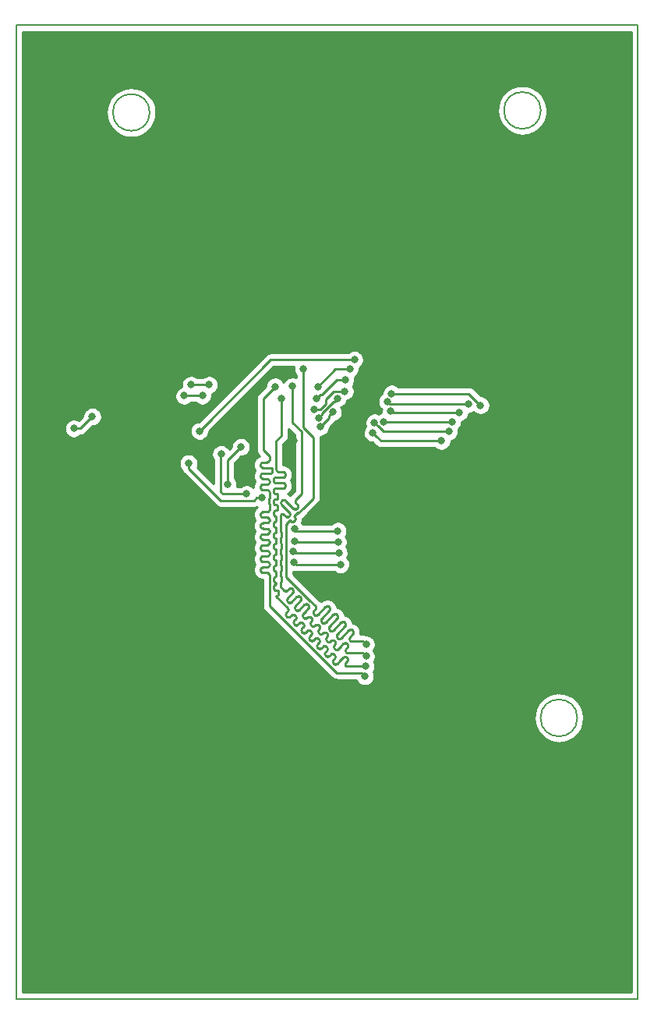
<source format=gbr>
%TF.GenerationSoftware,KiCad,Pcbnew,no-vcs-found-3ed106f~61~ubuntu16.04.1*%
%TF.CreationDate,2017-10-29T09:33:10+01:00*%
%TF.ProjectId,TFT_LCD_4_3_AM480272H2T_V1_0,5446545F4C43445F345F335F414D3438,V1_0*%
%TF.SameCoordinates,Original*%
%TF.FileFunction,Copper,L2,Bot,Signal*%
%TF.FilePolarity,Positive*%
%FSLAX46Y46*%
G04 Gerber Fmt 4.6, Leading zero omitted, Abs format (unit mm)*
G04 Created by KiCad (PCBNEW no-vcs-found-3ed106f~61~ubuntu16.04.1) date Sun Oct 29 09:33:10 2017*
%MOMM*%
%LPD*%
G01*
G04 APERTURE LIST*
%TA.AperFunction,NonConductor*%
%ADD10C,0.150000*%
%TD*%
%TA.AperFunction,ViaPad*%
%ADD11C,0.800000*%
%TD*%
%TA.AperFunction,Conductor*%
%ADD12C,0.254000*%
%TD*%
%ADD13C,0.254000*%
G04 APERTURE END LIST*
D10*
X131450000Y-47210000D02*
G75*
G03X131450000Y-47210000I-2000000J0D01*
G01*
X177900000Y-112940000D02*
G75*
G03X177900000Y-112940000I-2000000J0D01*
G01*
X173930000Y-46990000D02*
G75*
G03X173930000Y-46990000I-2000000J0D01*
G01*
X116960000Y-143450000D02*
X184460000Y-143450000D01*
X116960000Y-37750000D02*
X116960000Y-143450000D01*
X184460000Y-37750000D02*
X184460000Y-143450000D01*
X116960000Y-37750000D02*
X184460000Y-37750000D01*
D11*
%TO.N,LCD_DB15_G7*%
X155682273Y-81987510D03*
X163150000Y-82880000D03*
%TO.N,LCD_DB14_G6*%
X155856782Y-80858194D03*
X163960000Y-81830000D03*
%TO.N,LCD_DB13_G5*%
X156855816Y-80813968D03*
X164300000Y-80820000D03*
%TO.N,LCD_DB10_G2*%
X157734000Y-77724000D03*
X167386000Y-78994000D03*
%TO.N,LCD_DB11_G3*%
X157260000Y-78610000D03*
X166070000Y-78850000D03*
%TO.N,LCD_DB12_G4*%
X157650000Y-79660000D03*
X165090000Y-79770000D03*
%TO.N,LCD_DB21_R5*%
X151892000Y-78232000D03*
X149788651Y-80354364D03*
%TO.N,LCD_DB18_R2*%
X153187000Y-75060000D03*
X149700000Y-76970000D03*
%TO.N,LCD_DB20_R4*%
X149354016Y-79453744D03*
X152654000Y-77470000D03*
%TO.N,LCD_DB19_R3*%
X152687000Y-76270000D03*
X149580000Y-78260000D03*
%TO.N,LCD_DB22_R6*%
X149971032Y-81354331D03*
X151345308Y-79746872D03*
%TO.N,LCD_DB00_B0*%
X140708567Y-74333567D03*
X147100000Y-82875000D03*
X154196512Y-75919208D03*
%TO.N,LCD_HSYNC*%
X146955025Y-76945025D03*
X154950000Y-106250000D03*
%TO.N,LCD_VSYNC*%
X148140432Y-75044355D03*
X154950000Y-104960000D03*
%TO.N,3V3*%
X125225000Y-80225000D03*
X123225000Y-81525000D03*
%TO.N,LCD_DISP*%
X145800000Y-78300000D03*
X154900000Y-107340000D03*
%TO.N,TSC_~INT*%
X136854200Y-81803948D03*
X153687000Y-74050000D03*
%TO.N,Net-(P4-Pad1)*%
X147100000Y-96025000D03*
X152175000Y-96300000D03*
%TO.N,Net-(P4-Pad2)*%
X141350000Y-83537189D03*
X139900000Y-87575000D03*
X147025000Y-94825000D03*
X152000000Y-95050000D03*
%TO.N,Net-(P4-Pad3)*%
X139200000Y-84300000D03*
X141975000Y-88625000D03*
X147154990Y-93750000D03*
X151900000Y-93850000D03*
%TO.N,Net-(P4-Pad4)*%
X135675000Y-85300000D03*
X143650000Y-89050000D03*
X147154990Y-92375000D03*
X151875000Y-92625000D03*
%TO.N,TSC_DCLK*%
X135200000Y-77970000D03*
X137180000Y-77970000D03*
%TO.N,TSC_DI*%
X135950000Y-76780000D03*
X137900000Y-76780000D03*
%TO.N,LCD_DCLK*%
X145070000Y-76970000D03*
X154840000Y-108430000D03*
%TD*%
D12*
%TO.N,LCD_DB15_G7*%
X156574763Y-82880000D02*
X156082272Y-82387509D01*
X156082272Y-82387509D02*
X155682273Y-81987510D01*
X163150000Y-82880000D02*
X156574763Y-82880000D01*
%TO.N,LCD_DB14_G6*%
X163960000Y-81830000D02*
X156828588Y-81830000D01*
X156828588Y-81830000D02*
X156256781Y-81258193D01*
X156256781Y-81258193D02*
X155856782Y-80858194D01*
%TO.N,LCD_DB13_G5*%
X156861848Y-80820000D02*
X156855816Y-80813968D01*
X164300000Y-80820000D02*
X156861848Y-80820000D01*
%TO.N,LCD_DB10_G2*%
X167386000Y-78994000D02*
X166116000Y-77724000D01*
X166116000Y-77724000D02*
X157734000Y-77724000D01*
%TO.N,LCD_DB11_G3*%
X166070000Y-78850000D02*
X157500000Y-78850000D01*
X157500000Y-78850000D02*
X157260000Y-78610000D01*
%TO.N,LCD_DB12_G4*%
X165090000Y-79770000D02*
X157760000Y-79770000D01*
X157760000Y-79770000D02*
X157650000Y-79660000D01*
%TO.N,LCD_DB21_R5*%
X151432033Y-78631999D02*
X150188650Y-79875382D01*
X151892000Y-78232000D02*
X151492001Y-78631999D01*
X151492001Y-78631999D02*
X151432033Y-78631999D01*
X150188650Y-79954365D02*
X149788651Y-80354364D01*
X150188650Y-79875382D02*
X150188650Y-79954365D01*
%TO.N,LCD_DB18_R2*%
X149700000Y-76970000D02*
X151610000Y-75060000D01*
X151610000Y-75060000D02*
X153187000Y-75060000D01*
%TO.N,LCD_DB20_R4*%
X149968220Y-79453744D02*
X149919701Y-79453744D01*
X152654000Y-77470000D02*
X151443964Y-77470000D01*
X150587002Y-78834962D02*
X149968220Y-79453744D01*
X150587002Y-78326962D02*
X150587002Y-78834962D01*
X149919701Y-79453744D02*
X149354016Y-79453744D01*
X151443964Y-77470000D02*
X150587002Y-78326962D01*
%TO.N,LCD_DB19_R3*%
X150169999Y-77860001D02*
X151760000Y-76270000D01*
X151760000Y-76270000D02*
X152687000Y-76270000D01*
X149580000Y-78260000D02*
X149979999Y-77860001D01*
X149979999Y-77860001D02*
X150169999Y-77860001D01*
%TO.N,LCD_DB22_R6*%
X150371031Y-80954332D02*
X149971032Y-81354331D01*
X151345308Y-79746872D02*
X150945309Y-80146871D01*
X150945309Y-80146871D02*
X150945309Y-80380054D01*
X150945309Y-80380054D02*
X150371031Y-80954332D01*
%TO.N,LCD_HSYNC*%
X154950000Y-106250000D02*
X154550001Y-105850001D01*
X149759116Y-103417463D02*
X149788262Y-103356936D01*
X152728968Y-105736952D02*
X152714019Y-105671458D01*
X146358872Y-91102047D02*
X146426051Y-91102047D01*
X147530282Y-101269070D02*
X147463104Y-101269071D01*
X148895638Y-102701607D02*
X148895637Y-102634427D01*
X145800000Y-92850000D02*
X145798119Y-92833310D01*
X151705750Y-105511717D02*
X151640255Y-105496767D01*
X150592695Y-104331485D02*
X150607645Y-104265992D01*
X152714019Y-105604279D02*
X152728968Y-105538785D01*
X154550001Y-105850001D02*
X152800001Y-105850001D01*
X145666362Y-95146761D02*
X145657427Y-95132541D01*
X145678238Y-94591362D02*
X145692458Y-94582427D01*
X152660345Y-104809423D02*
X152594851Y-104824372D01*
X149916129Y-103058691D02*
X149901181Y-102993198D01*
X148047108Y-101785898D02*
X148062058Y-101720405D01*
X152800001Y-105850001D02*
X152758115Y-105797478D01*
X149458407Y-102838263D02*
X149405885Y-102880150D01*
X150592696Y-104398665D02*
X150592695Y-104331485D01*
X150678678Y-103728678D02*
X150626156Y-103686793D01*
X152758115Y-105797478D02*
X152728968Y-105736952D01*
X151838423Y-105496768D02*
X151772928Y-105511716D01*
X148705305Y-100705282D02*
X148663420Y-100652759D01*
X148091205Y-101979098D02*
X148062057Y-101918571D01*
X145708310Y-96976880D02*
X145741689Y-96973119D01*
X145771761Y-96391362D02*
X145757541Y-96382427D01*
X152714019Y-105671458D02*
X152714019Y-105604279D01*
X151898948Y-105467620D02*
X151838423Y-105496768D01*
X150764659Y-103974400D02*
X150764658Y-103907220D01*
X150607644Y-104464158D02*
X150592696Y-104398665D01*
X152728968Y-105538785D02*
X152758115Y-105478259D01*
X152758115Y-105478259D02*
X152800001Y-105425736D01*
X152793018Y-104824372D02*
X152727524Y-104809423D01*
X149872034Y-103251891D02*
X149901180Y-103191364D01*
X152800001Y-105425736D02*
X152906067Y-105319669D01*
X150201891Y-103770564D02*
X150141364Y-103799710D01*
X145895721Y-90824018D02*
X145961215Y-90838967D01*
X152906067Y-105319669D02*
X152947952Y-105267147D01*
X148939734Y-102827627D02*
X148910586Y-102767100D01*
X147207399Y-90253520D02*
X147274578Y-90253520D01*
X152727524Y-104809423D02*
X152660345Y-104809423D01*
X150367463Y-103657646D02*
X150306936Y-103686792D01*
X145651880Y-93916689D02*
X145650000Y-93900000D01*
X151281485Y-104491225D02*
X151215992Y-104506175D01*
X151215992Y-104506175D02*
X151155465Y-104535321D01*
X148939733Y-102508407D02*
X148981620Y-102455885D01*
X152947952Y-105267147D02*
X152977099Y-105206621D01*
X151441225Y-105180014D02*
X151456173Y-105114519D01*
X145657427Y-97017458D02*
X145666362Y-97003238D01*
X146646479Y-90963543D02*
X146675626Y-90903017D01*
X147920000Y-88640000D02*
X147920000Y-81862067D01*
X150720562Y-103781200D02*
X150678678Y-103728678D01*
X149916130Y-103125871D02*
X149916129Y-103058691D01*
X151441224Y-105247192D02*
X151441225Y-105180014D01*
X152534325Y-104853519D02*
X152481802Y-104895405D01*
X152977099Y-105206621D02*
X152992048Y-105141127D01*
X151951471Y-105425736D02*
X151898948Y-105467620D01*
X146747248Y-100405593D02*
X146681753Y-100420541D01*
X152992048Y-105141127D02*
X152992048Y-105073948D01*
X150432956Y-103642696D02*
X150367463Y-103657646D01*
X149034142Y-102922034D02*
X148981619Y-102880149D01*
X145741689Y-93976880D02*
X145708310Y-93973119D01*
X147495006Y-90115016D02*
X147524153Y-90054490D01*
X152992048Y-105073948D02*
X152977099Y-105008454D01*
X151579730Y-105467621D02*
X151527207Y-105425736D01*
X152977099Y-105008454D02*
X152947952Y-104947928D01*
X145783637Y-96403238D02*
X145771761Y-96391362D01*
X152853544Y-104853519D02*
X152793018Y-104824372D01*
X152947952Y-104947928D02*
X152906067Y-104895405D01*
X145771761Y-97591362D02*
X145757541Y-97582427D01*
X152906067Y-104895405D02*
X152853544Y-104853519D01*
X145757541Y-93982427D02*
X145741689Y-93976880D01*
X152481802Y-104895405D02*
X152163603Y-105213603D01*
X152594851Y-104824372D02*
X152534325Y-104853519D01*
X148929098Y-101989735D02*
X148868571Y-101960587D01*
X152163603Y-105213603D02*
X151951471Y-105425736D01*
X151772928Y-105511716D02*
X151705750Y-105511717D01*
X149067601Y-102277342D02*
X149067600Y-102210162D01*
X148663420Y-101077023D02*
X148705305Y-101024501D01*
X151640255Y-105496767D02*
X151579730Y-105467621D01*
X150141364Y-103799710D02*
X150075871Y-103814660D01*
X151527207Y-105425736D02*
X151485320Y-105373212D01*
X145741689Y-96973119D02*
X145757541Y-96967572D01*
X149830149Y-102880149D02*
X149777627Y-102838264D01*
X148417698Y-100566777D02*
X148352204Y-100581726D01*
X148981620Y-102031620D02*
X148929098Y-101989735D01*
X145666362Y-92746761D02*
X145657427Y-92732541D01*
X151485320Y-105373212D02*
X151456174Y-105312687D01*
X146787819Y-98869719D02*
X146720640Y-98869719D01*
X146436031Y-99910295D02*
X146966362Y-99379965D01*
X151598239Y-104888422D02*
X151613187Y-104822927D01*
X145800000Y-96900000D02*
X145800000Y-96450000D01*
X146257488Y-99147748D02*
X146190309Y-99147748D01*
X147008247Y-99008224D02*
X146966362Y-98955701D01*
X151456174Y-105312687D02*
X151441224Y-105247192D01*
X150731200Y-104619092D02*
X150678677Y-104577207D01*
X145705439Y-89600088D02*
X145705440Y-89532908D01*
X150989893Y-104648239D02*
X150924400Y-104663189D01*
X145771761Y-92791362D02*
X145757541Y-92782427D01*
X145749536Y-89406889D02*
X145791422Y-89354366D01*
X148749401Y-100898481D02*
X148749401Y-100831302D01*
X151456173Y-105114519D02*
X151485321Y-105053994D01*
X145651880Y-98233310D02*
X145657427Y-98217458D01*
X151485321Y-105053994D02*
X151569091Y-104948947D01*
X145792572Y-97617458D02*
X145783637Y-97603238D01*
X148735898Y-101945638D02*
X148670405Y-101960588D01*
X151613187Y-104822927D02*
X151613188Y-104755749D01*
X145666362Y-93403238D02*
X145678238Y-93391362D01*
X145783637Y-92803238D02*
X145771761Y-92791362D01*
X151569091Y-104948947D02*
X151598239Y-104888422D01*
X150254414Y-103728679D02*
X150201891Y-103770564D01*
X151613188Y-104755749D02*
X151598238Y-104690254D01*
X151598238Y-104690254D02*
X151569092Y-104629729D01*
X147347054Y-89637207D02*
X147305169Y-89584685D01*
X149882671Y-103770563D02*
X149830148Y-103728678D01*
X145792572Y-95217458D02*
X145783637Y-95203238D01*
X147656302Y-101224974D02*
X147595777Y-101254122D01*
X151569092Y-104629729D02*
X151527207Y-104577207D01*
X151474685Y-104535322D02*
X151414158Y-104506174D01*
X148670405Y-101960588D02*
X148609878Y-101989734D01*
X151414158Y-104506174D02*
X151348665Y-104491226D01*
X151527207Y-104577207D02*
X151474685Y-104535322D01*
X150565629Y-103657645D02*
X150500136Y-103642697D01*
X145792572Y-96417458D02*
X145783637Y-96403238D01*
X151348665Y-104491226D02*
X151281485Y-104491225D01*
X151155465Y-104535321D02*
X151102943Y-104577208D01*
X151102943Y-104577208D02*
X151050420Y-104619093D01*
X150607645Y-104265992D02*
X150636791Y-104205465D01*
X148910586Y-102767100D02*
X148895638Y-102701607D01*
X145650000Y-96300000D02*
X145650000Y-95850000D01*
X145741689Y-95773119D02*
X145757541Y-95767572D01*
X148062057Y-101918571D02*
X148047109Y-101853078D01*
X151050420Y-104619093D02*
X150989893Y-104648239D01*
X150924400Y-104663189D02*
X150857220Y-104663188D01*
X149830148Y-103728678D02*
X149788263Y-103676156D01*
X148895637Y-102634427D02*
X148910587Y-102568934D01*
X150636792Y-104524685D02*
X150607644Y-104464158D01*
X150857220Y-104663188D02*
X150791727Y-104648240D01*
X148246140Y-102102653D02*
X148185613Y-102073505D01*
X149788262Y-103356936D02*
X149830149Y-103304414D01*
X149584427Y-102794167D02*
X149518934Y-102809117D01*
X150791727Y-104648240D02*
X150731200Y-104619092D01*
X148910587Y-102568934D02*
X148939733Y-102508407D01*
X145650000Y-95850000D02*
X145651880Y-95833310D01*
X147885924Y-100115446D02*
X147900872Y-100049952D01*
X148352204Y-100581726D02*
X148291678Y-100610873D01*
X150678677Y-104577207D02*
X150636792Y-104524685D01*
X146124815Y-99132799D02*
X146064289Y-99103652D01*
X147443149Y-99762344D02*
X147390626Y-99804230D01*
X150636791Y-104205465D02*
X150678678Y-104152943D01*
X150678678Y-104152943D02*
X150720563Y-104100420D01*
X149067600Y-102210162D02*
X149052652Y-102144669D01*
X150720563Y-104100420D02*
X150749709Y-104039893D01*
X145678238Y-93391362D02*
X145692458Y-93382427D01*
X150749709Y-104039893D02*
X150764659Y-103974400D01*
X150764658Y-103907220D02*
X150749710Y-103841727D01*
X150749710Y-103841727D02*
X150720562Y-103781200D01*
X150626156Y-103686793D02*
X150565629Y-103657645D01*
X147495006Y-89795797D02*
X147453121Y-89743274D01*
X150500136Y-103642697D02*
X150432956Y-103642696D01*
X148504833Y-102073506D02*
X148444306Y-102102652D01*
X150306936Y-103686792D02*
X150254414Y-103728679D01*
X145792572Y-96932541D02*
X145798119Y-96916689D01*
X150075871Y-103814660D02*
X150008691Y-103814659D01*
X149830149Y-103304414D02*
X149872034Y-103251891D01*
X150008691Y-103814659D02*
X149943198Y-103799711D01*
X145757541Y-94567572D02*
X145771761Y-94558637D01*
X146549080Y-100405592D02*
X146488555Y-100376446D01*
X146383508Y-99103652D02*
X146322982Y-99132799D01*
X149943198Y-103799711D02*
X149882671Y-103770563D01*
X149788263Y-103676156D02*
X149759115Y-103615629D01*
X147503675Y-99733197D02*
X147443149Y-99762344D01*
X149759115Y-103615629D02*
X149744167Y-103550136D01*
X146488555Y-100376446D02*
X146436032Y-100334561D01*
X148868571Y-101960587D02*
X148803078Y-101945639D01*
X145702522Y-90868114D02*
X145763048Y-90838967D01*
X146690575Y-90837523D02*
X146690575Y-90770344D01*
X148062058Y-101720405D02*
X148091204Y-101659878D01*
X149160162Y-102966130D02*
X149094669Y-102951182D01*
X145678238Y-92758637D02*
X145666362Y-92746761D01*
X147539102Y-89921817D02*
X147524153Y-89856323D01*
X147701842Y-99733197D02*
X147636348Y-99718248D01*
X149744167Y-103550136D02*
X149744166Y-103482956D01*
X146860296Y-100334561D02*
X146807773Y-100376445D01*
X147037395Y-99068750D02*
X147008247Y-99008224D01*
X149518934Y-102809117D02*
X149458407Y-102838263D01*
X145741689Y-93373119D02*
X145757541Y-93367572D01*
X149744166Y-103482956D02*
X149759116Y-103417463D01*
X145678238Y-98191362D02*
X145692458Y-98182427D01*
X149901180Y-103191364D02*
X149916130Y-103125871D01*
X149901181Y-102993198D02*
X149872033Y-102932671D01*
X147885924Y-99917279D02*
X147856776Y-99856753D01*
X145783637Y-93346761D02*
X145792572Y-93332541D01*
X145798119Y-92833310D02*
X145792572Y-92817458D01*
X147340072Y-90238572D02*
X147400598Y-90209424D01*
X149872033Y-102932671D02*
X149830149Y-102880149D01*
X147463104Y-101269071D02*
X147397609Y-101254121D01*
X149777627Y-102838264D02*
X149717100Y-102809116D01*
X147242674Y-101130566D02*
X147213528Y-101070041D01*
X146655146Y-98884668D02*
X146594620Y-98913815D01*
X149717100Y-102809116D02*
X149651607Y-102794168D01*
X148239155Y-100652759D02*
X147708825Y-101183090D01*
X145666362Y-98203238D02*
X145678238Y-98191362D01*
X149651607Y-102794168D02*
X149584427Y-102794167D01*
X147274578Y-90253520D02*
X147340072Y-90238572D01*
X149405885Y-102880150D02*
X149353362Y-102922035D01*
X149353362Y-102922035D02*
X149292835Y-102951181D01*
X149292835Y-102951181D02*
X149227342Y-102966131D01*
X145692458Y-97567572D02*
X145678238Y-97558637D01*
X149227342Y-102966131D02*
X149160162Y-102966130D01*
X145692458Y-92767572D02*
X145678238Y-92758637D01*
X149094669Y-102951182D02*
X149034142Y-102922034D01*
X148981619Y-102880149D02*
X148939734Y-102827627D01*
X148981620Y-102455885D02*
X149023505Y-102403362D01*
X146364999Y-100221512D02*
X146350049Y-100156017D01*
X145708310Y-95173119D02*
X145692458Y-95167572D01*
X149023505Y-102403362D02*
X149052651Y-102342835D01*
X149052651Y-102342835D02*
X149067601Y-102277342D01*
X147920000Y-81862067D02*
X146955025Y-80897092D01*
X149052652Y-102144669D02*
X149023504Y-102084142D01*
X149023504Y-102084142D02*
X148981620Y-102031620D01*
X145708310Y-93376880D02*
X145741689Y-93373119D01*
X146720640Y-98869719D02*
X146655146Y-98884668D01*
X148803078Y-101945639D02*
X148735898Y-101945638D01*
X148609878Y-101989734D02*
X148557356Y-102031621D01*
X148557356Y-102031621D02*
X148504833Y-102073506D01*
X147242675Y-100811348D02*
X147284560Y-100758824D01*
X147261073Y-89391486D02*
X147276022Y-89325992D01*
X148444306Y-102102652D02*
X148378813Y-102117602D01*
X148378813Y-102117602D02*
X148311633Y-102117601D01*
X145657427Y-95817458D02*
X145666362Y-95803238D01*
X148311633Y-102117601D02*
X148246140Y-102102653D01*
X147037395Y-99266917D02*
X147052343Y-99201423D01*
X148185613Y-102073505D02*
X148133090Y-102031620D01*
X145783637Y-98146761D02*
X145792572Y-98132541D01*
X148133090Y-102031620D02*
X148091205Y-101979098D01*
X145657427Y-98217458D02*
X145666362Y-98203238D01*
X148047109Y-101853078D02*
X148047108Y-101785898D01*
X145800000Y-97650000D02*
X145798119Y-97633310D01*
X148663420Y-100652759D02*
X148610897Y-100610873D01*
X148091204Y-101659878D02*
X148133091Y-101607356D01*
X148133091Y-101607356D02*
X148345222Y-101395222D01*
X145650000Y-97500000D02*
X145650000Y-97050000D01*
X146180330Y-91016066D02*
X146232852Y-91057951D01*
X148345222Y-101395222D02*
X148663420Y-101077023D01*
X148705305Y-101024501D02*
X148734453Y-100963975D01*
X145800000Y-95250000D02*
X145798119Y-95233310D01*
X148734453Y-100963975D02*
X148749401Y-100898481D01*
X148749401Y-100831302D02*
X148734453Y-100765808D01*
X145771761Y-93358637D02*
X145783637Y-93346761D01*
X148734453Y-100765808D02*
X148705305Y-100705282D01*
X148610897Y-100610873D02*
X148550371Y-100581726D01*
X148550371Y-100581726D02*
X148484877Y-100566777D01*
X148484877Y-100566777D02*
X148417698Y-100566777D01*
X148291678Y-100610873D02*
X148239155Y-100652759D01*
X147708825Y-101183090D02*
X147656302Y-101224974D01*
X147337084Y-101224975D02*
X147284561Y-101183090D01*
X147008247Y-99327443D02*
X147037395Y-99266917D01*
X147595777Y-101254122D02*
X147530282Y-101269070D01*
X147397609Y-101254121D02*
X147337084Y-101224975D01*
X146853313Y-98884668D02*
X146787819Y-98869719D01*
X147284561Y-101183090D02*
X147242674Y-101130566D01*
X147213528Y-101070041D02*
X147198578Y-101004546D01*
X146426051Y-91102047D02*
X146491545Y-91087098D01*
X147198578Y-101004546D02*
X147198579Y-100937368D01*
X147198579Y-100937368D02*
X147213527Y-100871873D01*
X147814891Y-100228494D02*
X147856776Y-100175972D01*
X147213527Y-100871873D02*
X147242675Y-100811348D01*
X145650000Y-90910000D02*
X145702522Y-90868114D01*
X145708310Y-98176880D02*
X145741689Y-98173119D01*
X147284560Y-100758824D02*
X147814891Y-100228494D01*
X145650000Y-93900000D02*
X145650000Y-93450000D01*
X147856776Y-100175972D02*
X147885924Y-100115446D01*
X145678238Y-96358637D02*
X145666362Y-96346761D01*
X147900872Y-100049952D02*
X147900872Y-99982773D01*
X145678238Y-93958637D02*
X145666362Y-93946761D01*
X147569169Y-99718248D02*
X147503675Y-99733197D01*
X147900872Y-99982773D02*
X147885924Y-99917279D01*
X147856776Y-99856753D02*
X147814891Y-99804230D01*
X147814891Y-99804230D02*
X147762368Y-99762344D01*
X147762368Y-99762344D02*
X147701842Y-99733197D01*
X146394145Y-100282037D02*
X146364999Y-100221512D01*
X145657427Y-94617458D02*
X145666362Y-94603238D01*
X147636348Y-99718248D02*
X147569169Y-99718248D01*
X146604594Y-90591801D02*
X145791422Y-89778630D01*
X147539102Y-89988996D02*
X147539102Y-89921817D01*
X147390626Y-99804230D02*
X146860296Y-100334561D01*
X146807773Y-100376445D02*
X146747248Y-100405593D01*
X145800000Y-94050000D02*
X145798119Y-94033310D01*
X146681753Y-100420541D02*
X146614575Y-100420542D01*
X146011766Y-99061767D02*
X145650000Y-98700000D01*
X146614575Y-100420542D02*
X146549080Y-100405592D01*
X146436032Y-100334561D02*
X146394145Y-100282037D01*
X146064289Y-99103652D02*
X146011766Y-99061767D01*
X146350049Y-100156017D02*
X146350050Y-100088839D01*
X146350050Y-100088839D02*
X146364998Y-100023344D01*
X146364998Y-100023344D02*
X146394146Y-99962819D01*
X145792572Y-98132541D02*
X145798119Y-98116689D01*
X146394146Y-99962819D02*
X146436031Y-99910295D01*
X145657427Y-92732541D02*
X145651880Y-92716689D01*
X146966362Y-99379965D02*
X147008247Y-99327443D01*
X145798119Y-96433310D02*
X145792572Y-96417458D01*
X147052343Y-99201423D02*
X147052343Y-99134244D01*
X147052343Y-99134244D02*
X147037395Y-99068750D01*
X146552071Y-91057951D02*
X146604594Y-91016066D01*
X146966362Y-98955701D02*
X146913839Y-98913815D01*
X146542097Y-98955701D02*
X146436030Y-99061767D01*
X146913839Y-98913815D02*
X146853313Y-98884668D01*
X146594620Y-98913815D02*
X146542097Y-98955701D01*
X145678238Y-96991362D02*
X145692458Y-96982427D01*
X146436030Y-99061767D02*
X146383508Y-99103652D01*
X146322982Y-99132799D02*
X146257488Y-99147748D01*
X145800000Y-98100000D02*
X145800000Y-97650000D01*
X146190309Y-99147748D02*
X146124815Y-99132799D01*
X145650000Y-98700000D02*
X145650000Y-98250000D01*
X145741689Y-94573119D02*
X145757541Y-94567572D01*
X145650000Y-98250000D02*
X145651880Y-98233310D01*
X145798119Y-95233310D02*
X145792572Y-95217458D01*
X145692458Y-98182427D02*
X145708310Y-98176880D01*
X145741689Y-98173119D02*
X145757541Y-98167572D01*
X145757541Y-98167572D02*
X145771761Y-98158637D01*
X145771761Y-98158637D02*
X145783637Y-98146761D01*
X145798119Y-97633310D02*
X145792572Y-97617458D01*
X145678238Y-95158637D02*
X145666362Y-95146761D01*
X145798119Y-98116689D02*
X145800000Y-98100000D01*
X145800000Y-95700000D02*
X145800000Y-95250000D01*
X145783637Y-97603238D02*
X145771761Y-97591362D01*
X145757541Y-97582427D02*
X145741689Y-97576880D01*
X145741689Y-97576880D02*
X145708310Y-97573119D01*
X145708310Y-97573119D02*
X145692458Y-97567572D01*
X145678238Y-97558637D02*
X145666362Y-97546761D01*
X145666362Y-97546761D02*
X145657427Y-97532541D01*
X145969965Y-89268385D02*
X146037143Y-89268386D01*
X145657427Y-97532541D02*
X145651880Y-97516689D01*
X145651880Y-97516689D02*
X145650000Y-97500000D01*
X145650000Y-97050000D02*
X145651880Y-97033310D01*
X145651880Y-97033310D02*
X145657427Y-97017458D01*
X145666362Y-97003238D02*
X145678238Y-96991362D01*
X145692458Y-96982427D02*
X145708310Y-96976880D01*
X145757541Y-96967572D02*
X145771761Y-96958637D01*
X145771761Y-96958637D02*
X145783637Y-96946761D01*
X145783637Y-96946761D02*
X145792572Y-96932541D01*
X145692458Y-94582427D02*
X145708310Y-94576880D01*
X147524153Y-89856323D02*
X147495006Y-89795797D01*
X145798119Y-96916689D02*
X145800000Y-96900000D01*
X145800000Y-96450000D02*
X145798119Y-96433310D01*
X145650000Y-95100000D02*
X145650000Y-94650000D01*
X145763048Y-90838967D02*
X145828542Y-90824018D01*
X145757541Y-96382427D02*
X145741689Y-96376880D01*
X145741689Y-96376880D02*
X145708310Y-96373119D01*
X145708310Y-96373119D02*
X145692458Y-96367572D01*
X145692458Y-96367572D02*
X145678238Y-96358637D01*
X145791422Y-89354366D02*
X145843945Y-89312481D01*
X145666362Y-96346761D02*
X145657427Y-96332541D01*
X146675626Y-90903017D02*
X146690575Y-90837523D01*
X145657427Y-96332541D02*
X145651880Y-96316689D01*
X145651880Y-96316689D02*
X145650000Y-96300000D01*
X145651880Y-95833310D02*
X145657427Y-95817458D01*
X145666362Y-95803238D02*
X145678238Y-95791362D01*
X145678238Y-95791362D02*
X145692458Y-95782427D01*
X147347054Y-89212943D02*
X147920000Y-88640000D01*
X145692458Y-95782427D02*
X145708310Y-95776880D01*
X145708310Y-95776880D02*
X145741689Y-95773119D01*
X147261073Y-89458665D02*
X147261073Y-89391486D01*
X145757541Y-95767572D02*
X145771761Y-95758637D01*
X145771761Y-95758637D02*
X145783637Y-95746761D01*
X147453121Y-89743274D02*
X147347054Y-89637207D01*
X145783637Y-95746761D02*
X145792572Y-95732541D01*
X145792572Y-95732541D02*
X145798119Y-95716689D01*
X145798119Y-95716689D02*
X145800000Y-95700000D01*
X145843945Y-89312481D02*
X145904470Y-89283335D01*
X145783637Y-95203238D02*
X145771761Y-95191362D01*
X145771761Y-95191362D02*
X145757541Y-95182427D01*
X145757541Y-95182427D02*
X145741689Y-95176880D01*
X145741689Y-95176880D02*
X145708310Y-95173119D01*
X145771761Y-94558637D02*
X145783637Y-94546761D01*
X145692458Y-95167572D02*
X145678238Y-95158637D01*
X145657427Y-95132541D02*
X145651880Y-95116689D01*
X146690575Y-90770344D02*
X146675626Y-90704850D01*
X145651880Y-95116689D02*
X145650000Y-95100000D01*
X145650000Y-94650000D02*
X145651880Y-94633310D01*
X145692458Y-93382427D02*
X145708310Y-93376880D01*
X145800000Y-93300000D02*
X145800000Y-92850000D01*
X145651880Y-94633310D02*
X145657427Y-94617458D01*
X145798119Y-93316689D02*
X145800000Y-93300000D01*
X146021741Y-90868114D02*
X146074264Y-90910000D01*
X145666362Y-94603238D02*
X145678238Y-94591362D01*
X145708310Y-94576880D02*
X145741689Y-94573119D01*
X145783637Y-94546761D02*
X145792572Y-94532541D01*
X145792572Y-94532541D02*
X145798119Y-94516689D01*
X145798119Y-94516689D02*
X145800000Y-94500000D01*
X147028857Y-90167539D02*
X147081379Y-90209424D01*
X145800000Y-94500000D02*
X145800000Y-94050000D01*
X145798119Y-94033310D02*
X145792572Y-94017458D01*
X145771761Y-93991362D02*
X145757541Y-93982427D01*
X145792572Y-94017458D02*
X145783637Y-94003238D01*
X145783637Y-94003238D02*
X145771761Y-93991362D01*
X145708310Y-93973119D02*
X145692458Y-93967572D01*
X145692458Y-93967572D02*
X145678238Y-93958637D01*
X145666362Y-93946761D02*
X145657427Y-93932541D01*
X145657427Y-93932541D02*
X145651880Y-93916689D01*
X146491545Y-91087098D02*
X146552071Y-91057951D01*
X145650000Y-93450000D02*
X145651880Y-93433310D01*
X145651880Y-93433310D02*
X145657427Y-93417458D01*
X145657427Y-93417458D02*
X145666362Y-93403238D01*
X145757541Y-93367572D02*
X145771761Y-93358637D01*
X145792572Y-93332541D02*
X145798119Y-93316689D01*
X145792572Y-92817458D02*
X145783637Y-92803238D01*
X145757541Y-92782427D02*
X145741689Y-92776880D01*
X146215686Y-89354367D02*
X147028857Y-90167539D01*
X145741689Y-92776880D02*
X145708310Y-92773119D01*
X145708310Y-92773119D02*
X145692458Y-92767572D01*
X145651880Y-92716689D02*
X145650000Y-92700000D01*
X145650000Y-92700000D02*
X145650000Y-90910000D01*
X145828542Y-90824018D02*
X145895721Y-90824018D01*
X145961215Y-90838967D02*
X146021741Y-90868114D01*
X146074264Y-90910000D02*
X146180330Y-91016066D01*
X146232852Y-91057951D02*
X146293378Y-91087098D01*
X146293378Y-91087098D02*
X146358872Y-91102047D01*
X146604594Y-91016066D02*
X146646479Y-90963543D01*
X146675626Y-90704850D02*
X146646479Y-90644324D01*
X146646479Y-90644324D02*
X146604594Y-90591801D01*
X145791422Y-89778630D02*
X145749537Y-89726107D01*
X145749537Y-89726107D02*
X145720389Y-89665581D01*
X145720389Y-89665581D02*
X145705439Y-89600088D01*
X145705440Y-89532908D02*
X145720388Y-89467415D01*
X146102638Y-89283334D02*
X146163163Y-89312482D01*
X145720388Y-89467415D02*
X145749536Y-89406889D01*
X145904470Y-89283335D02*
X145969965Y-89268385D01*
X146037143Y-89268386D02*
X146102638Y-89283334D01*
X146163163Y-89312482D02*
X146215686Y-89354367D01*
X147081379Y-90209424D02*
X147141905Y-90238572D01*
X147141905Y-90238572D02*
X147207399Y-90253520D01*
X147276022Y-89524159D02*
X147261073Y-89458665D01*
X147400598Y-90209424D02*
X147453121Y-90167539D01*
X147453121Y-90167539D02*
X147495006Y-90115016D01*
X147524153Y-90054490D02*
X147539102Y-89988996D01*
X147305169Y-89584685D02*
X147276022Y-89524159D01*
X147276022Y-89325992D02*
X147305169Y-89265466D01*
X147305169Y-89265466D02*
X147347054Y-89212943D01*
X146955025Y-80897092D02*
X146955025Y-76945025D01*
%TO.N,LCD_VSYNC*%
X154950000Y-104960000D02*
X154550001Y-104560001D01*
X151755159Y-103996080D02*
X151770107Y-103930585D01*
X151893664Y-104283687D02*
X151841141Y-104241802D01*
X152725346Y-102891315D02*
X152740295Y-102825821D01*
X148140432Y-81440432D02*
X148140432Y-75044355D01*
X150646039Y-100812009D02*
X150585513Y-100841156D01*
X151364353Y-103435157D02*
X151303827Y-103464305D01*
X152152356Y-104312834D02*
X152086862Y-104327782D01*
X149209571Y-101517671D02*
X149209572Y-101450493D01*
X154550001Y-104560001D02*
X153220001Y-104560001D01*
X153544728Y-103481151D02*
X153502843Y-103428629D01*
X153148968Y-104248785D02*
X153178115Y-104188259D01*
X149224521Y-101583166D02*
X149209571Y-101517671D01*
X149408603Y-101767248D02*
X149348077Y-101738100D01*
X152265405Y-104241802D02*
X152212882Y-104283686D01*
X146309838Y-91960132D02*
X146304979Y-91950046D01*
X153220001Y-104560001D02*
X153178115Y-104507478D01*
X146304980Y-92003248D02*
X146309838Y-91993160D01*
X153178115Y-104507478D02*
X153148968Y-104446952D01*
X153148968Y-104446952D02*
X153134019Y-104381458D01*
X149295553Y-101271949D02*
X149401620Y-101165883D01*
X153257121Y-103342647D02*
X153191627Y-103357596D01*
X153502843Y-103852893D02*
X153544728Y-103800370D01*
X149606769Y-101767247D02*
X149541275Y-101782195D01*
X153178115Y-104188259D02*
X153220001Y-104135736D01*
X153134019Y-104381458D02*
X153134019Y-104314279D01*
X153544728Y-103800370D02*
X153573876Y-103739844D01*
X153134019Y-104314279D02*
X153148968Y-104248785D01*
X153220001Y-104135736D02*
X153502843Y-103852893D01*
X146651552Y-91517029D02*
X146660307Y-91510047D01*
X153191627Y-103357596D02*
X153131101Y-103386743D01*
X152282571Y-102538214D02*
X152230048Y-102580100D01*
X146312330Y-91971048D02*
X146309838Y-91960132D01*
X151891766Y-101977292D02*
X151891766Y-101910113D01*
X150906630Y-103147551D02*
X150921578Y-103082056D01*
X147570791Y-90668500D02*
X147579546Y-90675480D01*
X153573876Y-103739844D02*
X153588825Y-103674350D01*
X148931152Y-100271152D02*
X146297999Y-97637999D01*
X153588825Y-103607171D02*
X153573876Y-103541677D01*
X150532990Y-100883042D02*
X149719818Y-101696215D01*
X153588825Y-103674350D02*
X153588825Y-103607171D01*
X151954190Y-104312835D02*
X151893664Y-104283687D01*
X152230048Y-102580100D02*
X151416876Y-103393273D01*
X153573876Y-103541677D02*
X153544728Y-103481151D01*
X147132196Y-91051811D02*
X147134688Y-91040894D01*
X153131101Y-103386743D02*
X153078578Y-103428629D01*
X149253667Y-101643691D02*
X149224521Y-101583166D01*
X153502843Y-103428629D02*
X153450320Y-103386743D01*
X153324300Y-103342647D02*
X153257121Y-103342647D01*
X153450320Y-103386743D02*
X153389794Y-103357596D01*
X149209572Y-101450493D02*
X149224520Y-101384998D01*
X150144083Y-102544744D02*
X150102196Y-102492220D01*
X152740295Y-102758642D02*
X152725346Y-102693148D01*
X147134688Y-91073922D02*
X147132196Y-91063007D01*
X153389794Y-103357596D02*
X153324300Y-103342647D01*
X146846006Y-91640770D02*
X146867890Y-91658222D01*
X153078578Y-103428629D02*
X152265405Y-104241802D01*
X150921578Y-103082056D02*
X150950726Y-103021531D01*
X152212882Y-104283686D02*
X152152356Y-104312834D01*
X152601790Y-102538214D02*
X152541264Y-102509067D01*
X152086862Y-104327782D02*
X152019684Y-104327783D01*
X152019684Y-104327783D02*
X151954190Y-104312835D01*
X151303827Y-103464305D02*
X151238333Y-103479253D01*
X151841141Y-104241802D02*
X151799254Y-104189278D01*
X151799254Y-104189278D02*
X151770108Y-104128753D01*
X151770108Y-104128753D02*
X151755158Y-104063258D01*
X146722264Y-91517028D02*
X146846006Y-91640770D01*
X149667295Y-101738099D02*
X149606769Y-101767247D01*
X147022783Y-91640770D02*
X147270270Y-91393282D01*
X151755158Y-104063258D02*
X151755159Y-103996080D01*
X151805784Y-101731571D02*
X151753261Y-101689685D01*
X146291019Y-91879335D02*
X146297999Y-91870581D01*
X151043237Y-101061584D02*
X151028288Y-100996090D01*
X151770107Y-103930585D02*
X151799255Y-103870060D01*
X146283668Y-91900339D02*
X146286160Y-91889423D01*
X150957255Y-100883042D02*
X150904732Y-100841156D01*
X151799255Y-103870060D02*
X151841140Y-103817536D01*
X151841140Y-103817536D02*
X152654313Y-103004364D01*
X152343097Y-102509067D02*
X152282571Y-102538214D01*
X149474097Y-101782196D02*
X149408603Y-101767248D01*
X152654313Y-103004364D02*
X152696198Y-102951841D01*
X149401620Y-100741619D02*
X148931152Y-100271152D01*
X152696198Y-102951841D02*
X152725346Y-102891315D01*
X152740295Y-102825821D02*
X152740295Y-102758642D01*
X150844206Y-100812009D02*
X150778712Y-100797060D01*
X152725346Y-102693148D02*
X152696198Y-102632622D01*
X150073050Y-102431695D02*
X150058100Y-102366200D01*
X152696198Y-102632622D02*
X152654313Y-102580100D01*
X152654313Y-102580100D02*
X152601790Y-102538214D01*
X152541264Y-102509067D02*
X152475770Y-102494118D01*
X151105661Y-103464306D02*
X151045135Y-103435158D01*
X152475770Y-102494118D02*
X152408591Y-102494118D01*
X152408591Y-102494118D02*
X152343097Y-102509067D01*
X151416876Y-103393273D02*
X151364353Y-103435157D01*
X150102197Y-102173002D02*
X150144082Y-102120478D01*
X150950725Y-103340749D02*
X150921579Y-103280224D01*
X151238333Y-103479253D02*
X151171155Y-103479254D01*
X151171155Y-103479254D02*
X151105661Y-103464306D01*
X150992612Y-103393273D02*
X150950725Y-103340749D01*
X151045135Y-103435158D02*
X150992612Y-103393273D01*
X150921579Y-103280224D02*
X150906629Y-103214729D01*
X150950726Y-103021531D02*
X150992611Y-102969007D01*
X150906629Y-103214729D02*
X150906630Y-103147551D01*
X146681310Y-91502698D02*
X146692506Y-91502698D01*
X150992611Y-102969007D02*
X151805784Y-102155835D01*
X151805784Y-102155835D02*
X151847669Y-102103312D01*
X151847669Y-102103312D02*
X151876817Y-102042786D01*
X151876817Y-102042786D02*
X151891766Y-101977292D01*
X147641503Y-90668499D02*
X148129383Y-90180617D01*
X151028288Y-100996090D02*
X150999140Y-100935564D01*
X147589634Y-90680338D02*
X147600550Y-90682830D01*
X150904732Y-100841156D02*
X150844206Y-100812009D01*
X150102196Y-102492220D02*
X150073050Y-102431695D01*
X147299867Y-91263609D02*
X147287722Y-91238390D01*
X149719818Y-101696215D02*
X149667295Y-101738099D01*
X151891766Y-101910113D02*
X151876817Y-101844619D01*
X147287722Y-91238390D02*
X147270270Y-91216505D01*
X151876817Y-101844619D02*
X151847669Y-101784093D01*
X151847669Y-101784093D02*
X151805784Y-101731571D01*
X147541033Y-90654170D02*
X147551950Y-90656660D01*
X150957255Y-101307306D02*
X150999140Y-101254783D01*
X151753261Y-101689685D02*
X151692735Y-101660538D01*
X151692735Y-101660538D02*
X151627241Y-101645589D01*
X151627241Y-101645589D02*
X151560062Y-101645589D01*
X151560062Y-101645589D02*
X151494568Y-101660538D01*
X149224520Y-101384998D02*
X149253668Y-101324473D01*
X149487600Y-100987340D02*
X149487601Y-100920162D01*
X151494568Y-101660538D02*
X151434042Y-101689685D01*
X151434042Y-101689685D02*
X151381519Y-101731571D01*
X150585513Y-100841156D02*
X150532990Y-100883042D01*
X151381519Y-101731571D02*
X150568347Y-102544744D01*
X146660307Y-91510047D02*
X146670393Y-91505190D01*
X150568347Y-102544744D02*
X150515824Y-102586628D01*
X150322626Y-102630725D02*
X150257132Y-102615777D01*
X150515824Y-102586628D02*
X150455298Y-102615776D01*
X150455298Y-102615776D02*
X150389804Y-102630724D01*
X150389804Y-102630724D02*
X150322626Y-102630725D01*
X150257132Y-102615777D02*
X150196606Y-102586629D01*
X150196606Y-102586629D02*
X150144083Y-102544744D01*
X150058100Y-102366200D02*
X150058101Y-102299022D01*
X150058101Y-102299022D02*
X150073049Y-102233527D01*
X150073049Y-102233527D02*
X150102197Y-102173002D01*
X150144082Y-102120478D02*
X150957255Y-101307306D01*
X150999140Y-101254783D02*
X151028288Y-101194257D01*
X151028288Y-101194257D02*
X151043237Y-101128763D01*
X151043237Y-101128763D02*
X151043237Y-101061584D01*
X150999140Y-100935564D02*
X150957255Y-100883042D01*
X150778712Y-100797060D02*
X150711533Y-100797060D01*
X150711533Y-100797060D02*
X150646039Y-100812009D01*
X149541275Y-101782195D02*
X149474097Y-101782196D01*
X149348077Y-101738100D02*
X149295554Y-101696215D01*
X149295554Y-101696215D02*
X149253667Y-101643691D01*
X149253668Y-101324473D02*
X149295553Y-101271949D01*
X149401620Y-101165883D02*
X149443504Y-101113360D01*
X149443504Y-101113360D02*
X149472652Y-101052835D01*
X149472652Y-101052835D02*
X149487600Y-100987340D01*
X146309838Y-91993160D02*
X146312330Y-91982244D01*
X149487601Y-100920162D02*
X149472651Y-100854667D01*
X149472651Y-100854667D02*
X149443505Y-100794142D01*
X149443505Y-100794142D02*
X149401620Y-100741619D01*
X147146526Y-91022053D02*
X147500081Y-90668499D01*
X146297999Y-97637999D02*
X146297999Y-92012001D01*
X147562038Y-90661518D02*
X147570791Y-90668500D01*
X146297999Y-92012001D02*
X146304980Y-92003248D01*
X146312330Y-91982244D02*
X146312330Y-91971048D01*
X147134688Y-91040894D02*
X147139546Y-91030806D01*
X146304979Y-91950046D02*
X146297999Y-91941291D01*
X146297999Y-91941291D02*
X146291018Y-91932539D01*
X146291018Y-91932539D02*
X146286160Y-91922451D01*
X146286160Y-91922451D02*
X146283668Y-91911535D01*
X146893109Y-91670367D02*
X146920399Y-91676596D01*
X146283668Y-91911535D02*
X146283668Y-91900339D01*
X147611746Y-90682830D02*
X147622662Y-90680338D01*
X146286160Y-91889423D02*
X146291019Y-91879335D01*
X146297999Y-91870581D02*
X146651552Y-91517029D01*
X146670393Y-91505190D02*
X146681310Y-91502698D01*
X146692506Y-91502698D02*
X146703421Y-91505190D01*
X147000898Y-91658222D02*
X147022783Y-91640770D01*
X147508834Y-90661519D02*
X147518922Y-90656660D01*
X146703421Y-91505190D02*
X146713509Y-91510048D01*
X146713509Y-91510048D02*
X146722264Y-91517028D01*
X147146527Y-91092763D02*
X147139545Y-91084010D01*
X146867890Y-91658222D02*
X146893109Y-91670367D01*
X146920399Y-91676596D02*
X146948390Y-91676596D01*
X146948390Y-91676596D02*
X146975679Y-91670367D01*
X147500081Y-90668499D02*
X147508834Y-90661519D01*
X146975679Y-91670367D02*
X147000898Y-91658222D01*
X147270270Y-91393282D02*
X147287722Y-91371398D01*
X149230000Y-82530000D02*
X148140432Y-81440432D01*
X147287722Y-91371398D02*
X147299867Y-91346179D01*
X147299867Y-91346179D02*
X147306096Y-91318889D01*
X147306096Y-91318889D02*
X147306096Y-91290898D01*
X147306096Y-91290898D02*
X147299867Y-91263609D01*
X147270270Y-91216505D02*
X147146527Y-91092763D01*
X147139545Y-91084010D02*
X147134688Y-91073922D01*
X147132196Y-91063007D02*
X147132196Y-91051811D01*
X147139546Y-91030806D02*
X147146526Y-91022053D01*
X147518922Y-90656660D02*
X147529837Y-90654170D01*
X147529837Y-90654170D02*
X147541033Y-90654170D01*
X147551950Y-90656660D02*
X147562038Y-90661518D01*
X147579546Y-90675480D02*
X147589634Y-90680338D01*
X147600550Y-90682830D02*
X147611746Y-90682830D01*
X147622662Y-90680338D02*
X147632748Y-90675481D01*
X147632748Y-90675481D02*
X147641503Y-90668499D01*
X148129383Y-90180617D02*
X149230000Y-89080000D01*
X149230000Y-89080000D02*
X149230000Y-82530000D01*
%TO.N,3V3*%
X123225000Y-81525000D02*
X123925000Y-81525000D01*
X123925000Y-81525000D02*
X125225000Y-80225000D01*
%TO.N,LCD_DISP*%
X149608100Y-105146201D02*
X149608099Y-105079021D01*
X145895990Y-86815990D02*
X145962746Y-86808468D01*
X150788333Y-106259254D02*
X150721153Y-106259253D01*
X147254561Y-101824561D02*
X147202039Y-101782676D01*
X154900000Y-107340000D02*
X152770000Y-107340000D01*
X148189071Y-102918812D02*
X148189070Y-102851632D01*
X144993054Y-89788718D02*
X144973262Y-89768926D01*
X149694082Y-104900479D02*
X149800147Y-104794411D01*
X149939804Y-105410725D02*
X149872624Y-105410724D01*
X144958369Y-98995225D02*
X144949125Y-98968805D01*
X150065824Y-105366629D02*
X150005297Y-105395775D01*
X151702355Y-107092833D02*
X151636861Y-107107781D01*
X152728114Y-106968258D02*
X152770000Y-106915735D01*
X145192856Y-98313174D02*
X145183612Y-98286754D01*
X151320106Y-106710584D02*
X151349254Y-106650059D01*
X145245990Y-90415990D02*
X145257116Y-90414736D01*
X144949125Y-98118805D02*
X144945990Y-98090990D01*
X151497206Y-106067206D02*
X151444684Y-106025321D01*
X147201017Y-102821041D02*
X147148494Y-102779156D01*
X152917951Y-106757146D02*
X152947098Y-106696620D01*
X150690562Y-105590419D02*
X150719708Y-105529892D01*
X151318664Y-105981225D02*
X151251484Y-105981224D01*
X146943346Y-101753529D02*
X146882819Y-101782675D01*
X152770000Y-107340000D02*
X152728114Y-107287477D01*
X145016755Y-95228368D02*
X145043175Y-95219124D01*
X152876066Y-106809668D02*
X152917951Y-106757146D01*
X147106608Y-102407414D02*
X147148495Y-102354892D01*
X145192856Y-94713174D02*
X145183612Y-94686754D01*
X145043175Y-89219124D02*
X145070990Y-89215990D01*
X152763017Y-106314371D02*
X152697523Y-106299422D01*
X152962047Y-106563947D02*
X152947098Y-106498453D01*
X152728114Y-107287477D02*
X152698967Y-107226951D01*
X145291038Y-89844295D02*
X145285081Y-89834815D01*
X152698967Y-107226951D02*
X152684018Y-107161457D01*
X148175566Y-103713666D02*
X148110073Y-103698718D01*
X148845552Y-104476214D02*
X148803667Y-104423692D01*
X151539090Y-106438946D02*
X151568238Y-106378421D01*
X145192856Y-95913174D02*
X145183612Y-95886754D01*
X147925990Y-103514636D02*
X147911042Y-103449143D01*
X147520237Y-102821042D02*
X147459710Y-102850188D01*
X149608099Y-105079021D02*
X149623049Y-105013528D01*
X152947098Y-106696620D02*
X152962047Y-106631126D01*
X151391139Y-106597535D02*
X151497206Y-106491469D01*
X147254560Y-102248824D02*
X147296446Y-102196303D01*
X150719709Y-105331726D02*
X150690561Y-105271199D01*
X147296446Y-102196303D02*
X147325592Y-102135776D01*
X145125226Y-98453611D02*
X145148927Y-98438718D01*
X152876066Y-106385404D02*
X152823543Y-106343518D01*
X151762881Y-107063685D02*
X151702355Y-107092833D01*
X144973262Y-89263053D02*
X144993054Y-89243261D01*
X148774519Y-104363165D02*
X148759571Y-104297672D01*
X145261440Y-86103036D02*
X145225699Y-86046155D01*
X145195990Y-93540990D02*
X145192856Y-93513174D01*
X151072942Y-106067207D02*
X150966874Y-106173272D01*
X145183612Y-91545225D02*
X145192856Y-91518805D01*
X145338562Y-89173531D02*
X145344109Y-89157679D01*
X145168719Y-91063053D02*
X145148927Y-91043261D01*
X148049546Y-103669570D02*
X147997023Y-103627685D01*
X152684018Y-107161457D02*
X152684018Y-107094278D01*
X145345990Y-88690990D02*
X145344109Y-88674300D01*
X152504324Y-106343518D02*
X152451801Y-106385404D01*
X152684018Y-107094278D02*
X152698967Y-107028784D01*
X152133602Y-106703602D02*
X151815404Y-107021801D01*
X150337462Y-105147645D02*
X150276935Y-105176791D01*
X150734657Y-105397219D02*
X150719709Y-105331726D01*
X145338562Y-88658448D02*
X145329627Y-88644228D01*
X152770000Y-106915735D02*
X152876066Y-106809668D01*
X144949125Y-95718805D02*
X144945990Y-95690990D01*
X152698967Y-107028784D02*
X152728114Y-106968258D01*
X145148927Y-92788718D02*
X145168719Y-92768926D01*
X145070990Y-89815990D02*
X145043175Y-89812855D01*
X152962047Y-106631126D02*
X152962047Y-106563947D01*
X148838570Y-103450586D02*
X148773077Y-103435638D01*
X145125226Y-97603611D02*
X145148927Y-97588718D01*
X147955138Y-103575163D02*
X147925990Y-103514636D01*
X145016755Y-95803611D02*
X144993054Y-95788718D01*
X150966874Y-106173272D02*
X150914353Y-106215158D01*
X152947098Y-106498453D02*
X152917951Y-106437927D01*
X146671708Y-101972513D02*
X146611181Y-102001659D01*
X145168719Y-97063053D02*
X145148927Y-97043261D01*
X145098806Y-97612855D02*
X145125226Y-97603611D01*
X151349254Y-106650059D02*
X151391139Y-106597535D01*
X145267684Y-90411038D02*
X145277164Y-90405081D01*
X144973262Y-96968926D02*
X144958369Y-96945225D01*
X149871180Y-104483197D02*
X149842032Y-104422670D01*
X146447916Y-101028554D02*
X146406032Y-100976032D01*
X152917951Y-106437927D02*
X152876066Y-106385404D01*
X146213984Y-101752085D02*
X146213983Y-101684905D01*
X152697523Y-106299422D02*
X152630344Y-106299422D01*
X150456629Y-105994730D02*
X150456628Y-105927550D01*
X146130539Y-86703036D02*
X146166280Y-86646155D01*
X151569683Y-107107782D02*
X151504189Y-107092834D01*
X150648677Y-105218677D02*
X150596155Y-105176792D01*
X149871179Y-104681363D02*
X149886129Y-104615870D01*
X150005297Y-105395775D02*
X149939804Y-105410725D01*
X144949125Y-89313174D02*
X144958369Y-89286754D01*
X152823543Y-106343518D02*
X152763017Y-106314371D01*
X152630344Y-106299422D02*
X152564850Y-106314371D01*
X145016755Y-87403611D02*
X144993054Y-87388718D01*
X151568237Y-106180253D02*
X151539091Y-106119728D01*
X145277164Y-90405081D02*
X145285081Y-90397164D01*
X150224413Y-105218678D02*
X150118345Y-105324743D01*
X151305157Y-106843257D02*
X151305158Y-106776079D01*
X145098806Y-91612855D02*
X145125226Y-91603611D01*
X152564850Y-106314371D02*
X152504324Y-106343518D01*
X145016755Y-89803611D02*
X144993054Y-89788718D01*
X150542611Y-105749008D02*
X150648676Y-105642940D01*
X152451801Y-106385404D02*
X152133602Y-106703602D01*
X145016755Y-86828368D02*
X145043175Y-86819124D01*
X151815404Y-107021801D02*
X151762881Y-107063685D01*
X145148927Y-94643261D02*
X145125226Y-94628368D01*
X145148927Y-96388718D02*
X145168719Y-96368926D01*
X145016755Y-97003611D02*
X144993054Y-96988718D01*
X150500725Y-106120750D02*
X150471577Y-106060223D01*
X151636861Y-107107781D02*
X151569683Y-107107782D01*
X151504189Y-107092834D02*
X151443663Y-107063686D01*
X145043175Y-94019124D02*
X145098806Y-94012855D01*
X151443663Y-107063686D02*
X151391140Y-107021801D01*
X145195990Y-93890990D02*
X145195990Y-93540990D01*
X151444684Y-106025321D02*
X151384157Y-105996173D01*
X149800148Y-104370148D02*
X149747626Y-104328263D01*
X151125464Y-106025320D02*
X151072942Y-106067207D01*
X151251484Y-105981224D02*
X151185991Y-105996174D01*
X147997023Y-103627685D02*
X147955138Y-103575163D01*
X147077462Y-102467941D02*
X147106608Y-102407414D01*
X151391140Y-107021801D02*
X151349253Y-106969277D01*
X151539091Y-106119728D02*
X151497206Y-106067206D01*
X145386086Y-99122601D02*
X145374173Y-99103641D01*
X144973262Y-99018926D02*
X144958369Y-98995225D01*
X151349253Y-106969277D02*
X151320107Y-106908752D01*
X146166280Y-87846155D02*
X146188468Y-87782746D01*
X151320107Y-106908752D02*
X151305157Y-106843257D01*
X146083036Y-86750539D02*
X146130539Y-86703036D01*
X146545688Y-102016609D02*
X146478508Y-102016608D01*
X146477063Y-101287247D02*
X146492013Y-101221754D01*
X145043175Y-92212855D02*
X145016755Y-92203611D01*
X145195990Y-91490990D02*
X145195990Y-91140990D01*
X151305158Y-106776079D02*
X151320106Y-106710584D01*
X145395990Y-99565990D02*
X145395990Y-99165990D01*
X151583187Y-106245748D02*
X151568237Y-106180253D01*
X145217806Y-99703641D02*
X145233641Y-99687806D01*
X148803666Y-104104472D02*
X148845553Y-104051950D01*
X147148494Y-102779156D02*
X147106609Y-102726634D01*
X151497206Y-106491469D02*
X151539090Y-106438946D01*
X145016755Y-98478368D02*
X145043175Y-98469124D01*
X145148927Y-91588718D02*
X145168719Y-91568926D01*
X151568238Y-106378421D02*
X151583186Y-106312926D01*
X151583186Y-106312926D02*
X151583187Y-106245748D01*
X145205893Y-99722601D02*
X145217806Y-99703641D01*
X145192856Y-97113174D02*
X145183612Y-97086754D01*
X144958369Y-92886754D02*
X144973262Y-92863053D01*
X147106609Y-102726634D02*
X147077461Y-102666107D01*
X146830297Y-101824562D02*
X146724229Y-101930627D01*
X145016755Y-88603611D02*
X144993054Y-88588718D01*
X151384157Y-105996173D02*
X151318664Y-105981225D01*
X151185991Y-105996174D02*
X151125464Y-106025320D01*
X147202039Y-101782676D02*
X147141512Y-101753528D01*
X145043175Y-99062855D02*
X145016755Y-99053611D01*
X150118345Y-105324743D02*
X150065824Y-105366629D01*
X150914353Y-106215158D02*
X150853826Y-106244304D01*
X150853826Y-106244304D02*
X150788333Y-106259254D01*
X148103089Y-103097353D02*
X148144975Y-103044832D01*
X144945990Y-95340990D02*
X144949125Y-95313174D01*
X150721153Y-106259253D02*
X150655660Y-106244305D01*
X149800147Y-104794411D02*
X149842033Y-104741890D01*
X149156768Y-104547246D02*
X149091275Y-104562196D01*
X150655660Y-106244305D02*
X150595133Y-106215157D01*
X145358338Y-99087806D02*
X145339378Y-99075893D01*
X144949125Y-91713174D02*
X144958369Y-91686754D01*
X150595133Y-106215157D02*
X150542610Y-106173272D01*
X150542610Y-106173272D02*
X150500725Y-106120750D01*
X146213983Y-101684905D02*
X146228933Y-101619412D01*
X148898075Y-104518099D02*
X148845552Y-104476214D01*
X150471577Y-106060223D02*
X150456629Y-105994730D01*
X145016755Y-88028368D02*
X145043175Y-88019124D01*
X150456628Y-105927550D02*
X150471578Y-105862057D01*
X145098806Y-94619124D02*
X145043175Y-94612855D01*
X148958602Y-104547247D02*
X148898075Y-104518099D01*
X149428406Y-104328262D02*
X149375884Y-104370149D01*
X150471578Y-105862057D02*
X150500724Y-105801530D01*
X150402955Y-105132695D02*
X150337462Y-105147645D01*
X148579877Y-103479733D02*
X148527355Y-103521620D01*
X148759570Y-104230492D02*
X148774520Y-104164999D01*
X150500724Y-105801530D02*
X150542611Y-105749008D01*
X145168719Y-94663053D02*
X145148927Y-94643261D01*
X150596155Y-105176792D02*
X150535628Y-105147644D01*
X150648676Y-105642940D02*
X150690562Y-105590419D01*
X148993504Y-103893361D02*
X149022650Y-103832834D01*
X149024095Y-104562195D02*
X148958602Y-104547247D01*
X149747626Y-104328263D02*
X149687099Y-104299115D01*
X149623048Y-105211694D02*
X149608100Y-105146201D01*
X145295990Y-89865990D02*
X145294736Y-89854863D01*
X150719708Y-105529892D02*
X150734658Y-105464399D01*
X145192856Y-91518805D02*
X145195990Y-91490990D01*
X148759571Y-104297672D02*
X148759570Y-104230492D01*
X148242746Y-103713667D02*
X148175566Y-103713666D01*
X150734658Y-105464399D02*
X150734657Y-105397219D01*
X145291038Y-90387684D02*
X145294736Y-90377116D01*
X150690561Y-105271199D02*
X150648677Y-105218677D01*
X148174122Y-102786139D02*
X148144974Y-102725612D01*
X150535628Y-105147644D02*
X150470135Y-105132696D01*
X150470135Y-105132696D02*
X150402955Y-105132695D01*
X149623049Y-105013528D02*
X149652195Y-104953001D01*
X150276935Y-105176791D02*
X150224413Y-105218678D01*
X149872624Y-105410724D02*
X149807131Y-105395776D01*
X145125226Y-91028368D02*
X145098806Y-91019124D01*
X147062512Y-102533434D02*
X147077462Y-102467941D01*
X144973262Y-90968926D02*
X144958369Y-90945225D01*
X144973262Y-89768926D02*
X144958369Y-89745225D01*
X149807131Y-105395776D02*
X149746604Y-105366628D01*
X145098806Y-91019124D02*
X145043175Y-91012855D01*
X149746604Y-105366628D02*
X149694081Y-105324743D01*
X146188468Y-87782746D02*
X146195990Y-87715990D01*
X149694081Y-105324743D02*
X149652196Y-105272221D01*
X149652196Y-105272221D02*
X149623048Y-105211694D01*
X149652195Y-104953001D02*
X149694082Y-104900479D01*
X146258080Y-101878105D02*
X146228932Y-101817578D01*
X149842033Y-104741890D02*
X149871179Y-104681363D01*
X147296445Y-101877083D02*
X147254561Y-101824561D01*
X148050568Y-102631205D02*
X147990041Y-102602057D01*
X146026155Y-86245699D02*
X145962746Y-86223511D01*
X149886129Y-104615870D02*
X149886128Y-104548690D01*
X145098806Y-98219124D02*
X145043175Y-98212855D01*
X145016755Y-96428368D02*
X145043175Y-96419124D01*
X149886128Y-104548690D02*
X149871180Y-104483197D01*
X149842032Y-104422670D02*
X149800148Y-104370148D01*
X145183612Y-97545225D02*
X145192856Y-97518805D01*
X149687099Y-104299115D02*
X149621606Y-104284167D01*
X145098806Y-96412855D02*
X145125226Y-96403611D01*
X149621606Y-104284167D02*
X149554426Y-104284166D01*
X144993054Y-87388718D02*
X144973262Y-87368926D01*
X149554426Y-104284166D02*
X149488933Y-104299116D01*
X147327037Y-102865137D02*
X147261544Y-102850189D01*
X145016755Y-99053611D02*
X144993054Y-99038718D01*
X145043175Y-97619124D02*
X145098806Y-97612855D01*
X149488933Y-104299116D02*
X149428406Y-104328262D01*
X149375884Y-104370149D02*
X149269816Y-104476214D01*
X149269816Y-104476214D02*
X149217295Y-104518100D01*
X147731348Y-102631204D02*
X147678826Y-102673091D01*
X145168719Y-95863053D02*
X145148927Y-95843261D01*
X149217295Y-104518100D02*
X149156768Y-104547246D01*
X149091275Y-104562196D02*
X149024095Y-104562195D01*
X144949125Y-90918805D02*
X144945990Y-90890990D01*
X149037599Y-103700161D02*
X149022651Y-103634668D01*
X148803667Y-104423692D02*
X148774519Y-104363165D01*
X148774520Y-104164999D02*
X148803666Y-104104472D01*
X145168719Y-92768926D02*
X145183612Y-92745225D01*
X146352488Y-101972512D02*
X146299965Y-101930627D01*
X145273737Y-99668497D02*
X145318242Y-99663482D01*
X148845553Y-104051950D02*
X148951618Y-103945882D01*
X148144975Y-103044832D02*
X148174121Y-102984305D01*
X148951618Y-103945882D02*
X148993504Y-103893361D01*
X148103090Y-102673090D02*
X148050568Y-102631205D01*
X149022650Y-103832834D02*
X149037600Y-103767341D01*
X149037600Y-103767341D02*
X149037599Y-103700161D01*
X148951619Y-103521619D02*
X148899097Y-103479734D01*
X149022651Y-103634668D02*
X148993503Y-103574141D01*
X146492013Y-101221754D02*
X146492012Y-101154574D01*
X148993503Y-103574141D02*
X148951619Y-103521619D01*
X145295990Y-99065990D02*
X145070990Y-99065990D01*
X148899097Y-103479734D02*
X148838570Y-103450586D01*
X148773077Y-103435638D02*
X148705897Y-103435637D01*
X145270990Y-89215990D02*
X145287679Y-89214109D01*
X148705897Y-103435637D02*
X148640404Y-103450587D01*
X148640404Y-103450587D02*
X148579877Y-103479733D01*
X145358338Y-99644173D02*
X145374173Y-99628338D01*
X148527355Y-103521620D02*
X148421287Y-103627685D01*
X148421287Y-103627685D02*
X148368766Y-103669571D01*
X148368766Y-103669571D02*
X148308239Y-103698717D01*
X146724229Y-101930627D02*
X146671708Y-101972513D01*
X148308239Y-103698717D02*
X148242746Y-103713667D01*
X145365824Y-86186280D02*
X145308943Y-86150539D01*
X148110073Y-103698718D02*
X148049546Y-103669570D01*
X147911042Y-103449143D02*
X147911041Y-103381963D01*
X145287679Y-88617870D02*
X145270990Y-88615990D01*
X147911041Y-103381963D02*
X147925991Y-103316470D01*
X147925991Y-103316470D02*
X147955137Y-103255943D01*
X147955137Y-103255943D02*
X147997024Y-103203421D01*
X145016755Y-92203611D02*
X144993054Y-92188718D01*
X145393482Y-99143737D02*
X145386086Y-99122601D01*
X144973262Y-93368926D02*
X144958369Y-93345225D01*
X147997024Y-103203421D02*
X148103089Y-103097353D01*
X148174121Y-102984305D02*
X148189071Y-102918812D01*
X145318242Y-99663482D02*
X145339378Y-99656086D01*
X148189070Y-102851632D02*
X148174122Y-102786139D01*
X145043175Y-96419124D02*
X145098806Y-96412855D01*
X148144974Y-102725612D02*
X148103090Y-102673090D01*
X147990041Y-102602057D02*
X147924548Y-102587109D01*
X145148927Y-98438718D02*
X145168719Y-98418926D01*
X145125226Y-94003611D02*
X145148927Y-93988718D01*
X147924548Y-102587109D02*
X147857368Y-102587108D01*
X145386086Y-99609378D02*
X145393482Y-99588242D01*
X145393482Y-99588242D02*
X145395990Y-99565990D01*
X145125226Y-96403611D02*
X145148927Y-96388718D01*
X147857368Y-102587108D02*
X147791875Y-102602058D01*
X145098806Y-93419124D02*
X145043175Y-93412855D01*
X145395990Y-99165990D02*
X145393482Y-99143737D01*
X144945990Y-93290990D02*
X144945990Y-92940990D01*
X145195990Y-98340990D02*
X145192856Y-98313174D01*
X144949125Y-98563174D02*
X144958369Y-98536754D01*
X147791875Y-102602058D02*
X147731348Y-102631204D01*
X147077461Y-102666107D02*
X147062513Y-102600614D01*
X147678826Y-102673091D02*
X147572758Y-102779156D01*
X147572758Y-102779156D02*
X147520237Y-102821042D01*
X145148927Y-95843261D02*
X145125226Y-95828368D01*
X147459710Y-102850188D02*
X147394217Y-102865138D01*
X146228932Y-101817578D02*
X146213984Y-101752085D01*
X147394217Y-102865138D02*
X147327037Y-102865137D01*
X147261544Y-102850189D02*
X147201017Y-102821041D01*
X145016755Y-90428368D02*
X145043175Y-90419124D01*
X147062513Y-102600614D02*
X147062512Y-102533434D01*
X147148495Y-102354892D02*
X147254560Y-102248824D01*
X145125226Y-92228368D02*
X145098806Y-92219124D01*
X145016755Y-91628368D02*
X145043175Y-91619124D01*
X147325592Y-102135776D02*
X147340542Y-102070283D01*
X147340541Y-102003103D02*
X147325593Y-101937610D01*
X145374173Y-99628338D02*
X145386086Y-99609378D01*
X147340542Y-102070283D02*
X147340541Y-102003103D01*
X144958369Y-93345225D02*
X144949125Y-93318805D01*
X146478508Y-102016608D02*
X146413015Y-102001660D01*
X144945990Y-89690990D02*
X144945990Y-89340990D01*
X147325593Y-101937610D02*
X147296445Y-101877083D01*
X147141512Y-101753528D02*
X147076019Y-101738580D01*
X147076019Y-101738580D02*
X147008839Y-101738579D01*
X147008839Y-101738579D02*
X146943346Y-101753529D01*
X146882819Y-101782675D02*
X146830297Y-101824562D01*
X146611181Y-102001659D02*
X146545688Y-102016609D01*
X146413015Y-102001660D02*
X146352488Y-101972512D01*
X146299965Y-101930627D02*
X146258080Y-101878105D01*
X145016755Y-93403611D02*
X144993054Y-93388718D01*
X146228933Y-101619412D02*
X146258079Y-101558885D01*
X146258079Y-101558885D02*
X146299966Y-101506363D01*
X146299966Y-101506363D02*
X146406031Y-101400295D01*
X146406031Y-101400295D02*
X146447917Y-101347774D01*
X144945990Y-89340990D02*
X144949125Y-89313174D01*
X146447917Y-101347774D02*
X146477063Y-101287247D01*
X146492012Y-101154574D02*
X146477064Y-101089081D01*
X144949125Y-97713174D02*
X144958369Y-97686754D01*
X146477064Y-101089081D02*
X146447916Y-101028554D01*
X146406032Y-100976032D02*
X145195990Y-99765990D01*
X145195990Y-99765990D02*
X145198497Y-99743737D01*
X145339378Y-99656086D02*
X145358338Y-99644173D01*
X145198497Y-99743737D02*
X145205893Y-99722601D01*
X145233641Y-99687806D02*
X145252601Y-99675893D01*
X145252601Y-99675893D02*
X145273737Y-99668497D01*
X145374173Y-99103641D02*
X145358338Y-99087806D01*
X145183612Y-92286754D02*
X145168719Y-92263053D01*
X144993054Y-95243261D02*
X145016755Y-95228368D01*
X145339378Y-99075893D02*
X145318242Y-99068497D01*
X145318242Y-99068497D02*
X145295990Y-99065990D01*
X145070990Y-99065990D02*
X145043175Y-99062855D01*
X144945990Y-90890990D02*
X144945990Y-90540990D01*
X144993054Y-99038718D02*
X144973262Y-99018926D01*
X144949125Y-98968805D02*
X144945990Y-98940990D01*
X144945990Y-98940990D02*
X144945990Y-98590990D01*
X146130539Y-87903036D02*
X146166280Y-87846155D01*
X144945990Y-98590990D02*
X144949125Y-98563174D01*
X145043175Y-98469124D02*
X145098806Y-98462855D01*
X144958369Y-98536754D02*
X144973262Y-98513053D01*
X144973262Y-98513053D02*
X144993054Y-98493261D01*
X144993054Y-98493261D02*
X145016755Y-98478368D01*
X145125226Y-95828368D02*
X145098806Y-95819124D01*
X145098806Y-98462855D02*
X145125226Y-98453611D01*
X144993054Y-92843261D02*
X145016755Y-92828368D01*
X145125226Y-93428368D02*
X145098806Y-93419124D01*
X145168719Y-98418926D02*
X145183612Y-98395225D01*
X145183612Y-98395225D02*
X145192856Y-98368805D01*
X145192856Y-98368805D02*
X145195990Y-98340990D01*
X145183612Y-98286754D02*
X145168719Y-98263053D01*
X145183612Y-93945225D02*
X145192856Y-93918805D01*
X145168719Y-98263053D02*
X145148927Y-98243261D01*
X145016755Y-97628368D02*
X145043175Y-97619124D01*
X145148927Y-98243261D02*
X145125226Y-98228368D01*
X145016755Y-89228368D02*
X145043175Y-89219124D01*
X145125226Y-98228368D02*
X145098806Y-98219124D01*
X145148927Y-97043261D02*
X145125226Y-97028368D01*
X145043175Y-98212855D02*
X145016755Y-98203611D01*
X145016755Y-98203611D02*
X144993054Y-98188718D01*
X144958369Y-95286754D02*
X144973262Y-95263053D01*
X144993054Y-98188718D02*
X144973262Y-98168926D01*
X145070990Y-90415990D02*
X145245990Y-90415990D01*
X144973262Y-98168926D02*
X144958369Y-98145225D01*
X144958369Y-98145225D02*
X144949125Y-98118805D01*
X144945990Y-98090990D02*
X144945990Y-97740990D01*
X145070990Y-88615990D02*
X145043175Y-88612855D01*
X144945990Y-97740990D02*
X144949125Y-97713174D01*
X144958369Y-97686754D02*
X144973262Y-97663053D01*
X144973262Y-97663053D02*
X144993054Y-97643261D01*
X144973262Y-90463053D02*
X144993054Y-90443261D01*
X144993054Y-97643261D02*
X145016755Y-97628368D01*
X145895990Y-87415990D02*
X145070990Y-87415990D01*
X145148927Y-97588718D02*
X145168719Y-97568926D01*
X145317751Y-88632352D02*
X145303531Y-88623417D01*
X145295990Y-90365990D02*
X145295990Y-89865990D01*
X145168719Y-97568926D02*
X145183612Y-97545225D01*
X145203511Y-85982746D02*
X145195990Y-85915990D01*
X145192856Y-97518805D02*
X145195990Y-97490990D01*
X145270990Y-88615990D02*
X145070990Y-88615990D01*
X144958369Y-95745225D02*
X144949125Y-95718805D01*
X145195990Y-97490990D02*
X145195990Y-97140990D01*
X145308943Y-86150539D02*
X145261440Y-86103036D01*
X145195990Y-97140990D02*
X145192856Y-97113174D01*
X145183612Y-97086754D02*
X145168719Y-97063053D01*
X145125226Y-97028368D02*
X145098806Y-97019124D01*
X145098806Y-97019124D02*
X145043175Y-97012855D01*
X145043175Y-97012855D02*
X145016755Y-97003611D01*
X144993054Y-96988718D02*
X144973262Y-96968926D01*
X144958369Y-96945225D02*
X144949125Y-96918805D01*
X145148927Y-93443261D02*
X145125226Y-93428368D01*
X144949125Y-96918805D02*
X144945990Y-96890990D01*
X144945990Y-96890990D02*
X144945990Y-96540990D01*
X144945990Y-96540990D02*
X144949125Y-96513174D01*
X144949125Y-96513174D02*
X144958369Y-96486754D01*
X145429233Y-86208468D02*
X145365824Y-86186280D01*
X144958369Y-96486754D02*
X144973262Y-96463053D01*
X144973262Y-94063053D02*
X144993054Y-94043261D01*
X145070990Y-86815990D02*
X145895990Y-86815990D01*
X144973262Y-96463053D02*
X144993054Y-96443261D01*
X144993054Y-96443261D02*
X145016755Y-96428368D01*
X145168719Y-96368926D02*
X145183612Y-96345225D01*
X145183612Y-96345225D02*
X145192856Y-96318805D01*
X145168719Y-93968926D02*
X145183612Y-93945225D01*
X145192856Y-96318805D02*
X145195990Y-96290990D01*
X144958369Y-94545225D02*
X144949125Y-94518805D01*
X144945990Y-95690990D02*
X144945990Y-95340990D01*
X145195990Y-96290990D02*
X145195990Y-95940990D01*
X145195990Y-95940990D02*
X145192856Y-95913174D01*
X145183612Y-95886754D02*
X145168719Y-95863053D01*
X145329627Y-89187751D02*
X145338562Y-89173531D01*
X145098806Y-95819124D02*
X145043175Y-95812855D01*
X145043175Y-95812855D02*
X145016755Y-95803611D01*
X144993054Y-95788718D02*
X144973262Y-95768926D01*
X145168719Y-92263053D02*
X145148927Y-92243261D01*
X145043175Y-88612855D02*
X145016755Y-88603611D01*
X144973262Y-95768926D02*
X144958369Y-95745225D01*
X144949125Y-95313174D02*
X144958369Y-95286754D01*
X144973262Y-95263053D02*
X144993054Y-95243261D01*
X145043175Y-95219124D02*
X145098806Y-95212855D01*
X145183612Y-93486754D02*
X145168719Y-93463053D01*
X145098806Y-95212855D02*
X145125226Y-95203611D01*
X145125226Y-95203611D02*
X145148927Y-95188718D01*
X144949125Y-94518805D02*
X144945990Y-94490990D01*
X145148927Y-95188718D02*
X145168719Y-95168926D01*
X145168719Y-95168926D02*
X145183612Y-95145225D01*
X145183612Y-95145225D02*
X145192856Y-95118805D01*
X144973262Y-88063053D02*
X144993054Y-88043261D01*
X145192856Y-95118805D02*
X145195990Y-95090990D01*
X145195990Y-95090990D02*
X145195990Y-94740990D01*
X145195990Y-94740990D02*
X145192856Y-94713174D01*
X145195990Y-82894010D02*
X145800000Y-82290000D01*
X145183612Y-94686754D02*
X145168719Y-94663053D01*
X145125226Y-94628368D02*
X145098806Y-94619124D01*
X145043175Y-94612855D02*
X145016755Y-94603611D01*
X145016755Y-94603611D02*
X144993054Y-94588718D01*
X144993054Y-94588718D02*
X144973262Y-94568926D01*
X144973262Y-94568926D02*
X144958369Y-94545225D01*
X144945990Y-94490990D02*
X144945990Y-94140990D01*
X145070990Y-89215990D02*
X145270990Y-89215990D01*
X144945990Y-94140990D02*
X144949125Y-94113174D01*
X145329627Y-88644228D02*
X145317751Y-88632352D01*
X144949125Y-94113174D02*
X144958369Y-94086754D01*
X144958369Y-94086754D02*
X144973262Y-94063053D01*
X145895990Y-88015990D02*
X145962746Y-88008468D01*
X144993054Y-94043261D02*
X145016755Y-94028368D01*
X145016755Y-92828368D02*
X145043175Y-92819124D01*
X145016755Y-94028368D02*
X145043175Y-94019124D01*
X145098806Y-94012855D02*
X145125226Y-94003611D01*
X144949125Y-88113174D02*
X144958369Y-88086754D01*
X144973262Y-92863053D02*
X144993054Y-92843261D01*
X145148927Y-93988718D02*
X145168719Y-93968926D01*
X145192856Y-93918805D02*
X145195990Y-93890990D01*
X145043175Y-89812855D02*
X145016755Y-89803611D01*
X145192856Y-93513174D02*
X145183612Y-93486754D01*
X145168719Y-93463053D02*
X145148927Y-93443261D01*
X145043175Y-93412855D02*
X145016755Y-93403611D01*
X144993054Y-93388718D02*
X144973262Y-93368926D01*
X144949125Y-93318805D02*
X144945990Y-93290990D01*
X144945990Y-92940990D02*
X144949125Y-92913174D01*
X144945990Y-92090990D02*
X144945990Y-91740990D01*
X144949125Y-92913174D02*
X144958369Y-92886754D01*
X145043175Y-92819124D02*
X145098806Y-92812855D01*
X145098806Y-92812855D02*
X145125226Y-92803611D01*
X145125226Y-92803611D02*
X145148927Y-92788718D01*
X145183612Y-92745225D02*
X145192856Y-92718805D01*
X145192856Y-92718805D02*
X145195990Y-92690990D01*
X144993054Y-89243261D02*
X145016755Y-89228368D01*
X145195990Y-92690990D02*
X145195990Y-92340990D01*
X145195990Y-92340990D02*
X145192856Y-92313174D01*
X145192856Y-92313174D02*
X145183612Y-92286754D01*
X145148927Y-92243261D02*
X145125226Y-92228368D01*
X145098806Y-92219124D02*
X145043175Y-92212855D01*
X145043175Y-90419124D02*
X145070990Y-90415990D01*
X144993054Y-92188718D02*
X144973262Y-92168926D01*
X145125226Y-91603611D02*
X145148927Y-91588718D01*
X144973262Y-92168926D02*
X144958369Y-92145225D01*
X144958369Y-92145225D02*
X144949125Y-92118805D01*
X146188468Y-87649233D02*
X146166280Y-87585824D01*
X145344109Y-88674300D02*
X145338562Y-88658448D01*
X144958369Y-89286754D02*
X144973262Y-89263053D01*
X144949125Y-92118805D02*
X144945990Y-92090990D01*
X144945990Y-91740990D02*
X144949125Y-91713174D01*
X144958369Y-91686754D02*
X144973262Y-91663053D01*
X144973262Y-91663053D02*
X144993054Y-91643261D01*
X144958369Y-90945225D02*
X144949125Y-90918805D01*
X145277164Y-89826898D02*
X145267684Y-89820941D01*
X144993054Y-91643261D02*
X145016755Y-91628368D01*
X145043175Y-91619124D02*
X145098806Y-91612855D01*
X145168719Y-91568926D02*
X145183612Y-91545225D01*
X145195990Y-91140990D02*
X145192856Y-91113174D01*
X145192856Y-91113174D02*
X145183612Y-91086754D01*
X145183612Y-91086754D02*
X145168719Y-91063053D01*
X145148927Y-91043261D02*
X145125226Y-91028368D01*
X145043175Y-91012855D02*
X145016755Y-91003611D01*
X145285081Y-89834815D02*
X145277164Y-89826898D01*
X145016755Y-91003611D02*
X144993054Y-90988718D01*
X144945990Y-88140990D02*
X144949125Y-88113174D01*
X144993054Y-90988718D02*
X144973262Y-90968926D01*
X145287679Y-89214109D02*
X145303531Y-89208562D01*
X144945990Y-90540990D02*
X144949125Y-90513174D01*
X144949125Y-90513174D02*
X144958369Y-90486754D01*
X144958369Y-90486754D02*
X144973262Y-90463053D01*
X144993054Y-90443261D02*
X145016755Y-90428368D01*
X145257116Y-90414736D02*
X145267684Y-90411038D01*
X145285081Y-90397164D02*
X145291038Y-90387684D01*
X145294736Y-90377116D02*
X145295990Y-90365990D01*
X145294736Y-89854863D02*
X145291038Y-89844295D01*
X145344109Y-89157679D02*
X145345990Y-89140990D01*
X145267684Y-89820941D02*
X145257116Y-89817243D01*
X145257116Y-89817243D02*
X145245990Y-89815990D01*
X145245990Y-89815990D02*
X145070990Y-89815990D01*
X144958369Y-89745225D02*
X144949125Y-89718805D01*
X144949125Y-89718805D02*
X144945990Y-89690990D01*
X145303531Y-89208562D02*
X145317751Y-89199627D01*
X145317751Y-89199627D02*
X145329627Y-89187751D01*
X145345990Y-89140990D02*
X145345990Y-88690990D01*
X145303531Y-88623417D02*
X145287679Y-88617870D01*
X145800000Y-82290000D02*
X145800000Y-78300000D01*
X144993054Y-88588718D02*
X144973262Y-88568926D01*
X144973262Y-88568926D02*
X144958369Y-88545225D01*
X144958369Y-88545225D02*
X144949125Y-88518805D01*
X144949125Y-88518805D02*
X144945990Y-88490990D01*
X144945990Y-88490990D02*
X144945990Y-88140990D01*
X144958369Y-88086754D02*
X144973262Y-88063053D01*
X144993054Y-88043261D02*
X145016755Y-88028368D01*
X145043175Y-88019124D02*
X145070990Y-88015990D01*
X145070990Y-88015990D02*
X145895990Y-88015990D01*
X145962746Y-88008468D02*
X146026155Y-87986280D01*
X145070990Y-87415990D02*
X145043175Y-87412855D01*
X146195990Y-86515990D02*
X146188468Y-86449233D01*
X146026155Y-87986280D02*
X146083036Y-87950539D01*
X146083036Y-87950539D02*
X146130539Y-87903036D01*
X146195990Y-87715990D02*
X146188468Y-87649233D01*
X146166280Y-87585824D02*
X146130539Y-87528943D01*
X146130539Y-87528943D02*
X146083036Y-87481440D01*
X146083036Y-87481440D02*
X146026155Y-87445699D01*
X146026155Y-87445699D02*
X145962746Y-87423511D01*
X145962746Y-87423511D02*
X145895990Y-87415990D01*
X146130539Y-86328943D02*
X146083036Y-86281440D01*
X145043175Y-87412855D02*
X145016755Y-87403611D01*
X144973262Y-87368926D02*
X144958369Y-87345225D01*
X146026155Y-86786280D02*
X146083036Y-86750539D01*
X144958369Y-87345225D02*
X144949125Y-87318805D01*
X144949125Y-87318805D02*
X144945990Y-87290990D01*
X144945990Y-87290990D02*
X144945990Y-86940990D01*
X144945990Y-86940990D02*
X144949125Y-86913174D01*
X144949125Y-86913174D02*
X144958369Y-86886754D01*
X144958369Y-86886754D02*
X144973262Y-86863053D01*
X144973262Y-86863053D02*
X144993054Y-86843261D01*
X144993054Y-86843261D02*
X145016755Y-86828368D01*
X145043175Y-86819124D02*
X145070990Y-86815990D01*
X145962746Y-86808468D02*
X146026155Y-86786280D01*
X146166280Y-86646155D02*
X146188468Y-86582746D01*
X146188468Y-86582746D02*
X146195990Y-86515990D01*
X146188468Y-86449233D02*
X146166280Y-86385824D01*
X146166280Y-86385824D02*
X146130539Y-86328943D01*
X146083036Y-86281440D02*
X146026155Y-86245699D01*
X145962746Y-86223511D02*
X145895990Y-86215990D01*
X145895990Y-86215990D02*
X145495990Y-86215990D01*
X145495990Y-86215990D02*
X145429233Y-86208468D01*
X145225699Y-86046155D02*
X145203511Y-85982746D01*
X145195990Y-85915990D02*
X145195990Y-82894010D01*
%TO.N,TSC_~INT*%
X153687000Y-74050000D02*
X144608148Y-74050000D01*
X137254199Y-81403949D02*
X136854200Y-81803948D01*
X144608148Y-74050000D02*
X137254199Y-81403949D01*
%TO.N,Net-(P4-Pad1)*%
X152175000Y-96300000D02*
X147375000Y-96300000D01*
X147375000Y-96300000D02*
X147100000Y-96025000D01*
%TO.N,Net-(P4-Pad2)*%
X139900000Y-87575000D02*
X139900000Y-84987189D01*
X139900000Y-84987189D02*
X141350000Y-83537189D01*
X152000000Y-95050000D02*
X147250000Y-95050000D01*
X147250000Y-95050000D02*
X147025000Y-94825000D01*
%TO.N,Net-(P4-Pad3)*%
X139400000Y-88625000D02*
X139172999Y-88397999D01*
X139172999Y-84327001D02*
X139200000Y-84300000D01*
X139172999Y-88397999D02*
X139172999Y-84327001D01*
X141975000Y-88625000D02*
X139400000Y-88625000D01*
X151900000Y-93850000D02*
X147254990Y-93850000D01*
X147254990Y-93850000D02*
X147154990Y-93750000D01*
%TO.N,Net-(P4-Pad4)*%
X139177001Y-89352001D02*
X135675000Y-85850000D01*
X135675000Y-85850000D02*
X135675000Y-85300000D01*
X143650000Y-89050000D02*
X143084315Y-89050000D01*
X142782314Y-89352001D02*
X139177001Y-89352001D01*
X143084315Y-89050000D02*
X142782314Y-89352001D01*
X151875000Y-92625000D02*
X147404990Y-92625000D01*
X147404990Y-92625000D02*
X147154990Y-92375000D01*
%TO.N,TSC_DCLK*%
X137180000Y-77970000D02*
X135200000Y-77970000D01*
%TO.N,TSC_DI*%
X137900000Y-76780000D02*
X135950000Y-76780000D01*
%TO.N,LCD_DCLK*%
X144595000Y-86370000D02*
X143770000Y-86370000D01*
X145070000Y-76970000D02*
X143800000Y-78240000D01*
X143477521Y-93203243D02*
X143470000Y-93270000D01*
X143800000Y-78240000D02*
X143800000Y-83870000D01*
X144236756Y-85162478D02*
X144170000Y-85170000D01*
X143800000Y-83870000D02*
X144470000Y-84540000D01*
X144357046Y-93635450D02*
X144404549Y-93682953D01*
X144440290Y-87400165D02*
X144404549Y-87457046D01*
X144470000Y-93870000D02*
X144462478Y-93936756D01*
X143639834Y-94199709D02*
X143582953Y-94235450D01*
X144170000Y-93570000D02*
X144236756Y-93577521D01*
X144170000Y-86970000D02*
X144236756Y-86977521D01*
X143499709Y-85339834D02*
X143477521Y-85403243D01*
X144300165Y-94140290D02*
X144236756Y-94162478D01*
X144470000Y-84540000D02*
X144470000Y-84870000D01*
X144440290Y-94939834D02*
X144462478Y-95003243D01*
X144236756Y-86977521D02*
X144300165Y-86999709D01*
X144170000Y-90570000D02*
X143770000Y-90570000D01*
X143535450Y-85282953D02*
X143499709Y-85339834D01*
X144370000Y-89670000D02*
X144371253Y-89681126D01*
X143582953Y-96635450D02*
X143535450Y-96682953D01*
X144470000Y-84870000D02*
X144462478Y-84936756D01*
X143470000Y-86670000D02*
X143477521Y-86736756D01*
X143499709Y-90739834D02*
X143477521Y-90803243D01*
X143499709Y-86539834D02*
X143477521Y-86603243D01*
X144404549Y-85057046D02*
X144357046Y-85104549D01*
X143477521Y-85536756D02*
X143499709Y-85600165D01*
X143582953Y-86904549D02*
X143639834Y-86940290D01*
X144236756Y-92377521D02*
X144300165Y-92399709D01*
X144462478Y-84936756D02*
X144440290Y-85000165D01*
X144440290Y-85000165D02*
X144404549Y-85057046D01*
X143477521Y-92003243D02*
X143470000Y-92070000D01*
X144459091Y-89101174D02*
X144451174Y-89109091D01*
X143639834Y-96599709D02*
X143582953Y-96635450D01*
X143770000Y-86370000D02*
X143703243Y-86377521D01*
X143477521Y-90803243D02*
X143470000Y-90870000D01*
X143582953Y-85704549D02*
X143639834Y-85740290D01*
X144470000Y-92670000D02*
X144462478Y-92736756D01*
X144692729Y-86322936D02*
X144672937Y-86342728D01*
X143703243Y-88162478D02*
X143770000Y-88170000D01*
X144462478Y-95003243D02*
X144470000Y-95070000D01*
X144440290Y-93739834D02*
X144462478Y-93803243D01*
X143477521Y-93336756D02*
X143499709Y-93400165D01*
X143535450Y-92257046D02*
X143582953Y-92304549D01*
X144357046Y-85104549D02*
X144300165Y-85140290D01*
X143770000Y-95370000D02*
X143703243Y-95377521D01*
X143770000Y-87570000D02*
X143703243Y-87577521D01*
X143477521Y-86603243D02*
X143470000Y-86670000D01*
X143770000Y-93570000D02*
X144170000Y-93570000D01*
X144170000Y-85170000D02*
X143770000Y-85170000D01*
X144300165Y-85140290D02*
X144236756Y-85162478D01*
X144468746Y-89758873D02*
X144470000Y-89770000D01*
X144236756Y-90562478D02*
X144170000Y-90570000D01*
X143770000Y-85170000D02*
X143703243Y-85177521D01*
X143477521Y-95736756D02*
X143499709Y-95800165D01*
X143639834Y-85199709D02*
X143582953Y-85235450D01*
X143582953Y-86435450D02*
X143535450Y-86482953D01*
X143470000Y-85470000D02*
X143477521Y-85536756D01*
X144462478Y-90336756D02*
X144440290Y-90400165D01*
X143703243Y-85177521D02*
X143639834Y-85199709D01*
X143582953Y-85235450D02*
X143535450Y-85282953D01*
X144441694Y-89115048D02*
X144431126Y-89118746D01*
X144440290Y-91600165D02*
X144404549Y-91657046D01*
X143499709Y-85600165D02*
X143535450Y-85657046D01*
X144170000Y-91770000D02*
X143770000Y-91770000D01*
X143477521Y-85403243D02*
X143470000Y-85470000D01*
X144465048Y-89748305D02*
X144468746Y-89758873D01*
X143535450Y-85657046D02*
X143582953Y-85704549D01*
X144672937Y-86342728D02*
X144649236Y-86357621D01*
X143477521Y-87936756D02*
X143499709Y-88000165D01*
X143499709Y-93139834D02*
X143477521Y-93203243D01*
X144720000Y-85895000D02*
X144720000Y-86245000D01*
X144470000Y-87270000D02*
X144462478Y-87336756D01*
X144716866Y-85867184D02*
X144720000Y-85895000D01*
X144404549Y-87082953D02*
X144440290Y-87139834D01*
X143703243Y-94177521D02*
X143639834Y-94199709D01*
X143639834Y-85740290D02*
X143703243Y-85762478D01*
X143703243Y-85762478D02*
X143770000Y-85770000D01*
X143770000Y-85770000D02*
X144595000Y-85770000D01*
X143703243Y-86377521D02*
X143639834Y-86399709D01*
X144462478Y-92603243D02*
X144470000Y-92670000D01*
X144440290Y-94000165D02*
X144404549Y-94057046D01*
X144236756Y-94162478D02*
X144170000Y-94170000D01*
X144595000Y-85770000D02*
X144622816Y-85773134D01*
X144622816Y-85773134D02*
X144649236Y-85782378D01*
X144707622Y-86299235D02*
X144692729Y-86322936D01*
X144170000Y-92370000D02*
X144236756Y-92377521D01*
X144649236Y-85782378D02*
X144672937Y-85797271D01*
X143770000Y-92370000D02*
X144170000Y-92370000D01*
X144672937Y-85797271D02*
X144692729Y-85817063D01*
X144408873Y-89718746D02*
X144431126Y-89721253D01*
X144692729Y-85817063D02*
X144707622Y-85840764D01*
X143639834Y-90599709D02*
X143582953Y-90635450D01*
X144236756Y-87562478D02*
X144170000Y-87570000D01*
X144707622Y-85840764D02*
X144716866Y-85867184D01*
X143499709Y-94339834D02*
X143477521Y-94403243D01*
X144720000Y-86245000D02*
X144716866Y-86272815D01*
X144374951Y-89691694D02*
X144380908Y-89701174D01*
X144716866Y-86272815D02*
X144707622Y-86299235D01*
X144236756Y-91177521D02*
X144300165Y-91199709D01*
X144357046Y-87504549D02*
X144300165Y-87540290D01*
X144649236Y-86357621D02*
X144622816Y-86366865D01*
X143535450Y-95482953D02*
X143499709Y-95539834D01*
X144404549Y-88282953D02*
X144440290Y-88339834D01*
X143639834Y-86940290D02*
X143703243Y-86962478D01*
X143499709Y-86800165D02*
X143535450Y-86857046D01*
X144622816Y-86366865D02*
X144595000Y-86370000D01*
X144462478Y-91536756D02*
X144440290Y-91600165D01*
X143639834Y-86399709D02*
X143582953Y-86435450D01*
X143770000Y-95970000D02*
X144170000Y-95970000D01*
X144440290Y-91339834D02*
X144462478Y-91403243D01*
X143535450Y-86482953D02*
X143499709Y-86539834D01*
X144440290Y-92539834D02*
X144462478Y-92603243D01*
X143477521Y-86736756D02*
X143499709Y-86800165D01*
X144404549Y-94057046D02*
X144357046Y-94104549D01*
X143535450Y-86857046D02*
X143582953Y-86904549D01*
X144404549Y-93682953D02*
X144440290Y-93739834D01*
X143703243Y-86962478D02*
X143770000Y-86970000D01*
X144170000Y-97170000D02*
X144236756Y-97177521D01*
X143770000Y-86970000D02*
X144170000Y-86970000D01*
X144440290Y-95200165D02*
X144404549Y-95257046D01*
X144357046Y-91235450D02*
X144404549Y-91282953D01*
X144300165Y-86999709D02*
X144357046Y-87035450D01*
X143499709Y-97000165D02*
X143535450Y-97057046D01*
X144357046Y-87035450D02*
X144404549Y-87082953D01*
X144440290Y-87139834D02*
X144462478Y-87203243D01*
X143770000Y-91170000D02*
X144170000Y-91170000D01*
X144371253Y-89681126D02*
X144374951Y-89691694D01*
X144462478Y-87203243D02*
X144470000Y-87270000D01*
X143639834Y-88140290D02*
X143703243Y-88162478D01*
X144462478Y-87336756D02*
X144440290Y-87400165D01*
X144468746Y-89081126D02*
X144465048Y-89091694D01*
X144404549Y-87457046D02*
X144357046Y-87504549D01*
X144300165Y-87540290D02*
X144236756Y-87562478D01*
X144388825Y-89709091D02*
X144398305Y-89715048D01*
X144170000Y-87570000D02*
X143770000Y-87570000D01*
X143703243Y-87577521D02*
X143639834Y-87599709D01*
X144451174Y-89109091D02*
X144441694Y-89115048D01*
X143639834Y-97140290D02*
X143703243Y-97162478D01*
X143639834Y-87599709D02*
X143582953Y-87635450D01*
X144404549Y-90457046D02*
X144357046Y-90504549D01*
X143470000Y-94470000D02*
X143477521Y-94536756D01*
X144462478Y-96203243D02*
X144470000Y-96270000D01*
X143582953Y-87635450D02*
X143535450Y-87682953D01*
X143499709Y-95800165D02*
X143535450Y-95857046D01*
X144357046Y-94835450D02*
X144404549Y-94882953D01*
X144236756Y-94777521D02*
X144300165Y-94799709D01*
X143535450Y-87682953D02*
X143499709Y-87739834D01*
X144170000Y-95970000D02*
X144236756Y-95977521D01*
X143499709Y-93400165D02*
X143535450Y-93457046D01*
X143470000Y-90870000D02*
X143477521Y-90936756D01*
X143499709Y-87739834D02*
X143477521Y-87803243D01*
X144357046Y-88235450D02*
X144404549Y-88282953D01*
X143499709Y-94600165D02*
X143535450Y-94657046D01*
X143499709Y-88000165D02*
X143535450Y-88057046D01*
X143639834Y-92340290D02*
X143703243Y-92362478D01*
X143477521Y-87803243D02*
X143470000Y-87870000D01*
X144470000Y-89770000D02*
X144470000Y-90270000D01*
X143470000Y-87870000D02*
X143477521Y-87936756D01*
X143770000Y-91770000D02*
X143703243Y-91777521D01*
X143535450Y-88057046D02*
X143582953Y-88104549D01*
X143470000Y-95670000D02*
X143477521Y-95736756D01*
X144170000Y-88170000D02*
X144236756Y-88177521D01*
X143703243Y-95377521D02*
X143639834Y-95399709D01*
X143582953Y-88104549D02*
X143639834Y-88140290D01*
X144470000Y-89070000D02*
X144468746Y-89081126D01*
X143770000Y-88170000D02*
X144170000Y-88170000D01*
X143535450Y-90682953D02*
X143499709Y-90739834D01*
X144236756Y-88177521D02*
X144300165Y-88199709D01*
X144300165Y-88199709D02*
X144357046Y-88235450D01*
X144451174Y-89730908D02*
X144459091Y-89738825D01*
X144440290Y-90400165D02*
X144404549Y-90457046D01*
X144357046Y-92435450D02*
X144404549Y-92482953D01*
X143703243Y-91162478D02*
X143770000Y-91170000D01*
X144440290Y-88339834D02*
X144462478Y-88403243D01*
X144462478Y-88403243D02*
X144470000Y-88470000D01*
X144470000Y-88470000D02*
X144470000Y-89070000D01*
X143770000Y-94170000D02*
X143703243Y-94177521D01*
X144465048Y-89091694D02*
X144459091Y-89101174D01*
X144431126Y-89118746D02*
X144408873Y-89121253D01*
X144470000Y-97470000D02*
X144470000Y-100750000D01*
X144408873Y-89121253D02*
X144398305Y-89124951D01*
X144398305Y-89124951D02*
X144388825Y-89130908D01*
X144388825Y-89130908D02*
X144380908Y-89138825D01*
X144380908Y-89138825D02*
X144374951Y-89148305D01*
X143535450Y-94657046D02*
X143582953Y-94704549D01*
X143470000Y-92070000D02*
X143477521Y-92136756D01*
X143703243Y-92362478D02*
X143770000Y-92370000D01*
X144374951Y-89148305D02*
X144371253Y-89158873D01*
X144371253Y-89158873D02*
X144370000Y-89170000D01*
X144370000Y-89170000D02*
X144370000Y-89670000D01*
X144170000Y-96570000D02*
X143770000Y-96570000D01*
X143582953Y-92304549D02*
X143639834Y-92340290D01*
X144380908Y-89701174D02*
X144388825Y-89709091D01*
X144398305Y-89715048D02*
X144408873Y-89718746D01*
X144431126Y-89721253D02*
X144441694Y-89724951D01*
X144170000Y-94170000D02*
X143770000Y-94170000D01*
X144300165Y-92940290D02*
X144236756Y-92962478D01*
X144441694Y-89724951D02*
X144451174Y-89730908D01*
X144300165Y-97199709D02*
X144357046Y-97235450D01*
X144459091Y-89738825D02*
X144465048Y-89748305D01*
X144470000Y-90270000D02*
X144462478Y-90336756D01*
X144357046Y-90504549D02*
X144300165Y-90540290D01*
X144300165Y-90540290D02*
X144236756Y-90562478D01*
X143770000Y-90570000D02*
X143703243Y-90577521D01*
X143703243Y-90577521D02*
X143639834Y-90599709D01*
X143582953Y-90635450D02*
X143535450Y-90682953D01*
X143477521Y-90936756D02*
X143499709Y-91000165D01*
X143499709Y-91000165D02*
X143535450Y-91057046D01*
X144236756Y-97177521D02*
X144300165Y-97199709D01*
X143535450Y-91057046D02*
X143582953Y-91104549D01*
X143582953Y-91104549D02*
X143639834Y-91140290D01*
X144357046Y-92904549D02*
X144300165Y-92940290D01*
X144357046Y-91704549D02*
X144300165Y-91740290D01*
X144440290Y-92800165D02*
X144404549Y-92857046D01*
X143535450Y-93082953D02*
X143499709Y-93139834D01*
X143639834Y-91140290D02*
X143703243Y-91162478D01*
X144170000Y-91170000D02*
X144236756Y-91177521D01*
X144170000Y-92970000D02*
X143770000Y-92970000D01*
X144300165Y-91199709D02*
X144357046Y-91235450D01*
X144470000Y-95070000D02*
X144462478Y-95136756D01*
X144404549Y-91282953D02*
X144440290Y-91339834D01*
X144462478Y-91403243D02*
X144470000Y-91470000D01*
X144470000Y-91470000D02*
X144462478Y-91536756D01*
X144404549Y-91657046D02*
X144357046Y-91704549D01*
X144300165Y-91740290D02*
X144236756Y-91762478D01*
X143770000Y-94770000D02*
X144170000Y-94770000D01*
X144236756Y-91762478D02*
X144170000Y-91770000D01*
X143703243Y-91777521D02*
X143639834Y-91799709D01*
X143770000Y-96570000D02*
X143703243Y-96577521D01*
X143582953Y-94704549D02*
X143639834Y-94740290D01*
X143703243Y-92977521D02*
X143639834Y-92999709D01*
X143639834Y-91799709D02*
X143582953Y-91835450D01*
X143582953Y-91835450D02*
X143535450Y-91882953D01*
X143535450Y-91882953D02*
X143499709Y-91939834D01*
X143499709Y-91939834D02*
X143477521Y-92003243D01*
X143477521Y-92136756D02*
X143499709Y-92200165D01*
X143499709Y-92200165D02*
X143535450Y-92257046D01*
X144300165Y-92399709D02*
X144357046Y-92435450D01*
X143477521Y-95603243D02*
X143470000Y-95670000D01*
X144404549Y-92482953D02*
X144440290Y-92539834D01*
X144462478Y-92736756D02*
X144440290Y-92800165D01*
X144404549Y-92857046D02*
X144357046Y-92904549D01*
X143770000Y-97170000D02*
X144170000Y-97170000D01*
X144236756Y-92962478D02*
X144170000Y-92970000D01*
X143770000Y-92970000D02*
X143703243Y-92977521D01*
X143639834Y-92999709D02*
X143582953Y-93035450D01*
X143582953Y-93035450D02*
X143535450Y-93082953D01*
X143477521Y-94403243D02*
X143470000Y-94470000D01*
X143470000Y-93270000D02*
X143477521Y-93336756D01*
X143535450Y-93457046D02*
X143582953Y-93504549D01*
X143582953Y-93504549D02*
X143639834Y-93540290D01*
X143639834Y-93540290D02*
X143703243Y-93562478D01*
X143703243Y-93562478D02*
X143770000Y-93570000D01*
X144236756Y-93577521D02*
X144300165Y-93599709D01*
X143477521Y-96803243D02*
X143470000Y-96870000D01*
X144300165Y-93599709D02*
X144357046Y-93635450D01*
X143470000Y-96870000D02*
X143477521Y-96936756D01*
X144170000Y-94770000D02*
X144236756Y-94777521D01*
X144462478Y-93803243D02*
X144470000Y-93870000D01*
X144462478Y-93936756D02*
X144440290Y-94000165D01*
X143477521Y-94536756D02*
X143499709Y-94600165D01*
X144357046Y-94104549D02*
X144300165Y-94140290D01*
X143582953Y-94235450D02*
X143535450Y-94282953D01*
X143639834Y-95940290D02*
X143703243Y-95962478D01*
X144404549Y-96082953D02*
X144440290Y-96139834D01*
X143535450Y-94282953D02*
X143499709Y-94339834D01*
X143639834Y-94740290D02*
X143703243Y-94762478D01*
X143703243Y-94762478D02*
X143770000Y-94770000D01*
X144300165Y-94799709D02*
X144357046Y-94835450D01*
X144404549Y-94882953D02*
X144440290Y-94939834D01*
X144462478Y-95136756D02*
X144440290Y-95200165D01*
X144404549Y-95257046D02*
X144357046Y-95304549D01*
X144236756Y-96562478D02*
X144170000Y-96570000D01*
X144357046Y-95304549D02*
X144300165Y-95340290D01*
X144300165Y-95340290D02*
X144236756Y-95362478D01*
X144236756Y-95362478D02*
X144170000Y-95370000D01*
X144170000Y-95370000D02*
X143770000Y-95370000D01*
X143639834Y-95399709D02*
X143582953Y-95435450D01*
X143582953Y-95435450D02*
X143535450Y-95482953D01*
X143499709Y-95539834D02*
X143477521Y-95603243D01*
X143535450Y-95857046D02*
X143582953Y-95904549D01*
X143582953Y-95904549D02*
X143639834Y-95940290D01*
X143703243Y-95962478D02*
X143770000Y-95970000D01*
X144236756Y-95977521D02*
X144300165Y-95999709D01*
X144300165Y-95999709D02*
X144357046Y-96035450D01*
X144357046Y-96035450D02*
X144404549Y-96082953D01*
X144440290Y-96139834D02*
X144462478Y-96203243D01*
X144470000Y-96270000D02*
X144462478Y-96336756D01*
X144462478Y-96336756D02*
X144440290Y-96400165D01*
X151750001Y-108030001D02*
X154440001Y-108030001D01*
X144440290Y-96400165D02*
X144404549Y-96457046D01*
X144404549Y-96457046D02*
X144357046Y-96504549D01*
X144357046Y-96504549D02*
X144300165Y-96540290D01*
X144300165Y-96540290D02*
X144236756Y-96562478D01*
X143703243Y-96577521D02*
X143639834Y-96599709D01*
X143535450Y-96682953D02*
X143499709Y-96739834D01*
X143499709Y-96739834D02*
X143477521Y-96803243D01*
X143477521Y-96936756D02*
X143499709Y-97000165D01*
X143535450Y-97057046D02*
X143582953Y-97104549D01*
X143582953Y-97104549D02*
X143639834Y-97140290D01*
X143703243Y-97162478D02*
X143770000Y-97170000D01*
X144357046Y-97235450D02*
X144404549Y-97282953D01*
X144404549Y-97282953D02*
X144440290Y-97339834D01*
X144440290Y-97339834D02*
X144462478Y-97403243D01*
X144462478Y-97403243D02*
X144470000Y-97470000D01*
X144470000Y-100750000D02*
X151750001Y-108030001D01*
X154440001Y-108030001D02*
X154840000Y-108430000D01*
%TD*%
%TO.N,LCD_DB00_B0*%
X117670000Y-38460000D02*
X183750000Y-38460000D01*
X117670000Y-38701300D02*
X183750000Y-38701300D01*
X117670000Y-38942600D02*
X183750000Y-38942600D01*
X117670000Y-39183900D02*
X183750000Y-39183900D01*
X117670000Y-39425200D02*
X183750000Y-39425200D01*
X117670000Y-39666500D02*
X183750000Y-39666500D01*
X117670000Y-39907800D02*
X183750000Y-39907800D01*
X117670000Y-40149100D02*
X183750000Y-40149100D01*
X117670000Y-40390400D02*
X183750000Y-40390400D01*
X117670000Y-40631700D02*
X183750000Y-40631700D01*
X117670000Y-40873000D02*
X183750000Y-40873000D01*
X117670000Y-41114300D02*
X183750000Y-41114300D01*
X117670000Y-41355600D02*
X183750000Y-41355600D01*
X117670000Y-41596900D02*
X183750000Y-41596900D01*
X117670000Y-41838200D02*
X183750000Y-41838200D01*
X117670000Y-42079500D02*
X183750000Y-42079500D01*
X117670000Y-42320800D02*
X183750000Y-42320800D01*
X117670000Y-42562100D02*
X183750000Y-42562100D01*
X117670000Y-42803400D02*
X183750000Y-42803400D01*
X117670000Y-43044700D02*
X183750000Y-43044700D01*
X117670000Y-43286000D02*
X183750000Y-43286000D01*
X117670000Y-43527300D02*
X183750000Y-43527300D01*
X117670000Y-43768600D02*
X183750000Y-43768600D01*
X117670000Y-44009900D02*
X183750000Y-44009900D01*
X117670000Y-44251200D02*
X183750000Y-44251200D01*
X117670000Y-44492500D02*
X170888625Y-44492500D01*
X172967608Y-44492500D02*
X183750000Y-44492500D01*
X117670000Y-44733800D02*
X128352274Y-44733800D01*
X130529775Y-44733800D02*
X170438630Y-44733800D01*
X173422959Y-44733800D02*
X183750000Y-44733800D01*
X117670000Y-44975100D02*
X127920519Y-44975100D01*
X130970221Y-44975100D02*
X170136131Y-44975100D01*
X173731808Y-44975100D02*
X183750000Y-44975100D01*
X117670000Y-45216400D02*
X127631103Y-45216400D01*
X131279071Y-45216400D02*
X169894258Y-45216400D01*
X173961929Y-45216400D02*
X183750000Y-45216400D01*
X117670000Y-45457700D02*
X127397375Y-45457700D01*
X131500315Y-45457700D02*
X169703006Y-45457700D01*
X174161410Y-45457700D02*
X183750000Y-45457700D01*
X117670000Y-45699000D02*
X127206124Y-45699000D01*
X131693510Y-45699000D02*
X169561085Y-45699000D01*
X174298487Y-45699000D02*
X183750000Y-45699000D01*
X117670000Y-45940300D02*
X127070138Y-45940300D01*
X131830587Y-45940300D02*
X169437073Y-45940300D01*
X174423192Y-45940300D02*
X183750000Y-45940300D01*
X117670000Y-46181600D02*
X126946126Y-46181600D01*
X131950277Y-46181600D02*
X169356049Y-46181600D01*
X174503462Y-46181600D02*
X183750000Y-46181600D01*
X117670000Y-46422900D02*
X126869941Y-46422900D01*
X132030547Y-46422900D02*
X169286857Y-46422900D01*
X174576862Y-46422900D02*
X183750000Y-46422900D01*
X117670000Y-46664200D02*
X126800749Y-46664200D01*
X132099553Y-46664200D02*
X169250800Y-46664200D01*
X174607345Y-46664200D02*
X183750000Y-46664200D01*
X117670000Y-46905500D02*
X126769011Y-46905500D01*
X132130036Y-46905500D02*
X169230537Y-46905500D01*
X174637828Y-46905500D02*
X183750000Y-46905500D01*
X117670000Y-47146800D02*
X126748749Y-47146800D01*
X132159118Y-47146800D02*
X169233607Y-47146800D01*
X174624625Y-47146800D02*
X183750000Y-47146800D01*
X117670000Y-47388100D02*
X126755996Y-47388100D01*
X132142536Y-47388100D02*
X169260673Y-47388100D01*
X174600965Y-47388100D02*
X183750000Y-47388100D01*
X117670000Y-47629400D02*
X126783063Y-47629400D01*
X132118877Y-47629400D02*
X169303315Y-47629400D01*
X174554263Y-47629400D02*
X183750000Y-47629400D01*
X117670000Y-47870700D02*
X126830072Y-47870700D01*
X132067833Y-47870700D02*
X169379860Y-47870700D01*
X174481411Y-47870700D02*
X183750000Y-47870700D01*
X117670000Y-48112000D02*
X126906617Y-48112000D01*
X131994980Y-48112000D02*
X169469058Y-48112000D01*
X174388038Y-48112000D02*
X183750000Y-48112000D01*
X117670000Y-48353300D02*
X127000768Y-48353300D01*
X131896713Y-48353300D02*
X169601714Y-48353300D01*
X174259737Y-48353300D02*
X183750000Y-48353300D01*
X117670000Y-48594600D02*
X127133424Y-48594600D01*
X131768411Y-48594600D02*
X169755648Y-48594600D01*
X174101655Y-48594600D02*
X183750000Y-48594600D01*
X117670000Y-48835900D02*
X127293521Y-48835900D01*
X131604283Y-48835900D02*
X169958123Y-48835900D01*
X173904855Y-48835900D02*
X183750000Y-48835900D01*
X117670000Y-49077200D02*
X127495996Y-49077200D01*
X131407484Y-49077200D02*
X170221692Y-49077200D01*
X173638205Y-49077200D02*
X183750000Y-49077200D01*
X117670000Y-49318500D02*
X127768184Y-49318500D01*
X131132458Y-49318500D02*
X170562535Y-49318500D01*
X173294111Y-49318500D02*
X183750000Y-49318500D01*
X117670000Y-49559800D02*
X128123278Y-49559800D01*
X130774718Y-49559800D02*
X171108934Y-49559800D01*
X172749023Y-49559800D02*
X183750000Y-49559800D01*
X117670000Y-49801100D02*
X128701305Y-49801100D01*
X130200214Y-49801100D02*
X183750000Y-49801100D01*
X117670000Y-50042400D02*
X183750000Y-50042400D01*
X117670000Y-50283700D02*
X183750000Y-50283700D01*
X117670000Y-50525000D02*
X183750000Y-50525000D01*
X117670000Y-50766300D02*
X183750000Y-50766300D01*
X117670000Y-51007600D02*
X183750000Y-51007600D01*
X117670000Y-51248900D02*
X183750000Y-51248900D01*
X117670000Y-51490200D02*
X183750000Y-51490200D01*
X117670000Y-51731500D02*
X183750000Y-51731500D01*
X117670000Y-51972800D02*
X183750000Y-51972800D01*
X117670000Y-52214100D02*
X183750000Y-52214100D01*
X117670000Y-52455400D02*
X183750000Y-52455400D01*
X117670000Y-52696700D02*
X183750000Y-52696700D01*
X117670000Y-52938000D02*
X183750000Y-52938000D01*
X117670000Y-53179300D02*
X183750000Y-53179300D01*
X117670000Y-53420600D02*
X183750000Y-53420600D01*
X117670000Y-53661900D02*
X183750000Y-53661900D01*
X117670000Y-53903200D02*
X183750000Y-53903200D01*
X117670000Y-54144500D02*
X183750000Y-54144500D01*
X117670000Y-54385800D02*
X183750000Y-54385800D01*
X117670000Y-54627100D02*
X183750000Y-54627100D01*
X117670000Y-54868400D02*
X183750000Y-54868400D01*
X117670000Y-55109700D02*
X183750000Y-55109700D01*
X117670000Y-55351000D02*
X183750000Y-55351000D01*
X117670000Y-55592300D02*
X183750000Y-55592300D01*
X117670000Y-55833600D02*
X183750000Y-55833600D01*
X117670000Y-56074900D02*
X183750000Y-56074900D01*
X117670000Y-56316200D02*
X183750000Y-56316200D01*
X117670000Y-56557500D02*
X183750000Y-56557500D01*
X117670000Y-56798800D02*
X183750000Y-56798800D01*
X117670000Y-57040100D02*
X183750000Y-57040100D01*
X117670000Y-57281400D02*
X183750000Y-57281400D01*
X117670000Y-57522700D02*
X183750000Y-57522700D01*
X117670000Y-57764000D02*
X183750000Y-57764000D01*
X117670000Y-58005300D02*
X183750000Y-58005300D01*
X117670000Y-58246600D02*
X183750000Y-58246600D01*
X117670000Y-58487900D02*
X183750000Y-58487900D01*
X117670000Y-58729200D02*
X183750000Y-58729200D01*
X117670000Y-58970500D02*
X183750000Y-58970500D01*
X117670000Y-59211800D02*
X183750000Y-59211800D01*
X117670000Y-59453100D02*
X183750000Y-59453100D01*
X117670000Y-59694400D02*
X183750000Y-59694400D01*
X117670000Y-59935700D02*
X183750000Y-59935700D01*
X117670000Y-60177000D02*
X183750000Y-60177000D01*
X117670000Y-60418300D02*
X183750000Y-60418300D01*
X117670000Y-60659600D02*
X183750000Y-60659600D01*
X117670000Y-60900900D02*
X183750000Y-60900900D01*
X117670000Y-61142200D02*
X183750000Y-61142200D01*
X117670000Y-61383500D02*
X183750000Y-61383500D01*
X117670000Y-61624800D02*
X183750000Y-61624800D01*
X117670000Y-61866100D02*
X183750000Y-61866100D01*
X117670000Y-62107400D02*
X183750000Y-62107400D01*
X117670000Y-62348700D02*
X183750000Y-62348700D01*
X117670000Y-62590000D02*
X183750000Y-62590000D01*
X117670000Y-62831300D02*
X183750000Y-62831300D01*
X117670000Y-63072600D02*
X183750000Y-63072600D01*
X117670000Y-63313900D02*
X183750000Y-63313900D01*
X117670000Y-63555200D02*
X183750000Y-63555200D01*
X117670000Y-63796500D02*
X183750000Y-63796500D01*
X117670000Y-64037800D02*
X183750000Y-64037800D01*
X117670000Y-64279100D02*
X183750000Y-64279100D01*
X117670000Y-64520400D02*
X183750000Y-64520400D01*
X117670000Y-64761700D02*
X183750000Y-64761700D01*
X117670000Y-65003000D02*
X183750000Y-65003000D01*
X117670000Y-65244300D02*
X183750000Y-65244300D01*
X117670000Y-65485600D02*
X183750000Y-65485600D01*
X117670000Y-65726900D02*
X183750000Y-65726900D01*
X117670000Y-65968200D02*
X183750000Y-65968200D01*
X117670000Y-66209500D02*
X183750000Y-66209500D01*
X117670000Y-66450800D02*
X183750000Y-66450800D01*
X117670000Y-66692100D02*
X183750000Y-66692100D01*
X117670000Y-66933400D02*
X183750000Y-66933400D01*
X117670000Y-67174700D02*
X183750000Y-67174700D01*
X117670000Y-67416000D02*
X183750000Y-67416000D01*
X117670000Y-67657300D02*
X183750000Y-67657300D01*
X117670000Y-67898600D02*
X183750000Y-67898600D01*
X117670000Y-68139900D02*
X183750000Y-68139900D01*
X117670000Y-68381200D02*
X183750000Y-68381200D01*
X117670000Y-68622500D02*
X183750000Y-68622500D01*
X117670000Y-68863800D02*
X183750000Y-68863800D01*
X117670000Y-69105100D02*
X183750000Y-69105100D01*
X117670000Y-69346400D02*
X183750000Y-69346400D01*
X117670000Y-69587700D02*
X183750000Y-69587700D01*
X117670000Y-69829000D02*
X183750000Y-69829000D01*
X117670000Y-70070300D02*
X183750000Y-70070300D01*
X117670000Y-70311600D02*
X183750000Y-70311600D01*
X117670000Y-70552900D02*
X183750000Y-70552900D01*
X117670000Y-70794200D02*
X183750000Y-70794200D01*
X117670000Y-71035500D02*
X183750000Y-71035500D01*
X117670000Y-71276800D02*
X183750000Y-71276800D01*
X117670000Y-71518100D02*
X183750000Y-71518100D01*
X117670000Y-71759400D02*
X183750000Y-71759400D01*
X117670000Y-72000700D02*
X183750000Y-72000700D01*
X117670000Y-72242000D02*
X183750000Y-72242000D01*
X117670000Y-72483300D02*
X183750000Y-72483300D01*
X117670000Y-72724600D02*
X183750000Y-72724600D01*
X117670000Y-72965900D02*
X183750000Y-72965900D01*
X117670000Y-73207200D02*
X153084659Y-73207200D01*
X154288460Y-73207200D02*
X183750000Y-73207200D01*
X117670000Y-73448500D02*
X144145774Y-73448500D01*
X154530033Y-73448500D02*
X183750000Y-73448500D01*
X117670000Y-73689800D02*
X143890718Y-73689800D01*
X154658053Y-73689800D02*
X183750000Y-73689800D01*
X117670000Y-73931100D02*
X143649418Y-73931100D01*
X154718597Y-73931100D02*
X183750000Y-73931100D01*
X117670000Y-74172400D02*
X143408118Y-74172400D01*
X154718917Y-74172400D02*
X183750000Y-74172400D01*
X117670000Y-74413700D02*
X143166818Y-74413700D01*
X154658068Y-74413700D02*
X183750000Y-74413700D01*
X117670000Y-74655000D02*
X142925518Y-74655000D01*
X154526879Y-74655000D02*
X183750000Y-74655000D01*
X117670000Y-74896300D02*
X142684218Y-74896300D01*
X144839478Y-74896300D02*
X147113734Y-74896300D01*
X154285121Y-74896300D02*
X183750000Y-74896300D01*
X117670000Y-75137600D02*
X142442918Y-75137600D01*
X144598178Y-75137600D02*
X147105212Y-75137600D01*
X154219543Y-75137600D02*
X183750000Y-75137600D01*
X117670000Y-75378900D02*
X142201618Y-75378900D01*
X144356878Y-75378900D02*
X147159669Y-75378900D01*
X154175969Y-75378900D02*
X183750000Y-75378900D01*
X117670000Y-75620200D02*
X141960318Y-75620200D01*
X144115578Y-75620200D02*
X147280173Y-75620200D01*
X154058482Y-75620200D02*
X183750000Y-75620200D01*
X117670000Y-75861500D02*
X135463341Y-75861500D01*
X136435951Y-75861500D02*
X137413341Y-75861500D01*
X138385951Y-75861500D02*
X141719018Y-75861500D01*
X143874278Y-75861500D02*
X147378432Y-75861500D01*
X153846233Y-75861500D02*
X183750000Y-75861500D01*
X117670000Y-76102800D02*
X135162189Y-76102800D01*
X138686203Y-76102800D02*
X141477718Y-76102800D01*
X143632978Y-76102800D02*
X144504947Y-76102800D01*
X145635285Y-76102800D02*
X146351806Y-76102800D01*
X153709033Y-76102800D02*
X183750000Y-76102800D01*
X117670000Y-76344100D02*
X135010721Y-76344100D01*
X138839852Y-76344100D02*
X141236418Y-76344100D01*
X143391678Y-76344100D02*
X144244137Y-76344100D01*
X145896821Y-76344100D02*
X146112061Y-76344100D01*
X153719592Y-76344100D02*
X183750000Y-76344100D01*
X117670000Y-76585400D02*
X134933196Y-76585400D01*
X138916608Y-76585400D02*
X140995118Y-76585400D01*
X143150378Y-76585400D02*
X144108733Y-76585400D01*
X153676764Y-76585400D02*
X183750000Y-76585400D01*
X117670000Y-76826700D02*
X134914203Y-76826700D01*
X138932974Y-76826700D02*
X140753818Y-76826700D01*
X142909078Y-76826700D02*
X144042291Y-76826700D01*
X153560951Y-76826700D02*
X157214944Y-76826700D01*
X158254660Y-76826700D02*
X183750000Y-76826700D01*
X117670000Y-77068000D02*
X134688126Y-77068000D01*
X138895989Y-77068000D02*
X140512518Y-77068000D01*
X142667778Y-77068000D02*
X143894370Y-77068000D01*
X153607825Y-77068000D02*
X156928747Y-77068000D01*
X166497396Y-77068000D02*
X183750000Y-77068000D01*
X117670000Y-77309300D02*
X134397965Y-77309300D01*
X138793279Y-77309300D02*
X140271218Y-77309300D01*
X142426478Y-77309300D02*
X143653070Y-77309300D01*
X153677320Y-77309300D02*
X156785634Y-77309300D01*
X166778931Y-77309300D02*
X183750000Y-77309300D01*
X117670000Y-77550600D02*
X134253649Y-77550600D01*
X138591682Y-77550600D02*
X140029918Y-77550600D01*
X142185178Y-77550600D02*
X143411770Y-77550600D01*
X153686501Y-77550600D02*
X156712689Y-77550600D01*
X167020231Y-77550600D02*
X183750000Y-77550600D01*
X117670000Y-77791900D02*
X134179688Y-77791900D01*
X138199875Y-77791900D02*
X139788618Y-77791900D01*
X141943878Y-77791900D02*
X143186028Y-77791900D01*
X153642288Y-77791900D02*
X156619914Y-77791900D01*
X167261531Y-77791900D02*
X183750000Y-77791900D01*
X117670000Y-78033200D02*
X134163972Y-78033200D01*
X138212744Y-78033200D02*
X139547318Y-78033200D01*
X141702578Y-78033200D02*
X143069996Y-78033200D01*
X153523365Y-78033200D02*
X156400517Y-78033200D01*
X167771323Y-78033200D02*
X183750000Y-78033200D01*
X117670000Y-78274500D02*
X134207341Y-78274500D01*
X138172241Y-78274500D02*
X139306018Y-78274500D01*
X141461278Y-78274500D02*
X143038000Y-78274500D01*
X153310083Y-78274500D02*
X156277689Y-78274500D01*
X168130197Y-78274500D02*
X183750000Y-78274500D01*
X117670000Y-78515800D02*
X134320378Y-78515800D01*
X138061640Y-78515800D02*
X139064718Y-78515800D01*
X141219978Y-78515800D02*
X143038000Y-78515800D01*
X152888943Y-78515800D02*
X156226170Y-78515800D01*
X168308417Y-78515800D02*
X183750000Y-78515800D01*
X117670000Y-78757100D02*
X134521212Y-78757100D01*
X135874355Y-78757100D02*
X136501212Y-78757100D01*
X137854355Y-78757100D02*
X138823418Y-78757100D01*
X140978678Y-78757100D02*
X143038000Y-78757100D01*
X152788242Y-78757100D02*
X156234664Y-78757100D01*
X168394232Y-78757100D02*
X183750000Y-78757100D01*
X117670000Y-78998400D02*
X135057338Y-78998400D01*
X135328238Y-78998400D02*
X137037338Y-78998400D01*
X137308238Y-78998400D02*
X138582118Y-78998400D01*
X140737378Y-78998400D02*
X143038000Y-78998400D01*
X152588092Y-78998400D02*
X156300559Y-78998400D01*
X168419565Y-78998400D02*
X183750000Y-78998400D01*
X117670000Y-79239700D02*
X124900687Y-79239700D01*
X125552040Y-79239700D02*
X138340818Y-79239700D01*
X140496078Y-79239700D02*
X143038000Y-79239700D01*
X152251012Y-79239700D02*
X156434448Y-79239700D01*
X168391600Y-79239700D02*
X183750000Y-79239700D01*
X117670000Y-79481000D02*
X124505402Y-79481000D01*
X125944868Y-79481000D02*
X138099518Y-79481000D01*
X140254778Y-79481000D02*
X143038000Y-79481000D01*
X152347804Y-79481000D02*
X156629880Y-79481000D01*
X168302171Y-79481000D02*
X183750000Y-79481000D01*
X117670000Y-79722300D02*
X124314779Y-79722300D01*
X126133676Y-79722300D02*
X137858218Y-79722300D01*
X140013478Y-79722300D02*
X143038000Y-79722300D01*
X152379278Y-79722300D02*
X156613985Y-79722300D01*
X166627152Y-79722300D02*
X166650429Y-79722300D01*
X168122101Y-79722300D02*
X183750000Y-79722300D01*
X117670000Y-79963600D02*
X124222395Y-79963600D01*
X126228381Y-79963600D02*
X137616918Y-79963600D01*
X139772178Y-79963600D02*
X143038000Y-79963600D01*
X152357490Y-79963600D02*
X155333591Y-79963600D01*
X166107436Y-79963600D02*
X167019972Y-79963600D01*
X167748429Y-79963600D02*
X183750000Y-79963600D01*
X117670000Y-80204900D02*
X124167470Y-80204900D01*
X126258907Y-80204900D02*
X137375618Y-80204900D01*
X139530878Y-80204900D02*
X143038000Y-80204900D01*
X152274378Y-80204900D02*
X155049676Y-80204900D01*
X166029367Y-80204900D02*
X183750000Y-80204900D01*
X117670000Y-80446200D02*
X123926170Y-80446200D01*
X126236166Y-80446200D02*
X137134318Y-80446200D01*
X139289578Y-80446200D02*
X143038000Y-80446200D01*
X152111833Y-80446200D02*
X154907257Y-80446200D01*
X165879653Y-80446200D02*
X183750000Y-80446200D01*
X117670000Y-80687500D02*
X122614560Y-80687500D01*
X126152079Y-80687500D02*
X136893018Y-80687500D01*
X139048278Y-80687500D02*
X143038000Y-80687500D01*
X151782430Y-80687500D02*
X154834896Y-80687500D01*
X165575927Y-80687500D02*
X183750000Y-80687500D01*
X117670000Y-80928800D02*
X122378801Y-80928800D01*
X125986829Y-80928800D02*
X136301292Y-80928800D01*
X138806978Y-80928800D02*
X143038000Y-80928800D01*
X151474193Y-80928800D02*
X154820651Y-80928800D01*
X165332107Y-80928800D02*
X183750000Y-80928800D01*
X117670000Y-81170100D02*
X122251004Y-81170100D01*
X125650593Y-81170100D02*
X136033779Y-81170100D01*
X138565678Y-81170100D02*
X143038000Y-81170100D01*
X151232893Y-81170100D02*
X154867055Y-81170100D01*
X165277123Y-81170100D02*
X183750000Y-81170100D01*
X117670000Y-81411400D02*
X122191441Y-81411400D01*
X125116230Y-81411400D02*
X135896340Y-81411400D01*
X138324378Y-81411400D02*
X143038000Y-81411400D01*
X151003862Y-81411400D02*
X154822318Y-81411400D01*
X165149472Y-81411400D02*
X183750000Y-81411400D01*
X117670000Y-81652700D02*
X122196104Y-81652700D01*
X124874930Y-81652700D02*
X135828181Y-81652700D01*
X138083078Y-81652700D02*
X143038000Y-81652700D01*
X150964666Y-81652700D02*
X154699667Y-81652700D01*
X164980034Y-81652700D02*
X183750000Y-81652700D01*
X117670000Y-81894000D02*
X122257878Y-81894000D01*
X124633630Y-81894000D02*
X135818394Y-81894000D01*
X137886569Y-81894000D02*
X143038000Y-81894000D01*
X150856997Y-81894000D02*
X154648433Y-81894000D01*
X164992733Y-81894000D02*
X183750000Y-81894000D01*
X117670000Y-82135300D02*
X122386946Y-82135300D01*
X124376584Y-82135300D02*
X135872172Y-82135300D01*
X137839670Y-82135300D02*
X143038000Y-82135300D01*
X150651825Y-82135300D02*
X154657064Y-82135300D01*
X164952059Y-82135300D02*
X183750000Y-82135300D01*
X117670000Y-82376600D02*
X122636694Y-82376600D01*
X123814769Y-82376600D02*
X135991883Y-82376600D01*
X137716898Y-82376600D02*
X143038000Y-82376600D01*
X150134040Y-82376600D02*
X154723105Y-82376600D01*
X164841075Y-82376600D02*
X183750000Y-82376600D01*
X117670000Y-82617900D02*
X136211726Y-82617900D01*
X137500357Y-82617900D02*
X140864547Y-82617900D01*
X141834074Y-82617900D02*
X143038000Y-82617900D01*
X149992000Y-82617900D02*
X154857166Y-82617900D01*
X164633515Y-82617900D02*
X183750000Y-82617900D01*
X117670000Y-82859200D02*
X140562994Y-82859200D01*
X142135419Y-82859200D02*
X143038000Y-82859200D01*
X149992000Y-82859200D02*
X155122873Y-82859200D01*
X164183917Y-82859200D02*
X183750000Y-82859200D01*
X117670000Y-83100500D02*
X140411059Y-83100500D01*
X142289527Y-83100500D02*
X143038000Y-83100500D01*
X149992000Y-83100500D02*
X155717632Y-83100500D01*
X164161325Y-83100500D02*
X183750000Y-83100500D01*
X117670000Y-83341800D02*
X138808611Y-83341800D01*
X139591508Y-83341800D02*
X140333363Y-83341800D01*
X142366452Y-83341800D02*
X143038000Y-83341800D01*
X149992000Y-83341800D02*
X155958932Y-83341800D01*
X164077390Y-83341800D02*
X183750000Y-83341800D01*
X117670000Y-83583100D02*
X138452729Y-83583100D01*
X139946779Y-83583100D02*
X140226458Y-83583100D01*
X142382985Y-83583100D02*
X143038000Y-83583100D01*
X149992000Y-83583100D02*
X156281209Y-83583100D01*
X163912564Y-83583100D02*
X183750000Y-83583100D01*
X117670000Y-83824400D02*
X138277736Y-83824400D01*
X142346169Y-83824400D02*
X143038000Y-83824400D01*
X149992000Y-83824400D02*
X162726291Y-83824400D01*
X163577397Y-83824400D02*
X183750000Y-83824400D01*
X117670000Y-84065700D02*
X138191634Y-84065700D01*
X142243836Y-84065700D02*
X143066911Y-84065700D01*
X149992000Y-84065700D02*
X183750000Y-84065700D01*
X117670000Y-84307000D02*
X135369745Y-84307000D01*
X135983722Y-84307000D02*
X138164757Y-84307000D01*
X142042510Y-84307000D02*
X143177805Y-84307000D01*
X149992000Y-84307000D02*
X183750000Y-84307000D01*
X117670000Y-84548300D02*
X134963265Y-84548300D01*
X136387221Y-84548300D02*
X138193238Y-84548300D01*
X141576289Y-84548300D02*
X143244734Y-84548300D01*
X149992000Y-84548300D02*
X183750000Y-84548300D01*
X117670000Y-84789600D02*
X134770052Y-84789600D01*
X136578560Y-84789600D02*
X138284160Y-84789600D01*
X141175219Y-84789600D02*
X142958887Y-84789600D01*
X149992000Y-84789600D02*
X183750000Y-84789600D01*
X117670000Y-85030900D02*
X134674031Y-85030900D01*
X136676857Y-85030900D02*
X138410999Y-85030900D01*
X140933919Y-85030900D02*
X142806315Y-85030900D01*
X149992000Y-85030900D02*
X183750000Y-85030900D01*
X117670000Y-85272200D02*
X134640243Y-85272200D01*
X136709015Y-85272200D02*
X138410999Y-85272200D01*
X140692619Y-85272200D02*
X142728907Y-85272200D01*
X149992000Y-85272200D02*
X183750000Y-85272200D01*
X117670000Y-85513500D02*
X134661851Y-85513500D01*
X136687915Y-85513500D02*
X138410999Y-85513500D01*
X140662000Y-85513500D02*
X142710929Y-85513500D01*
X149992000Y-85513500D02*
X183750000Y-85513500D01*
X117670000Y-85754800D02*
X134741849Y-85754800D01*
X136657431Y-85754800D02*
X138410999Y-85754800D01*
X140662000Y-85754800D02*
X142748593Y-85754800D01*
X149992000Y-85754800D02*
X183750000Y-85754800D01*
X117670000Y-85996100D02*
X134908334Y-85996100D01*
X136898731Y-85996100D02*
X138410999Y-85996100D01*
X140662000Y-85996100D02*
X142848702Y-85996100D01*
X149992000Y-85996100D02*
X183750000Y-85996100D01*
X117670000Y-86237400D02*
X135021619Y-86237400D01*
X137140031Y-86237400D02*
X138410999Y-86237400D01*
X140662000Y-86237400D02*
X142803068Y-86237400D01*
X149992000Y-86237400D02*
X183750000Y-86237400D01*
X117670000Y-86478700D02*
X135226069Y-86478700D01*
X137381331Y-86478700D02*
X138410999Y-86478700D01*
X140662000Y-86478700D02*
X142727324Y-86478700D01*
X149992000Y-86478700D02*
X183750000Y-86478700D01*
X117670000Y-86720000D02*
X135467369Y-86720000D01*
X137622631Y-86720000D02*
X138410999Y-86720000D01*
X140662000Y-86720000D02*
X142710835Y-86720000D01*
X149992000Y-86720000D02*
X183750000Y-86720000D01*
X117670000Y-86961300D02*
X135708669Y-86961300D01*
X137863931Y-86961300D02*
X138410999Y-86961300D01*
X140734927Y-86961300D02*
X142749978Y-86961300D01*
X149992000Y-86961300D02*
X183750000Y-86961300D01*
X117670000Y-87202600D02*
X135949969Y-87202600D01*
X138105231Y-87202600D02*
X138410999Y-87202600D01*
X140866025Y-87202600D02*
X142852665Y-87202600D01*
X149992000Y-87202600D02*
X183750000Y-87202600D01*
X117670000Y-87443900D02*
X136191269Y-87443900D01*
X138346531Y-87443900D02*
X138410999Y-87443900D01*
X140929181Y-87443900D02*
X142799821Y-87443900D01*
X149992000Y-87443900D02*
X183750000Y-87443900D01*
X117670000Y-87685200D02*
X136432569Y-87685200D01*
X140932088Y-87685200D02*
X141538069Y-87685200D01*
X142410280Y-87685200D02*
X142725742Y-87685200D01*
X149992000Y-87685200D02*
X183750000Y-87685200D01*
X117670000Y-87926500D02*
X136673869Y-87926500D01*
X149992000Y-87926500D02*
X183750000Y-87926500D01*
X117670000Y-88167800D02*
X136915169Y-88167800D01*
X149992000Y-88167800D02*
X183750000Y-88167800D01*
X117670000Y-88409100D02*
X137156469Y-88409100D01*
X149992000Y-88409100D02*
X183750000Y-88409100D01*
X117670000Y-88650400D02*
X137397769Y-88650400D01*
X149992000Y-88650400D02*
X183750000Y-88650400D01*
X117670000Y-88891700D02*
X137639069Y-88891700D01*
X149992000Y-88891700D02*
X183750000Y-88891700D01*
X117670000Y-89133000D02*
X137880369Y-89133000D01*
X149987174Y-89133000D02*
X183750000Y-89133000D01*
X117670000Y-89374300D02*
X138121669Y-89374300D01*
X149932699Y-89374300D02*
X183750000Y-89374300D01*
X117670000Y-89615600D02*
X138362969Y-89615600D01*
X149771456Y-89615600D02*
X183750000Y-89615600D01*
X117670000Y-89856900D02*
X138604269Y-89856900D01*
X149530730Y-89856900D02*
X183750000Y-89856900D01*
X117670000Y-90098200D02*
X139023876Y-90098200D01*
X142934590Y-90098200D02*
X143042573Y-90098200D01*
X149289430Y-90098200D02*
X183750000Y-90098200D01*
X117670000Y-90339500D02*
X142851971Y-90339500D01*
X149048130Y-90339500D02*
X183750000Y-90339500D01*
X117670000Y-90580800D02*
X142750398Y-90580800D01*
X148806830Y-90580800D02*
X183750000Y-90580800D01*
X117670000Y-90822100D02*
X142711613Y-90822100D01*
X148565531Y-90822100D02*
X183750000Y-90822100D01*
X117670000Y-91063400D02*
X142728538Y-91063400D01*
X148324231Y-91063400D02*
X183750000Y-91063400D01*
X117670000Y-91304700D02*
X142804630Y-91304700D01*
X148068096Y-91304700D02*
X183750000Y-91304700D01*
X117670000Y-91546000D02*
X142847611Y-91546000D01*
X148034308Y-91546000D02*
X183750000Y-91546000D01*
X117670000Y-91787300D02*
X142748918Y-91787300D01*
X148007191Y-91787300D02*
X151264866Y-91787300D01*
X152484021Y-91787300D02*
X183750000Y-91787300D01*
X117670000Y-92028600D02*
X142711616Y-92028600D01*
X152721421Y-92028600D02*
X183750000Y-92028600D01*
X117670000Y-92269900D02*
X142730025Y-92269900D01*
X152848155Y-92269900D02*
X183750000Y-92269900D01*
X117670000Y-92511200D02*
X142807764Y-92511200D01*
X152907606Y-92511200D02*
X183750000Y-92511200D01*
X117670000Y-92752500D02*
X142844485Y-92752500D01*
X152906846Y-92752500D02*
X183750000Y-92752500D01*
X117670000Y-92993800D02*
X142747438Y-92993800D01*
X152843797Y-92993800D02*
X183750000Y-92993800D01*
X117670000Y-93235100D02*
X142711619Y-93235100D01*
X152734130Y-93235100D02*
X183750000Y-93235100D01*
X117670000Y-93476400D02*
X142731512Y-93476400D01*
X152865530Y-93476400D02*
X183750000Y-93476400D01*
X117670000Y-93717700D02*
X142810898Y-93717700D01*
X152928943Y-93717700D02*
X183750000Y-93717700D01*
X117670000Y-93959000D02*
X142841359Y-93959000D01*
X152932105Y-93959000D02*
X183750000Y-93959000D01*
X117670000Y-94200300D02*
X142745958Y-94200300D01*
X152877034Y-94200300D02*
X183750000Y-94200300D01*
X117670000Y-94441600D02*
X142711622Y-94441600D01*
X152838448Y-94441600D02*
X183750000Y-94441600D01*
X117670000Y-94682900D02*
X142732999Y-94682900D01*
X152968209Y-94682900D02*
X183750000Y-94682900D01*
X117670000Y-94924200D02*
X142814033Y-94924200D01*
X153030230Y-94924200D02*
X183750000Y-94924200D01*
X117670000Y-95165500D02*
X142838232Y-95165500D01*
X153032014Y-95165500D02*
X183750000Y-95165500D01*
X117670000Y-95406800D02*
X142744478Y-95406800D01*
X152974140Y-95406800D02*
X183750000Y-95406800D01*
X117670000Y-95648100D02*
X142711626Y-95648100D01*
X152984547Y-95648100D02*
X183750000Y-95648100D01*
X117670000Y-95889400D02*
X142734486Y-95889400D01*
X153125280Y-95889400D02*
X183750000Y-95889400D01*
X117670000Y-96130700D02*
X142817052Y-96130700D01*
X153196617Y-96130700D02*
X183750000Y-96130700D01*
X117670000Y-96372000D02*
X142835106Y-96372000D01*
X153207621Y-96372000D02*
X183750000Y-96372000D01*
X117670000Y-96613300D02*
X142742997Y-96613300D01*
X153165241Y-96613300D02*
X183750000Y-96613300D01*
X117670000Y-96854600D02*
X142711629Y-96854600D01*
X153050432Y-96854600D02*
X183750000Y-96854600D01*
X117670000Y-97095900D02*
X142735973Y-97095900D01*
X147059999Y-97095900D02*
X151506552Y-97095900D01*
X152840114Y-97095900D02*
X183750000Y-97095900D01*
X117670000Y-97337200D02*
X142820067Y-97337200D01*
X147074831Y-97337200D02*
X183750000Y-97337200D01*
X117670000Y-97578500D02*
X142980074Y-97578500D01*
X147316131Y-97578500D02*
X183750000Y-97578500D01*
X117670000Y-97819800D02*
X143302992Y-97819800D01*
X147557431Y-97819800D02*
X183750000Y-97819800D01*
X117670000Y-98061100D02*
X143708000Y-98061100D01*
X147798731Y-98061100D02*
X183750000Y-98061100D01*
X117670000Y-98302400D02*
X143708000Y-98302400D01*
X148040031Y-98302400D02*
X183750000Y-98302400D01*
X117670000Y-98543700D02*
X143708000Y-98543700D01*
X148281331Y-98543700D02*
X183750000Y-98543700D01*
X117670000Y-98785000D02*
X143708000Y-98785000D01*
X148522631Y-98785000D02*
X183750000Y-98785000D01*
X117670000Y-99026300D02*
X143708000Y-99026300D01*
X148763931Y-99026300D02*
X183750000Y-99026300D01*
X117670000Y-99267600D02*
X143708000Y-99267600D01*
X149005231Y-99267600D02*
X183750000Y-99267600D01*
X117670000Y-99508900D02*
X143708000Y-99508900D01*
X149246531Y-99508900D02*
X183750000Y-99508900D01*
X117670000Y-99750200D02*
X143708000Y-99750200D01*
X149487832Y-99750200D02*
X183750000Y-99750200D01*
X117670000Y-99991500D02*
X143708000Y-99991500D01*
X149729132Y-99991500D02*
X183750000Y-99991500D01*
X117670000Y-100232800D02*
X143708000Y-100232800D01*
X149965805Y-100232800D02*
X150126872Y-100232800D01*
X151362009Y-100232800D02*
X183750000Y-100232800D01*
X117670000Y-100474100D02*
X143708000Y-100474100D01*
X151604910Y-100474100D02*
X183750000Y-100474100D01*
X117670000Y-100715400D02*
X143708000Y-100715400D01*
X151734092Y-100715400D02*
X183750000Y-100715400D01*
X117670000Y-100956700D02*
X143740232Y-100956700D01*
X151977465Y-100956700D02*
X183750000Y-100956700D01*
X117670000Y-101198000D02*
X143856776Y-101198000D01*
X152344735Y-101198000D02*
X183750000Y-101198000D01*
X117670000Y-101439300D02*
X144081670Y-101439300D01*
X152526706Y-101439300D02*
X183750000Y-101439300D01*
X117670000Y-101680600D02*
X144322970Y-101680600D01*
X152620978Y-101680600D02*
X183750000Y-101680600D01*
X117670000Y-101921900D02*
X144564270Y-101921900D01*
X153046387Y-101921900D02*
X183750000Y-101921900D01*
X117670000Y-102163200D02*
X144805570Y-102163200D01*
X153296417Y-102163200D02*
X183750000Y-102163200D01*
X117670000Y-102404500D02*
X145046870Y-102404500D01*
X153428494Y-102404500D02*
X183750000Y-102404500D01*
X117670000Y-102645800D02*
X145288170Y-102645800D01*
X153651746Y-102645800D02*
X183750000Y-102645800D01*
X117670000Y-102887100D02*
X145529470Y-102887100D01*
X154034063Y-102887100D02*
X183750000Y-102887100D01*
X117670000Y-103128400D02*
X145770770Y-103128400D01*
X154218759Y-103128400D02*
X183750000Y-103128400D01*
X117670000Y-103369700D02*
X146012070Y-103369700D01*
X154315966Y-103369700D02*
X183750000Y-103369700D01*
X117670000Y-103611000D02*
X146253370Y-103611000D01*
X154350825Y-103611000D02*
X183750000Y-103611000D01*
X117670000Y-103852300D02*
X146494670Y-103852300D01*
X154829048Y-103852300D02*
X183750000Y-103852300D01*
X117670000Y-104093600D02*
X146735970Y-104093600D01*
X155516471Y-104093600D02*
X183750000Y-104093600D01*
X117670000Y-104334900D02*
X146977270Y-104334900D01*
X155777353Y-104334900D02*
X183750000Y-104334900D01*
X117670000Y-104576200D02*
X147218570Y-104576200D01*
X155911326Y-104576200D02*
X183750000Y-104576200D01*
X117670000Y-104817500D02*
X147459870Y-104817500D01*
X155976924Y-104817500D02*
X183750000Y-104817500D01*
X117670000Y-105058800D02*
X147701170Y-105058800D01*
X155982247Y-105058800D02*
X183750000Y-105058800D01*
X117670000Y-105300100D02*
X147942470Y-105300100D01*
X155931575Y-105300100D02*
X183750000Y-105300100D01*
X117670000Y-105541400D02*
X148183770Y-105541400D01*
X155806527Y-105541400D02*
X183750000Y-105541400D01*
X117670000Y-105782700D02*
X148425070Y-105782700D01*
X155876910Y-105782700D02*
X183750000Y-105782700D01*
X117670000Y-106024000D02*
X148666370Y-106024000D01*
X155960391Y-106024000D02*
X183750000Y-106024000D01*
X117670000Y-106265300D02*
X148907670Y-106265300D01*
X155983413Y-106265300D02*
X183750000Y-106265300D01*
X117670000Y-106506600D02*
X149148970Y-106506600D01*
X155953123Y-106506600D02*
X183750000Y-106506600D01*
X117670000Y-106747900D02*
X149390270Y-106747900D01*
X155861317Y-106747900D02*
X183750000Y-106747900D01*
X117670000Y-106989200D02*
X149631570Y-106989200D01*
X155874928Y-106989200D02*
X183750000Y-106989200D01*
X117670000Y-107230500D02*
X149872870Y-107230500D01*
X155933458Y-107230500D02*
X183750000Y-107230500D01*
X117670000Y-107471800D02*
X150114170Y-107471800D01*
X155931477Y-107471800D02*
X183750000Y-107471800D01*
X117670000Y-107713100D02*
X150355470Y-107713100D01*
X155866882Y-107713100D02*
X183750000Y-107713100D01*
X117670000Y-107954400D02*
X150596770Y-107954400D01*
X155763489Y-107954400D02*
X183750000Y-107954400D01*
X117670000Y-108195700D02*
X150838070Y-108195700D01*
X155848747Y-108195700D02*
X183750000Y-108195700D01*
X117670000Y-108437000D02*
X151079370Y-108437000D01*
X155873529Y-108437000D02*
X183750000Y-108437000D01*
X117670000Y-108678300D02*
X151354244Y-108678300D01*
X155845009Y-108678300D02*
X183750000Y-108678300D01*
X117670000Y-108919600D02*
X153924160Y-108919600D01*
X155755013Y-108919600D02*
X183750000Y-108919600D01*
X117670000Y-109160900D02*
X154106940Y-109160900D01*
X155573371Y-109160900D02*
X183750000Y-109160900D01*
X117670000Y-109402200D02*
X154479923Y-109402200D01*
X155195725Y-109402200D02*
X183750000Y-109402200D01*
X117670000Y-109643500D02*
X183750000Y-109643500D01*
X117670000Y-109884800D02*
X183750000Y-109884800D01*
X117670000Y-110126100D02*
X183750000Y-110126100D01*
X117670000Y-110367400D02*
X175089759Y-110367400D01*
X176715242Y-110367400D02*
X183750000Y-110367400D01*
X117670000Y-110608700D02*
X174543006Y-110608700D01*
X177266628Y-110608700D02*
X183750000Y-110608700D01*
X117670000Y-110850000D02*
X174194373Y-110850000D01*
X177605685Y-110850000D02*
X183750000Y-110850000D01*
X117670000Y-111091300D02*
X173923781Y-111091300D01*
X177867104Y-111091300D02*
X183750000Y-111091300D01*
X117670000Y-111332600D02*
X173732529Y-111332600D01*
X178075389Y-111332600D02*
X183750000Y-111332600D01*
X117670000Y-111573900D02*
X173569681Y-111573900D01*
X178225825Y-111573900D02*
X183750000Y-111573900D01*
X117670000Y-111815200D02*
X173445669Y-111815200D01*
X178362902Y-111815200D02*
X183750000Y-111815200D01*
X117670000Y-112056500D02*
X173347584Y-112056500D01*
X178448479Y-112056500D02*
X183750000Y-112056500D01*
X117670000Y-112297800D02*
X173278392Y-112297800D01*
X178528749Y-112297800D02*
X183750000Y-112297800D01*
X117670000Y-112539100D02*
X173227106Y-112539100D01*
X178567857Y-112539100D02*
X183750000Y-112539100D01*
X117670000Y-112780400D02*
X173206844Y-112780400D01*
X178598341Y-112780400D02*
X183750000Y-112780400D01*
X117670000Y-113021700D02*
X173195183Y-113021700D01*
X178601989Y-113021700D02*
X183750000Y-113021700D01*
X117670000Y-113263000D02*
X173222250Y-113263000D01*
X178578329Y-113263000D02*
X183750000Y-113263000D01*
X117670000Y-113504300D02*
X173249492Y-113504300D01*
X178546937Y-113504300D02*
X183750000Y-113504300D01*
X117670000Y-113745600D02*
X173326037Y-113745600D01*
X178474085Y-113745600D02*
X183750000Y-113745600D01*
X117670000Y-113986900D02*
X173402581Y-113986900D01*
X178397970Y-113986900D02*
X183750000Y-113986900D01*
X117670000Y-114228200D02*
X173530428Y-114228200D01*
X178269668Y-114228200D02*
X183750000Y-114228200D01*
X117670000Y-114469500D02*
X173663083Y-114469500D01*
X178132905Y-114469500D02*
X183750000Y-114469500D01*
X117670000Y-114710800D02*
X173865107Y-114710800D01*
X177936106Y-114710800D02*
X183750000Y-114710800D01*
X117670000Y-114952100D02*
X174098286Y-114952100D01*
X177698986Y-114952100D02*
X183750000Y-114952100D01*
X117670000Y-115193400D02*
X174398404Y-115193400D01*
X177403006Y-115193400D02*
X183750000Y-115193400D01*
X117670000Y-115434700D02*
X174850446Y-115434700D01*
X176956730Y-115434700D02*
X183750000Y-115434700D01*
X117670000Y-115676000D02*
X183750000Y-115676000D01*
X117670000Y-115917300D02*
X183750000Y-115917300D01*
X117670000Y-116158600D02*
X183750000Y-116158600D01*
X117670000Y-116399900D02*
X183750000Y-116399900D01*
X117670000Y-116641200D02*
X183750000Y-116641200D01*
X117670000Y-116882500D02*
X183750000Y-116882500D01*
X117670000Y-117123800D02*
X183750000Y-117123800D01*
X117670000Y-117365100D02*
X183750000Y-117365100D01*
X117670000Y-117606400D02*
X183750000Y-117606400D01*
X117670000Y-117847700D02*
X183750000Y-117847700D01*
X117670000Y-118089000D02*
X183750000Y-118089000D01*
X117670000Y-118330300D02*
X183750000Y-118330300D01*
X117670000Y-118571600D02*
X183750000Y-118571600D01*
X117670000Y-118812900D02*
X183750000Y-118812900D01*
X117670000Y-119054200D02*
X183750000Y-119054200D01*
X117670000Y-119295500D02*
X183750000Y-119295500D01*
X117670000Y-119536800D02*
X183750000Y-119536800D01*
X117670000Y-119778100D02*
X183750000Y-119778100D01*
X117670000Y-120019400D02*
X183750000Y-120019400D01*
X117670000Y-120260700D02*
X183750000Y-120260700D01*
X117670000Y-120502000D02*
X183750000Y-120502000D01*
X117670000Y-120743300D02*
X183750000Y-120743300D01*
X117670000Y-120984600D02*
X183750000Y-120984600D01*
X117670000Y-121225900D02*
X183750000Y-121225900D01*
X117670000Y-121467200D02*
X183750000Y-121467200D01*
X117670000Y-121708500D02*
X183750000Y-121708500D01*
X117670000Y-121949800D02*
X183750000Y-121949800D01*
X117670000Y-122191100D02*
X183750000Y-122191100D01*
X117670000Y-122432400D02*
X183750000Y-122432400D01*
X117670000Y-122673700D02*
X183750000Y-122673700D01*
X117670000Y-122915000D02*
X183750000Y-122915000D01*
X117670000Y-123156300D02*
X183750000Y-123156300D01*
X117670000Y-123397600D02*
X183750000Y-123397600D01*
X117670000Y-123638900D02*
X183750000Y-123638900D01*
X117670000Y-123880200D02*
X183750000Y-123880200D01*
X117670000Y-124121500D02*
X183750000Y-124121500D01*
X117670000Y-124362800D02*
X183750000Y-124362800D01*
X117670000Y-124604100D02*
X183750000Y-124604100D01*
X117670000Y-124845400D02*
X183750000Y-124845400D01*
X117670000Y-125086700D02*
X183750000Y-125086700D01*
X117670000Y-125328000D02*
X183750000Y-125328000D01*
X117670000Y-125569300D02*
X183750000Y-125569300D01*
X117670000Y-125810600D02*
X183750000Y-125810600D01*
X117670000Y-126051900D02*
X183750000Y-126051900D01*
X117670000Y-126293200D02*
X183750000Y-126293200D01*
X117670000Y-126534500D02*
X183750000Y-126534500D01*
X117670000Y-126775800D02*
X183750000Y-126775800D01*
X117670000Y-127017100D02*
X183750000Y-127017100D01*
X117670000Y-127258400D02*
X183750000Y-127258400D01*
X117670000Y-127499700D02*
X183750000Y-127499700D01*
X117670000Y-127741000D02*
X183750000Y-127741000D01*
X117670000Y-127982300D02*
X183750000Y-127982300D01*
X117670000Y-128223600D02*
X183750000Y-128223600D01*
X117670000Y-128464900D02*
X183750000Y-128464900D01*
X117670000Y-128706200D02*
X183750000Y-128706200D01*
X117670000Y-128947500D02*
X183750000Y-128947500D01*
X117670000Y-129188800D02*
X183750000Y-129188800D01*
X117670000Y-129430100D02*
X183750000Y-129430100D01*
X117670000Y-129671400D02*
X183750000Y-129671400D01*
X117670000Y-129912700D02*
X183750000Y-129912700D01*
X117670000Y-130154000D02*
X183750000Y-130154000D01*
X117670000Y-130395300D02*
X183750000Y-130395300D01*
X117670000Y-130636600D02*
X183750000Y-130636600D01*
X117670000Y-130877900D02*
X183750000Y-130877900D01*
X117670000Y-131119200D02*
X183750000Y-131119200D01*
X117670000Y-131360500D02*
X183750000Y-131360500D01*
X117670000Y-131601800D02*
X183750000Y-131601800D01*
X117670000Y-131843100D02*
X183750000Y-131843100D01*
X117670000Y-132084400D02*
X183750000Y-132084400D01*
X117670000Y-132325700D02*
X183750000Y-132325700D01*
X117670000Y-132567000D02*
X183750000Y-132567000D01*
X117670000Y-132808300D02*
X183750000Y-132808300D01*
X117670000Y-133049600D02*
X183750000Y-133049600D01*
X117670000Y-133290900D02*
X183750000Y-133290900D01*
X117670000Y-133532200D02*
X183750000Y-133532200D01*
X117670000Y-133773500D02*
X183750000Y-133773500D01*
X117670000Y-134014800D02*
X183750000Y-134014800D01*
X117670000Y-134256100D02*
X183750000Y-134256100D01*
X117670000Y-134497400D02*
X183750000Y-134497400D01*
X117670000Y-134738700D02*
X183750000Y-134738700D01*
X117670000Y-134980000D02*
X183750000Y-134980000D01*
X117670000Y-135221300D02*
X183750000Y-135221300D01*
X117670000Y-135462600D02*
X183750000Y-135462600D01*
X117670000Y-135703900D02*
X183750000Y-135703900D01*
X117670000Y-135945200D02*
X183750000Y-135945200D01*
X117670000Y-136186500D02*
X183750000Y-136186500D01*
X117670000Y-136427800D02*
X183750000Y-136427800D01*
X117670000Y-136669100D02*
X183750000Y-136669100D01*
X117670000Y-136910400D02*
X183750000Y-136910400D01*
X117670000Y-137151700D02*
X183750000Y-137151700D01*
X117670000Y-137393000D02*
X183750000Y-137393000D01*
X117670000Y-137634300D02*
X183750000Y-137634300D01*
X117670000Y-137875600D02*
X183750000Y-137875600D01*
X117670000Y-138116900D02*
X183750000Y-138116900D01*
X117670000Y-138358200D02*
X183750000Y-138358200D01*
X117670000Y-138599500D02*
X183750000Y-138599500D01*
X117670000Y-138840800D02*
X183750000Y-138840800D01*
X117670000Y-139082100D02*
X183750000Y-139082100D01*
X117670000Y-139323400D02*
X183750000Y-139323400D01*
X117670000Y-139564700D02*
X183750000Y-139564700D01*
X117670000Y-139806000D02*
X183750000Y-139806000D01*
X117670000Y-140047300D02*
X183750000Y-140047300D01*
X117670000Y-140288600D02*
X183750000Y-140288600D01*
X117670000Y-140529900D02*
X183750000Y-140529900D01*
X117670000Y-140771200D02*
X183750000Y-140771200D01*
X117670000Y-141012500D02*
X183750000Y-141012500D01*
X117670000Y-141253800D02*
X183750000Y-141253800D01*
X117670000Y-141495100D02*
X183750000Y-141495100D01*
X117670000Y-141736400D02*
X183750000Y-141736400D01*
X117670000Y-141977700D02*
X183750000Y-141977700D01*
X117670000Y-142219000D02*
X183750000Y-142219000D01*
X117670000Y-142460300D02*
X183750000Y-142460300D01*
X117670000Y-142701600D02*
X183750000Y-142701600D01*
X183750000Y-38460000D02*
X183750000Y-142740000D01*
X183508700Y-38460000D02*
X183508700Y-142740000D01*
X183267400Y-38460000D02*
X183267400Y-142740000D01*
X183026100Y-38460000D02*
X183026100Y-142740000D01*
X182784800Y-38460000D02*
X182784800Y-142740000D01*
X182543500Y-38460000D02*
X182543500Y-142740000D01*
X182302200Y-38460000D02*
X182302200Y-142740000D01*
X182060900Y-38460000D02*
X182060900Y-142740000D01*
X181819600Y-38460000D02*
X181819600Y-142740000D01*
X181578300Y-38460000D02*
X181578300Y-142740000D01*
X181337000Y-38460000D02*
X181337000Y-142740000D01*
X181095700Y-38460000D02*
X181095700Y-142740000D01*
X180854400Y-38460000D02*
X180854400Y-142740000D01*
X180613100Y-38460000D02*
X180613100Y-142740000D01*
X180371800Y-38460000D02*
X180371800Y-142740000D01*
X180130500Y-38460000D02*
X180130500Y-142740000D01*
X179889200Y-38460000D02*
X179889200Y-142740000D01*
X179647900Y-38460000D02*
X179647900Y-142740000D01*
X179406600Y-38460000D02*
X179406600Y-142740000D01*
X179165300Y-38460000D02*
X179165300Y-142740000D01*
X178924000Y-38460000D02*
X178924000Y-142740000D01*
X178682700Y-38460000D02*
X178682700Y-142740000D01*
X178441400Y-38460000D02*
X178441400Y-112035221D01*
X178441400Y-113853861D02*
X178441400Y-142740000D01*
X178200100Y-38460000D02*
X178200100Y-111528617D01*
X178200100Y-114359040D02*
X178200100Y-142740000D01*
X177958800Y-38460000D02*
X177958800Y-111197531D01*
X177958800Y-114682975D02*
X177958800Y-142740000D01*
X177717500Y-38460000D02*
X177717500Y-110937361D01*
X177717500Y-114936785D02*
X177717500Y-142740000D01*
X177476200Y-38460000D02*
X177476200Y-110748836D01*
X177476200Y-115136405D02*
X177476200Y-142740000D01*
X177234900Y-38460000D02*
X177234900Y-110592674D01*
X177234900Y-115284295D02*
X177234900Y-142740000D01*
X176993600Y-38460000D02*
X176993600Y-110470785D01*
X176993600Y-115414765D02*
X176993600Y-142740000D01*
X176752300Y-38460000D02*
X176752300Y-110377747D01*
X176752300Y-115499500D02*
X176752300Y-142740000D01*
X176511000Y-38460000D02*
X176511000Y-110310375D01*
X176511000Y-115574195D02*
X176511000Y-142740000D01*
X176269700Y-38460000D02*
X176269700Y-110263409D01*
X176269700Y-115613066D02*
X176269700Y-142740000D01*
X176028400Y-38460000D02*
X176028400Y-110244841D01*
X176028400Y-115638428D02*
X176028400Y-142740000D01*
X175787100Y-38460000D02*
X175787100Y-110237289D01*
X175787100Y-115637937D02*
X175787100Y-142740000D01*
X175545800Y-38460000D02*
X175545800Y-110266062D01*
X175545800Y-115615977D02*
X175545800Y-142740000D01*
X175304500Y-38460000D02*
X175304500Y-110297626D01*
X175304500Y-115576187D02*
X175304500Y-142740000D01*
X175063200Y-38460000D02*
X175063200Y-110376029D01*
X175063200Y-115505169D02*
X175063200Y-142740000D01*
X174821900Y-38460000D02*
X174821900Y-110454432D01*
X174821900Y-115419776D02*
X174821900Y-142740000D01*
X174580600Y-38460000D02*
X174580600Y-46452496D01*
X174580600Y-47542171D02*
X174580600Y-110587689D01*
X174580600Y-115293627D02*
X174580600Y-142740000D01*
X174339300Y-38460000D02*
X174339300Y-45770845D01*
X174339300Y-48203665D02*
X174339300Y-110726657D01*
X174339300Y-115145879D02*
X174339300Y-142740000D01*
X174098000Y-38460000D02*
X174098000Y-45374041D01*
X174098000Y-48599082D02*
X174098000Y-110932019D01*
X174098000Y-114951869D02*
X174098000Y-142740000D01*
X173856700Y-38460000D02*
X173856700Y-45094492D01*
X173856700Y-48894946D02*
X173856700Y-111175934D01*
X173856700Y-114700780D02*
X173856700Y-142740000D01*
X173615400Y-38460000D02*
X173615400Y-44884153D01*
X173615400Y-49096067D02*
X173615400Y-111484939D01*
X173615400Y-114382763D02*
X173615400Y-142740000D01*
X173374100Y-38460000D02*
X173374100Y-44697835D01*
X173374100Y-49275251D02*
X173374100Y-111964024D01*
X173374100Y-113897113D02*
X173374100Y-142740000D01*
X173132800Y-38460000D02*
X173132800Y-44575945D01*
X173132800Y-49405721D02*
X173132800Y-112977838D01*
X173132800Y-112977838D02*
X173132800Y-142740000D01*
X172891500Y-38460000D02*
X172891500Y-44458236D01*
X172891500Y-49515697D02*
X172891500Y-112977838D01*
X172891500Y-112977838D02*
X172891500Y-142740000D01*
X172650200Y-38460000D02*
X172650200Y-44390864D01*
X172650200Y-49590392D02*
X172650200Y-112977838D01*
X172650200Y-112977838D02*
X172650200Y-142740000D01*
X172408900Y-38460000D02*
X172408900Y-44323493D01*
X172408900Y-49651589D02*
X172408900Y-112977838D01*
X172408900Y-112977838D02*
X172408900Y-142740000D01*
X172167600Y-38460000D02*
X172167600Y-44303244D01*
X172167600Y-49676950D02*
X172167600Y-112977838D01*
X172167600Y-112977838D02*
X172167600Y-142740000D01*
X171926300Y-38460000D02*
X171926300Y-44284677D01*
X171926300Y-49697875D02*
X171926300Y-112977838D01*
X171926300Y-112977838D02*
X171926300Y-142740000D01*
X171685000Y-38460000D02*
X171685000Y-44303041D01*
X171685000Y-49675915D02*
X171685000Y-112977838D01*
X171685000Y-112977838D02*
X171685000Y-142740000D01*
X171443700Y-38460000D02*
X171443700Y-44331814D01*
X171443700Y-49653954D02*
X171443700Y-112977838D01*
X171443700Y-112977838D02*
X171443700Y-142740000D01*
X171202400Y-38460000D02*
X171202400Y-44390548D01*
X171202400Y-49587308D02*
X171202400Y-112977838D01*
X171202400Y-112977838D02*
X171202400Y-142740000D01*
X170961100Y-38460000D02*
X170961100Y-44468951D01*
X170961100Y-49516290D02*
X170961100Y-112977838D01*
X170961100Y-112977838D02*
X170961100Y-142740000D01*
X170719800Y-38460000D02*
X170719800Y-44576659D01*
X170719800Y-49400715D02*
X170719800Y-112977838D01*
X170719800Y-112977838D02*
X170719800Y-142740000D01*
X170478500Y-38460000D02*
X170478500Y-44711517D01*
X170478500Y-49274567D02*
X170478500Y-112977838D01*
X170478500Y-112977838D02*
X170478500Y-142740000D01*
X170237200Y-38460000D02*
X170237200Y-44889082D01*
X170237200Y-49089668D02*
X170237200Y-112977838D01*
X170237200Y-112977838D02*
X170237200Y-142740000D01*
X169995900Y-38460000D02*
X169995900Y-45094445D01*
X169995900Y-48880920D02*
X169995900Y-112977838D01*
X169995900Y-112977838D02*
X169995900Y-142740000D01*
X169754600Y-38460000D02*
X169754600Y-45392603D01*
X169754600Y-48593350D02*
X169754600Y-112977838D01*
X169754600Y-112977838D02*
X169754600Y-142740000D01*
X169513300Y-38460000D02*
X169513300Y-45791977D01*
X169513300Y-48192474D02*
X169513300Y-112977838D01*
X169513300Y-112977838D02*
X169513300Y-142740000D01*
X169272000Y-38460000D02*
X169272000Y-46474710D01*
X169272000Y-47489073D02*
X169272000Y-112977838D01*
X169272000Y-112977838D02*
X169272000Y-142740000D01*
X169030700Y-38460000D02*
X169030700Y-47027838D01*
X169030700Y-47027838D02*
X169030700Y-112977838D01*
X169030700Y-112977838D02*
X169030700Y-142740000D01*
X168789400Y-38460000D02*
X168789400Y-47027838D01*
X168789400Y-47027838D02*
X168789400Y-112977838D01*
X168789400Y-112977838D02*
X168789400Y-142740000D01*
X168548100Y-38460000D02*
X168548100Y-47027838D01*
X168548100Y-47027838D02*
X168548100Y-112977838D01*
X168548100Y-112977838D02*
X168548100Y-142740000D01*
X168306800Y-38460000D02*
X168306800Y-47027838D01*
X168306800Y-47027838D02*
X168306800Y-78511877D01*
X168306800Y-79470604D02*
X168306800Y-112977838D01*
X168306800Y-112977838D02*
X168306800Y-142740000D01*
X168065500Y-38460000D02*
X168065500Y-47027838D01*
X168065500Y-47027838D02*
X168065500Y-78209351D01*
X168065500Y-79776201D02*
X168065500Y-112977838D01*
X168065500Y-112977838D02*
X168065500Y-142740000D01*
X167824200Y-38460000D02*
X167824200Y-47027838D01*
X167824200Y-47027838D02*
X167824200Y-78055428D01*
X167824200Y-79934211D02*
X167824200Y-112977838D01*
X167824200Y-112977838D02*
X167824200Y-142740000D01*
X167582900Y-38460000D02*
X167582900Y-47027838D01*
X167582900Y-47027838D02*
X167582900Y-77977792D01*
X167582900Y-80010294D02*
X167582900Y-112977838D01*
X167582900Y-112977838D02*
X167582900Y-142740000D01*
X167341600Y-38460000D02*
X167341600Y-47027838D01*
X167341600Y-47027838D02*
X167341600Y-77871970D01*
X167341600Y-80028341D02*
X167341600Y-112977838D01*
X167341600Y-112977838D02*
X167341600Y-142740000D01*
X167100300Y-38460000D02*
X167100300Y-47027838D01*
X167100300Y-47027838D02*
X167100300Y-77630670D01*
X167100300Y-79990950D02*
X167100300Y-112977838D01*
X167100300Y-112977838D02*
X167100300Y-142740000D01*
X166859000Y-38460000D02*
X166859000Y-47027838D01*
X166859000Y-47027838D02*
X166859000Y-77389370D01*
X166859000Y-79888208D02*
X166859000Y-112977838D01*
X166859000Y-112977838D02*
X166859000Y-142740000D01*
X166617700Y-38460000D02*
X166617700Y-47027838D01*
X166617700Y-47027838D02*
X166617700Y-77154698D01*
X166617700Y-79728299D02*
X166617700Y-112977838D01*
X166617700Y-112977838D02*
X166617700Y-142740000D01*
X166376400Y-38460000D02*
X166376400Y-47027838D01*
X166376400Y-47027838D02*
X166376400Y-77010599D01*
X166376400Y-79841333D02*
X166376400Y-112977838D01*
X166376400Y-112977838D02*
X166376400Y-142740000D01*
X166135100Y-38460000D02*
X166135100Y-47027838D01*
X166135100Y-47027838D02*
X166135100Y-76963024D01*
X166135100Y-79886635D02*
X166135100Y-112977838D01*
X166135100Y-112977838D02*
X166135100Y-142740000D01*
X165893800Y-38460000D02*
X165893800Y-47027838D01*
X165893800Y-47027838D02*
X165893800Y-76962000D01*
X165893800Y-80426146D02*
X165893800Y-112977838D01*
X165893800Y-112977838D02*
X165893800Y-142740000D01*
X165652500Y-38460000D02*
X165652500Y-47027838D01*
X165652500Y-47027838D02*
X165652500Y-76962000D01*
X165652500Y-80638906D02*
X165652500Y-112977838D01*
X165652500Y-112977838D02*
X165652500Y-142740000D01*
X165411200Y-38460000D02*
X165411200Y-47027838D01*
X165411200Y-47027838D02*
X165411200Y-76962000D01*
X165411200Y-80755592D02*
X165411200Y-112977838D01*
X165411200Y-112977838D02*
X165411200Y-142740000D01*
X165169900Y-38460000D02*
X165169900Y-47027838D01*
X165169900Y-47027838D02*
X165169900Y-76962000D01*
X165169900Y-81382443D02*
X165169900Y-112977838D01*
X165169900Y-112977838D02*
X165169900Y-142740000D01*
X164928600Y-38460000D02*
X164928600Y-47027838D01*
X164928600Y-47027838D02*
X164928600Y-76962000D01*
X164928600Y-82199244D02*
X164928600Y-112977838D01*
X164928600Y-112977838D02*
X164928600Y-142740000D01*
X164687300Y-38460000D02*
X164687300Y-47027838D01*
X164687300Y-47027838D02*
X164687300Y-76962000D01*
X164687300Y-82566682D02*
X164687300Y-112977838D01*
X164687300Y-112977838D02*
X164687300Y-142740000D01*
X164446000Y-38460000D02*
X164446000Y-47027838D01*
X164446000Y-47027838D02*
X164446000Y-76962000D01*
X164446000Y-82747455D02*
X164446000Y-112977838D01*
X164446000Y-112977838D02*
X164446000Y-142740000D01*
X164204700Y-38460000D02*
X164204700Y-47027838D01*
X164204700Y-47027838D02*
X164204700Y-76962000D01*
X164204700Y-82837865D02*
X164204700Y-112977838D01*
X164204700Y-112977838D02*
X164204700Y-142740000D01*
X163963400Y-38460000D02*
X163963400Y-47027838D01*
X163963400Y-47027838D02*
X163963400Y-76962000D01*
X163963400Y-83522537D02*
X163963400Y-112977838D01*
X163963400Y-112977838D02*
X163963400Y-142740000D01*
X163722100Y-38460000D02*
X163722100Y-47027838D01*
X163722100Y-47027838D02*
X163722100Y-76962000D01*
X163722100Y-83742814D02*
X163722100Y-112977838D01*
X163722100Y-112977838D02*
X163722100Y-142740000D01*
X163480800Y-38460000D02*
X163480800Y-47027838D01*
X163480800Y-47027838D02*
X163480800Y-76962000D01*
X163480800Y-83861869D02*
X163480800Y-112977838D01*
X163480800Y-112977838D02*
X163480800Y-142740000D01*
X163239500Y-38460000D02*
X163239500Y-47027838D01*
X163239500Y-47027838D02*
X163239500Y-76962000D01*
X163239500Y-83915231D02*
X163239500Y-112977838D01*
X163239500Y-112977838D02*
X163239500Y-142740000D01*
X162998200Y-38460000D02*
X162998200Y-47027838D01*
X162998200Y-47027838D02*
X162998200Y-76962000D01*
X162998200Y-83906390D02*
X162998200Y-112977838D01*
X162998200Y-112977838D02*
X162998200Y-142740000D01*
X162756900Y-38460000D02*
X162756900Y-47027838D01*
X162756900Y-47027838D02*
X162756900Y-76962000D01*
X162756900Y-83837772D02*
X162756900Y-112977838D01*
X162756900Y-112977838D02*
X162756900Y-142740000D01*
X162515600Y-38460000D02*
X162515600Y-47027838D01*
X162515600Y-47027838D02*
X162515600Y-76962000D01*
X162515600Y-83699563D02*
X162515600Y-112977838D01*
X162515600Y-112977838D02*
X162515600Y-142740000D01*
X162274300Y-38460000D02*
X162274300Y-47027838D01*
X162274300Y-47027838D02*
X162274300Y-76962000D01*
X162274300Y-83642000D02*
X162274300Y-112977838D01*
X162274300Y-112977838D02*
X162274300Y-142740000D01*
X162033000Y-38460000D02*
X162033000Y-47027838D01*
X162033000Y-47027838D02*
X162033000Y-76962000D01*
X162033000Y-83642000D02*
X162033000Y-112977838D01*
X162033000Y-112977838D02*
X162033000Y-142740000D01*
X161791700Y-38460000D02*
X161791700Y-47027838D01*
X161791700Y-47027838D02*
X161791700Y-76962000D01*
X161791700Y-83642000D02*
X161791700Y-112977838D01*
X161791700Y-112977838D02*
X161791700Y-142740000D01*
X161550400Y-38460000D02*
X161550400Y-47027838D01*
X161550400Y-47027838D02*
X161550400Y-76962000D01*
X161550400Y-83642000D02*
X161550400Y-112977838D01*
X161550400Y-112977838D02*
X161550400Y-142740000D01*
X161309100Y-38460000D02*
X161309100Y-47027838D01*
X161309100Y-47027838D02*
X161309100Y-76962000D01*
X161309100Y-83642000D02*
X161309100Y-112977838D01*
X161309100Y-112977838D02*
X161309100Y-142740000D01*
X161067800Y-38460000D02*
X161067800Y-47027838D01*
X161067800Y-47027838D02*
X161067800Y-76962000D01*
X161067800Y-83642000D02*
X161067800Y-112977838D01*
X161067800Y-112977838D02*
X161067800Y-142740000D01*
X160826500Y-38460000D02*
X160826500Y-47027838D01*
X160826500Y-47027838D02*
X160826500Y-76962000D01*
X160826500Y-83642000D02*
X160826500Y-112977838D01*
X160826500Y-112977838D02*
X160826500Y-142740000D01*
X160585200Y-38460000D02*
X160585200Y-47027838D01*
X160585200Y-47027838D02*
X160585200Y-76962000D01*
X160585200Y-83642000D02*
X160585200Y-112977838D01*
X160585200Y-112977838D02*
X160585200Y-142740000D01*
X160343900Y-38460000D02*
X160343900Y-47027838D01*
X160343900Y-47027838D02*
X160343900Y-76962000D01*
X160343900Y-83642000D02*
X160343900Y-112977838D01*
X160343900Y-112977838D02*
X160343900Y-142740000D01*
X160102600Y-38460000D02*
X160102600Y-47027838D01*
X160102600Y-47027838D02*
X160102600Y-76962000D01*
X160102600Y-83642000D02*
X160102600Y-112977838D01*
X160102600Y-112977838D02*
X160102600Y-142740000D01*
X159861300Y-38460000D02*
X159861300Y-47027838D01*
X159861300Y-47027838D02*
X159861300Y-76962000D01*
X159861300Y-83642000D02*
X159861300Y-112977838D01*
X159861300Y-112977838D02*
X159861300Y-142740000D01*
X159620000Y-38460000D02*
X159620000Y-47027838D01*
X159620000Y-47027838D02*
X159620000Y-76962000D01*
X159620000Y-83642000D02*
X159620000Y-112977838D01*
X159620000Y-112977838D02*
X159620000Y-142740000D01*
X159378700Y-38460000D02*
X159378700Y-47027838D01*
X159378700Y-47027838D02*
X159378700Y-76962000D01*
X159378700Y-83642000D02*
X159378700Y-112977838D01*
X159378700Y-112977838D02*
X159378700Y-142740000D01*
X159137400Y-38460000D02*
X159137400Y-47027838D01*
X159137400Y-47027838D02*
X159137400Y-76962000D01*
X159137400Y-83642000D02*
X159137400Y-112977838D01*
X159137400Y-112977838D02*
X159137400Y-142740000D01*
X158896100Y-38460000D02*
X158896100Y-47027838D01*
X158896100Y-47027838D02*
X158896100Y-76962000D01*
X158896100Y-83642000D02*
X158896100Y-112977838D01*
X158896100Y-112977838D02*
X158896100Y-142740000D01*
X158654800Y-38460000D02*
X158654800Y-47027838D01*
X158654800Y-47027838D02*
X158654800Y-76962000D01*
X158654800Y-83642000D02*
X158654800Y-112977838D01*
X158654800Y-112977838D02*
X158654800Y-142740000D01*
X158413500Y-38460000D02*
X158413500Y-47027838D01*
X158413500Y-47027838D02*
X158413500Y-76939351D01*
X158413500Y-83642000D02*
X158413500Y-112977838D01*
X158413500Y-112977838D02*
X158413500Y-142740000D01*
X158172200Y-38460000D02*
X158172200Y-47027838D01*
X158172200Y-47027838D02*
X158172200Y-76785428D01*
X158172200Y-83642000D02*
X158172200Y-112977838D01*
X158172200Y-112977838D02*
X158172200Y-142740000D01*
X157930900Y-38460000D02*
X157930900Y-47027838D01*
X157930900Y-47027838D02*
X157930900Y-76707792D01*
X157930900Y-83642000D02*
X157930900Y-112977838D01*
X157930900Y-112977838D02*
X157930900Y-142740000D01*
X157689600Y-38460000D02*
X157689600Y-47027838D01*
X157689600Y-47027838D02*
X157689600Y-76688621D01*
X157689600Y-83642000D02*
X157689600Y-112977838D01*
X157689600Y-112977838D02*
X157689600Y-142740000D01*
X157448300Y-38460000D02*
X157448300Y-47027838D01*
X157448300Y-47027838D02*
X157448300Y-76724791D01*
X157448300Y-83642000D02*
X157448300Y-112977838D01*
X157448300Y-112977838D02*
X157448300Y-142740000D01*
X157207000Y-38460000D02*
X157207000Y-47027838D01*
X157207000Y-47027838D02*
X157207000Y-76831898D01*
X157207000Y-83642000D02*
X157207000Y-112977838D01*
X157207000Y-112977838D02*
X157207000Y-142740000D01*
X156965700Y-38460000D02*
X156965700Y-47027838D01*
X156965700Y-47027838D02*
X156965700Y-77027692D01*
X156965700Y-83642000D02*
X156965700Y-112977838D01*
X156965700Y-112977838D02*
X156965700Y-142740000D01*
X156724400Y-38460000D02*
X156724400Y-47027838D01*
X156724400Y-47027838D02*
X156724400Y-77495504D01*
X156724400Y-83642000D02*
X156724400Y-112977838D01*
X156724400Y-112977838D02*
X156724400Y-142740000D01*
X156483100Y-38460000D02*
X156483100Y-47027838D01*
X156483100Y-47027838D02*
X156483100Y-77922114D01*
X156483100Y-79295501D02*
X156483100Y-79848223D01*
X156483100Y-83632954D02*
X156483100Y-112977838D01*
X156483100Y-112977838D02*
X156483100Y-142740000D01*
X156241800Y-38460000D02*
X156241800Y-47027838D01*
X156241800Y-47027838D02*
X156241800Y-78421963D01*
X156241800Y-78795976D02*
X156241800Y-79897266D01*
X156241800Y-83562360D02*
X156241800Y-112977838D01*
X156241800Y-112977838D02*
X156241800Y-142740000D01*
X156000500Y-38460000D02*
X156000500Y-47027838D01*
X156000500Y-47027838D02*
X156000500Y-79831070D01*
X156000500Y-83383367D02*
X156000500Y-112977838D01*
X156000500Y-112977838D02*
X156000500Y-142740000D01*
X155759200Y-38460000D02*
X155759200Y-47027838D01*
X155759200Y-47027838D02*
X155759200Y-79823099D01*
X155759200Y-83142067D02*
X155759200Y-104307579D01*
X155759200Y-107917612D02*
X155759200Y-107943996D01*
X155759200Y-108910197D02*
X155759200Y-112977838D01*
X155759200Y-112977838D02*
X155759200Y-142740000D01*
X155517900Y-38460000D02*
X155517900Y-47027838D01*
X155517900Y-47027838D02*
X155517900Y-79878779D01*
X155517900Y-83011136D02*
X155517900Y-104094564D01*
X155517900Y-109213725D02*
X155517900Y-112977838D01*
X155517900Y-112977838D02*
X155517900Y-142740000D01*
X155276600Y-38460000D02*
X155276600Y-47027838D01*
X155276600Y-47027838D02*
X155276600Y-80000893D01*
X155276600Y-82939789D02*
X155276600Y-103974516D01*
X155276600Y-109370831D02*
X155276600Y-112977838D01*
X155276600Y-112977838D02*
X155276600Y-142740000D01*
X155035300Y-38460000D02*
X155035300Y-47027838D01*
X155035300Y-47027838D02*
X155035300Y-80225894D01*
X155035300Y-82798334D02*
X155035300Y-103925526D01*
X155035300Y-109446576D02*
X155035300Y-112977838D01*
X155035300Y-112977838D02*
X155035300Y-142740000D01*
X154794000Y-38460000D02*
X154794000Y-47027838D01*
X154794000Y-47027838D02*
X154794000Y-81452755D01*
X154794000Y-82519884D02*
X154794000Y-103841585D01*
X154794000Y-109464307D02*
X154794000Y-112977838D01*
X154794000Y-112977838D02*
X154794000Y-142740000D01*
X154552700Y-38460000D02*
X154552700Y-47027838D01*
X154552700Y-47027838D02*
X154552700Y-73482618D01*
X154552700Y-74618397D02*
X154552700Y-82074536D01*
X154552700Y-82074536D02*
X154552700Y-103798010D01*
X154552700Y-109426599D02*
X154552700Y-112977838D01*
X154552700Y-112977838D02*
X154552700Y-142740000D01*
X154311400Y-38460000D02*
X154311400Y-47027838D01*
X154311400Y-47027838D02*
X154311400Y-73222674D01*
X154311400Y-74879623D02*
X154311400Y-82074536D01*
X154311400Y-82074536D02*
X154311400Y-103353171D01*
X154311400Y-109323096D02*
X154311400Y-112977838D01*
X154311400Y-112977838D02*
X154311400Y-142740000D01*
X154070100Y-38460000D02*
X154070100Y-47027838D01*
X154070100Y-47027838D02*
X154070100Y-73088266D01*
X154070100Y-75603731D02*
X154070100Y-82074536D01*
X154070100Y-82074536D02*
X154070100Y-102923369D01*
X154070100Y-109122750D02*
X154070100Y-112977838D01*
X154070100Y-112977838D02*
X154070100Y-142740000D01*
X153828800Y-38460000D02*
X153828800Y-47027838D01*
X153828800Y-47027838D02*
X153828800Y-73022482D01*
X153828800Y-75878102D02*
X153828800Y-82074536D01*
X153828800Y-82074536D02*
X153828800Y-102728311D01*
X153828800Y-108792001D02*
X153828800Y-112977838D01*
X153828800Y-112977838D02*
X153828800Y-142740000D01*
X153587500Y-38460000D02*
X153587500Y-47027838D01*
X153587500Y-47027838D02*
X153587500Y-73015271D01*
X153587500Y-76789065D02*
X153587500Y-77018690D01*
X153587500Y-77918079D02*
X153587500Y-82074536D01*
X153587500Y-82074536D02*
X153587500Y-102622382D01*
X153587500Y-108792001D02*
X153587500Y-112977838D01*
X153587500Y-112977838D02*
X153587500Y-142740000D01*
X153346200Y-38460000D02*
X153346200Y-47027838D01*
X153346200Y-47027838D02*
X153346200Y-73071360D01*
X153346200Y-78240107D02*
X153346200Y-82074536D01*
X153346200Y-82074536D02*
X153346200Y-102241672D01*
X153346200Y-108792001D02*
X153346200Y-112977838D01*
X153346200Y-112977838D02*
X153346200Y-142740000D01*
X153104900Y-38460000D02*
X153104900Y-47027838D01*
X153104900Y-47027838D02*
X153104900Y-73193954D01*
X153104900Y-78405285D02*
X153104900Y-82074536D01*
X153104900Y-82074536D02*
X153104900Y-95839956D01*
X153104900Y-96756165D02*
X153104900Y-101964797D01*
X153104900Y-108792001D02*
X153104900Y-112977838D01*
X153104900Y-112977838D02*
X153104900Y-142740000D01*
X152863600Y-38460000D02*
X152863600Y-47027838D01*
X152863600Y-47027838D02*
X152863600Y-73288000D01*
X152863600Y-78594506D02*
X152863600Y-82074536D01*
X152863600Y-82074536D02*
X152863600Y-92307374D01*
X152863600Y-92945527D02*
X152863600Y-93471719D01*
X152863600Y-94230474D02*
X152863600Y-94479457D01*
X152863600Y-97073536D02*
X152863600Y-101818850D01*
X152863600Y-108792001D02*
X152863600Y-112977838D01*
X152863600Y-112977838D02*
X152863600Y-142740000D01*
X152622300Y-38460000D02*
X152622300Y-47027838D01*
X152622300Y-47027838D02*
X152622300Y-73288000D01*
X152622300Y-78965825D02*
X152622300Y-82074536D01*
X152622300Y-82074536D02*
X152622300Y-91908626D01*
X152622300Y-97236681D02*
X152622300Y-101686396D01*
X152622300Y-108792001D02*
X152622300Y-112977838D01*
X152622300Y-112977838D02*
X152622300Y-142740000D01*
X152381000Y-38460000D02*
X152381000Y-47027838D01*
X152381000Y-47027838D02*
X152381000Y-73288000D01*
X152381000Y-79147551D02*
X152381000Y-82074536D01*
X152381000Y-82074536D02*
X152381000Y-91717812D01*
X152381000Y-97314689D02*
X152381000Y-101234262D01*
X152381000Y-108792001D02*
X152381000Y-112977838D01*
X152381000Y-112977838D02*
X152381000Y-142740000D01*
X152139700Y-38460000D02*
X152139700Y-47027838D01*
X152139700Y-47027838D02*
X152139700Y-73288000D01*
X152139700Y-80416355D02*
X152139700Y-82074536D01*
X152139700Y-82074536D02*
X152139700Y-91622710D01*
X152139700Y-97334532D02*
X152139700Y-101036416D01*
X152139700Y-108792001D02*
X152139700Y-112977838D01*
X152139700Y-112977838D02*
X152139700Y-142740000D01*
X151898400Y-38460000D02*
X151898400Y-47027838D01*
X151898400Y-47027838D02*
X151898400Y-73288000D01*
X151898400Y-80621749D02*
X151898400Y-82074536D01*
X151898400Y-82074536D02*
X151898400Y-91590094D01*
X151898400Y-97298951D02*
X151898400Y-100928239D01*
X151898400Y-108792001D02*
X151898400Y-112977838D01*
X151898400Y-112977838D02*
X151898400Y-142740000D01*
X151657100Y-38460000D02*
X151657100Y-47027838D01*
X151657100Y-47027838D02*
X151657100Y-73288000D01*
X151657100Y-80736114D02*
X151657100Y-82074536D01*
X151657100Y-82074536D02*
X151657100Y-91612858D01*
X151657100Y-97200533D02*
X151657100Y-100557266D01*
X151657100Y-108782829D02*
X151657100Y-112977838D01*
X151657100Y-112977838D02*
X151657100Y-142740000D01*
X151415800Y-38460000D02*
X151415800Y-47027838D01*
X151415800Y-47027838D02*
X151415800Y-73288000D01*
X151415800Y-80987194D02*
X151415800Y-82074536D01*
X151415800Y-82074536D02*
X151415800Y-91694197D01*
X151415800Y-97062000D02*
X151415800Y-100274085D01*
X151415800Y-108711681D02*
X151415800Y-112977838D01*
X151415800Y-112977838D02*
X151415800Y-142740000D01*
X151174500Y-38460000D02*
X151174500Y-47027838D01*
X151174500Y-47027838D02*
X151174500Y-73288000D01*
X151174500Y-81228494D02*
X151174500Y-82074536D01*
X151174500Y-82074536D02*
X151174500Y-91862296D01*
X151174500Y-97062000D02*
X151174500Y-100125351D01*
X151174500Y-108532130D02*
X151174500Y-112977838D01*
X151174500Y-112977838D02*
X151174500Y-142740000D01*
X150933200Y-38460000D02*
X150933200Y-47027838D01*
X150933200Y-47027838D02*
X150933200Y-73288000D01*
X150933200Y-81738021D02*
X150933200Y-82074536D01*
X150933200Y-82074536D02*
X150933200Y-91863000D01*
X150933200Y-97062000D02*
X150933200Y-100051270D01*
X150933200Y-108290830D02*
X150933200Y-112977838D01*
X150933200Y-112977838D02*
X150933200Y-142740000D01*
X150691900Y-38460000D02*
X150691900Y-47027838D01*
X150691900Y-47027838D02*
X150691900Y-73288000D01*
X150691900Y-82097138D02*
X150691900Y-91863000D01*
X150691900Y-97062000D02*
X150691900Y-100036077D01*
X150691900Y-108049530D02*
X150691900Y-112977838D01*
X150691900Y-112977838D02*
X150691900Y-142740000D01*
X150450600Y-38460000D02*
X150450600Y-47027838D01*
X150450600Y-47027838D02*
X150450600Y-73288000D01*
X150450600Y-82275868D02*
X150450600Y-91863000D01*
X150450600Y-97062000D02*
X150450600Y-100076916D01*
X150450600Y-107808230D02*
X150450600Y-112977838D01*
X150450600Y-112977838D02*
X150450600Y-142740000D01*
X150209300Y-38460000D02*
X150209300Y-47027838D01*
X150209300Y-47027838D02*
X150209300Y-73288000D01*
X150209300Y-82363330D02*
X150209300Y-91863000D01*
X150209300Y-97062000D02*
X150209300Y-100181883D01*
X150209300Y-107566930D02*
X150209300Y-112977838D01*
X150209300Y-112977838D02*
X150209300Y-142740000D01*
X149968000Y-38460000D02*
X149968000Y-47027838D01*
X149968000Y-47027838D02*
X149968000Y-73288000D01*
X149968000Y-89261594D02*
X149968000Y-91863000D01*
X149968000Y-97062000D02*
X149968000Y-100235551D01*
X149968000Y-107325630D02*
X149968000Y-112977838D01*
X149968000Y-112977838D02*
X149968000Y-142740000D01*
X149726700Y-38460000D02*
X149726700Y-47027838D01*
X149726700Y-47027838D02*
X149726700Y-73288000D01*
X149726700Y-89660931D02*
X149726700Y-91863000D01*
X149726700Y-97062000D02*
X149726700Y-99989069D01*
X149726700Y-107084330D02*
X149726700Y-112977838D01*
X149726700Y-112977838D02*
X149726700Y-142740000D01*
X149485400Y-38460000D02*
X149485400Y-47027838D01*
X149485400Y-47027838D02*
X149485400Y-73288000D01*
X149485400Y-89902231D02*
X149485400Y-91863000D01*
X149485400Y-97062000D02*
X149485400Y-99747769D01*
X149485400Y-106843030D02*
X149485400Y-112977838D01*
X149485400Y-112977838D02*
X149485400Y-142740000D01*
X149244100Y-38460000D02*
X149244100Y-47027838D01*
X149244100Y-47027838D02*
X149244100Y-73288000D01*
X149244100Y-90143531D02*
X149244100Y-91863000D01*
X149244100Y-97062000D02*
X149244100Y-99506470D01*
X149244100Y-106601730D02*
X149244100Y-112977838D01*
X149244100Y-112977838D02*
X149244100Y-142740000D01*
X149002800Y-38460000D02*
X149002800Y-47027838D01*
X149002800Y-47027838D02*
X149002800Y-73288000D01*
X149002800Y-90384831D02*
X149002800Y-91863000D01*
X149002800Y-97062000D02*
X149002800Y-99265170D01*
X149002800Y-106360430D02*
X149002800Y-112977838D01*
X149002800Y-112977838D02*
X149002800Y-142740000D01*
X148761500Y-38460000D02*
X148761500Y-47027838D01*
X148761500Y-47027838D02*
X148761500Y-73288000D01*
X148761500Y-90626131D02*
X148761500Y-91863000D01*
X148761500Y-97062000D02*
X148761500Y-99023870D01*
X148761500Y-106119130D02*
X148761500Y-112977838D01*
X148761500Y-112977838D02*
X148761500Y-142740000D01*
X148520200Y-38460000D02*
X148520200Y-47027838D01*
X148520200Y-47027838D02*
X148520200Y-73288000D01*
X148520200Y-90867432D02*
X148520200Y-91863000D01*
X148520200Y-97062000D02*
X148520200Y-98782570D01*
X148520200Y-105877830D02*
X148520200Y-112977838D01*
X148520200Y-112977838D02*
X148520200Y-142740000D01*
X148278900Y-38460000D02*
X148278900Y-47027838D01*
X148278900Y-47027838D02*
X148278900Y-73288000D01*
X148278900Y-91108732D02*
X148278900Y-91863000D01*
X148278900Y-97062000D02*
X148278900Y-98541270D01*
X148278900Y-105636530D02*
X148278900Y-112977838D01*
X148278900Y-112977838D02*
X148278900Y-142740000D01*
X148037600Y-38460000D02*
X148037600Y-47027838D01*
X148037600Y-47027838D02*
X148037600Y-73288000D01*
X148037600Y-91536818D02*
X148037600Y-91833070D01*
X148037600Y-97062000D02*
X148037600Y-98299970D01*
X148037600Y-105395230D02*
X148037600Y-112977838D01*
X148037600Y-112977838D02*
X148037600Y-142740000D01*
X147796300Y-38460000D02*
X147796300Y-47027838D01*
X147796300Y-47027838D02*
X147796300Y-73288000D01*
X147796300Y-97062000D02*
X147796300Y-98058670D01*
X147796300Y-105153930D02*
X147796300Y-112977838D01*
X147796300Y-112977838D02*
X147796300Y-142740000D01*
X147555000Y-38460000D02*
X147555000Y-47027838D01*
X147555000Y-47027838D02*
X147555000Y-73288000D01*
X147555000Y-97062000D02*
X147555000Y-97817370D01*
X147555000Y-104912630D02*
X147555000Y-112977838D01*
X147555000Y-112977838D02*
X147555000Y-142740000D01*
X147313700Y-38460000D02*
X147313700Y-47027838D01*
X147313700Y-47027838D02*
X147313700Y-73288000D01*
X147313700Y-75672222D02*
X147313700Y-75973024D01*
X147313700Y-97056243D02*
X147313700Y-97576070D01*
X147313700Y-104671330D02*
X147313700Y-112977838D01*
X147313700Y-112977838D02*
X147313700Y-142740000D01*
X147072400Y-38460000D02*
X147072400Y-47027838D01*
X147072400Y-47027838D02*
X147072400Y-73288000D01*
X147072400Y-74812000D02*
X147072400Y-75912493D01*
X147072400Y-97059693D02*
X147072400Y-97334770D01*
X147072400Y-104430030D02*
X147072400Y-112977838D01*
X147072400Y-112977838D02*
X147072400Y-142740000D01*
X146831100Y-38460000D02*
X146831100Y-47027838D01*
X146831100Y-47027838D02*
X146831100Y-73288000D01*
X146831100Y-74812000D02*
X146831100Y-75914956D01*
X146831100Y-104188730D02*
X146831100Y-112977838D01*
X146831100Y-112977838D02*
X146831100Y-142740000D01*
X146589800Y-38460000D02*
X146589800Y-47027838D01*
X146589800Y-47027838D02*
X146589800Y-73288000D01*
X146589800Y-74812000D02*
X146589800Y-75976254D01*
X146589800Y-103947430D02*
X146589800Y-112977838D01*
X146589800Y-112977838D02*
X146589800Y-142740000D01*
X146348500Y-38460000D02*
X146348500Y-47027838D01*
X146348500Y-47027838D02*
X146348500Y-73288000D01*
X146348500Y-74812000D02*
X146348500Y-76104962D01*
X146348500Y-103706130D02*
X146348500Y-112977838D01*
X146348500Y-112977838D02*
X146348500Y-142740000D01*
X146107200Y-38460000D02*
X146107200Y-47027838D01*
X146107200Y-47027838D02*
X146107200Y-73288000D01*
X146107200Y-74812000D02*
X146107200Y-76351198D01*
X146107200Y-103464830D02*
X146107200Y-112977838D01*
X146107200Y-112977838D02*
X146107200Y-142740000D01*
X145865900Y-38460000D02*
X145865900Y-47027838D01*
X145865900Y-47027838D02*
X145865900Y-73288000D01*
X145865900Y-74812000D02*
X145865900Y-76302566D01*
X145865900Y-103223530D02*
X145865900Y-112977838D01*
X145865900Y-112977838D02*
X145865900Y-142740000D01*
X145624600Y-38460000D02*
X145624600Y-47027838D01*
X145624600Y-47027838D02*
X145624600Y-73288000D01*
X145624600Y-74812000D02*
X145624600Y-76095593D01*
X145624600Y-102982230D02*
X145624600Y-112977838D01*
X145624600Y-112977838D02*
X145624600Y-142740000D01*
X145383300Y-38460000D02*
X145383300Y-47027838D01*
X145383300Y-47027838D02*
X145383300Y-73288000D01*
X145383300Y-74812000D02*
X145383300Y-75978925D01*
X145383300Y-102740930D02*
X145383300Y-112977838D01*
X145383300Y-112977838D02*
X145383300Y-142740000D01*
X145142000Y-38460000D02*
X145142000Y-47027838D01*
X145142000Y-47027838D02*
X145142000Y-73288000D01*
X145142000Y-74812000D02*
X145142000Y-75935433D01*
X145142000Y-102499630D02*
X145142000Y-112977838D01*
X145142000Y-112977838D02*
X145142000Y-142740000D01*
X144900700Y-38460000D02*
X144900700Y-47027838D01*
X144900700Y-47027838D02*
X144900700Y-73288000D01*
X144900700Y-74835079D02*
X144900700Y-75948587D01*
X144900700Y-102258330D02*
X144900700Y-112977838D01*
X144900700Y-112977838D02*
X144900700Y-142740000D01*
X144659400Y-38460000D02*
X144659400Y-47027838D01*
X144659400Y-47027838D02*
X144659400Y-73288000D01*
X144659400Y-75076379D02*
X144659400Y-76019561D01*
X144659400Y-102017030D02*
X144659400Y-112977838D01*
X144659400Y-112977838D02*
X144659400Y-142740000D01*
X144418100Y-38460000D02*
X144418100Y-47027838D01*
X144418100Y-47027838D02*
X144418100Y-73315205D01*
X144418100Y-75317679D02*
X144418100Y-76159704D01*
X144418100Y-101775730D02*
X144418100Y-112977838D01*
X144418100Y-112977838D02*
X144418100Y-142740000D01*
X144176800Y-38460000D02*
X144176800Y-47027838D01*
X144176800Y-47027838D02*
X144176800Y-73423195D01*
X144176800Y-75558979D02*
X144176800Y-76442441D01*
X144176800Y-101534430D02*
X144176800Y-112977838D01*
X144176800Y-112977838D02*
X144176800Y-142740000D01*
X143935500Y-38460000D02*
X143935500Y-47027838D01*
X143935500Y-47027838D02*
X143935500Y-73645017D01*
X143935500Y-75800279D02*
X143935500Y-77026870D01*
X143935500Y-101293130D02*
X143935500Y-112977838D01*
X143935500Y-112977838D02*
X143935500Y-142740000D01*
X143694200Y-38460000D02*
X143694200Y-47027838D01*
X143694200Y-47027838D02*
X143694200Y-73886317D01*
X143694200Y-76041579D02*
X143694200Y-77268170D01*
X143694200Y-97927345D02*
X143694200Y-112977838D01*
X143694200Y-112977838D02*
X143694200Y-142740000D01*
X143452900Y-38460000D02*
X143452900Y-47027838D01*
X143452900Y-47027838D02*
X143452900Y-74127617D01*
X143452900Y-76282879D02*
X143452900Y-77509470D01*
X143452900Y-97882040D02*
X143452900Y-112977838D01*
X143452900Y-112977838D02*
X143452900Y-142740000D01*
X143211600Y-38460000D02*
X143211600Y-47027838D01*
X143211600Y-47027838D02*
X143211600Y-74368917D01*
X143211600Y-76524179D02*
X143211600Y-77761424D01*
X143211600Y-84348484D02*
X143211600Y-84568847D01*
X143211600Y-97771151D02*
X143211600Y-112977838D01*
X143211600Y-112977838D02*
X143211600Y-142740000D01*
X142970300Y-38460000D02*
X142970300Y-47027838D01*
X142970300Y-47027838D02*
X142970300Y-74610217D01*
X142970300Y-76765479D02*
X142970300Y-84775273D01*
X142970300Y-90087419D02*
X142970300Y-90175273D01*
X142970300Y-97565872D02*
X142970300Y-112977838D01*
X142970300Y-112977838D02*
X142970300Y-142740000D01*
X142729000Y-38460000D02*
X142729000Y-47027838D01*
X142729000Y-47027838D02*
X142729000Y-74851517D01*
X142729000Y-77006779D02*
X142729000Y-85271817D01*
X142729000Y-85665416D02*
X142729000Y-86471817D01*
X142729000Y-86865416D02*
X142729000Y-87671817D01*
X142729000Y-90114001D02*
X142729000Y-90671817D01*
X142729000Y-91065416D02*
X142729000Y-91871817D01*
X142729000Y-92265416D02*
X142729000Y-93071817D01*
X142729000Y-93465416D02*
X142729000Y-94271817D01*
X142729000Y-94665416D02*
X142729000Y-95471817D01*
X142729000Y-95865416D02*
X142729000Y-96671817D01*
X142729000Y-97065416D02*
X142729000Y-112977838D01*
X142729000Y-112977838D02*
X142729000Y-142740000D01*
X142487700Y-38460000D02*
X142487700Y-47027838D01*
X142487700Y-47027838D02*
X142487700Y-75092817D01*
X142487700Y-77248079D02*
X142487700Y-87722331D01*
X142487700Y-90114001D02*
X142487700Y-112977838D01*
X142487700Y-112977838D02*
X142487700Y-142740000D01*
X142246400Y-38460000D02*
X142246400Y-47027838D01*
X142246400Y-47027838D02*
X142246400Y-75334117D01*
X142246400Y-77489379D02*
X142246400Y-83016014D01*
X142246400Y-84062066D02*
X142246400Y-87624085D01*
X142246400Y-90114001D02*
X142246400Y-112977838D01*
X142246400Y-112977838D02*
X142246400Y-142740000D01*
X142005100Y-38460000D02*
X142005100Y-47027838D01*
X142005100Y-47027838D02*
X142005100Y-75575417D01*
X142005100Y-77730679D02*
X142005100Y-82730571D01*
X142005100Y-84342626D02*
X142005100Y-87590141D01*
X142005100Y-90114001D02*
X142005100Y-112977838D01*
X142005100Y-112977838D02*
X142005100Y-142740000D01*
X141763800Y-38460000D02*
X141763800Y-47027838D01*
X141763800Y-47027838D02*
X141763800Y-75816717D01*
X141763800Y-77971979D02*
X141763800Y-82588360D01*
X141763800Y-84486864D02*
X141763800Y-87611580D01*
X141763800Y-90114001D02*
X141763800Y-112977838D01*
X141763800Y-112977838D02*
X141763800Y-142740000D01*
X141522500Y-38460000D02*
X141522500Y-47027838D01*
X141522500Y-47027838D02*
X141522500Y-76058017D01*
X141522500Y-78213279D02*
X141522500Y-82515973D01*
X141522500Y-84557785D02*
X141522500Y-87691490D01*
X141522500Y-90114001D02*
X141522500Y-112977838D01*
X141522500Y-112977838D02*
X141522500Y-142740000D01*
X141281200Y-38460000D02*
X141281200Y-47027838D01*
X141281200Y-47027838D02*
X141281200Y-76299317D01*
X141281200Y-78454579D02*
X141281200Y-82501639D01*
X141281200Y-84683620D02*
X141281200Y-87855735D01*
X141281200Y-90114001D02*
X141281200Y-112977838D01*
X141281200Y-112977838D02*
X141281200Y-142740000D01*
X141039900Y-38460000D02*
X141039900Y-47027838D01*
X141039900Y-47027838D02*
X141039900Y-76540617D01*
X141039900Y-78695879D02*
X141039900Y-82546146D01*
X141039900Y-84924920D02*
X141039900Y-87863000D01*
X141039900Y-90114001D02*
X141039900Y-112977838D01*
X141039900Y-112977838D02*
X141039900Y-142740000D01*
X140798600Y-38460000D02*
X140798600Y-47027838D01*
X140798600Y-47027838D02*
X140798600Y-76781917D01*
X140798600Y-78937179D02*
X140798600Y-82661054D01*
X140798600Y-85166220D02*
X140798600Y-87057136D01*
X140798600Y-90114001D02*
X140798600Y-112977838D01*
X140798600Y-112977838D02*
X140798600Y-142740000D01*
X140557300Y-38460000D02*
X140557300Y-47027838D01*
X140557300Y-47027838D02*
X140557300Y-77023217D01*
X140557300Y-79178479D02*
X140557300Y-82864775D01*
X140557300Y-90114001D02*
X140557300Y-112977838D01*
X140557300Y-112977838D02*
X140557300Y-142740000D01*
X140316000Y-38460000D02*
X140316000Y-47027838D01*
X140316000Y-47027838D02*
X140316000Y-77264517D01*
X140316000Y-79419779D02*
X140316000Y-83455138D01*
X140316000Y-90114001D02*
X140316000Y-112977838D01*
X140316000Y-112977838D02*
X140316000Y-142740000D01*
X140074700Y-38460000D02*
X140074700Y-47027838D01*
X140074700Y-47027838D02*
X140074700Y-77505817D01*
X140074700Y-79661079D02*
X140074700Y-83734858D01*
X140074700Y-90114001D02*
X140074700Y-112977838D01*
X140074700Y-112977838D02*
X140074700Y-142740000D01*
X139833400Y-38460000D02*
X139833400Y-47027838D01*
X139833400Y-47027838D02*
X139833400Y-77747117D01*
X139833400Y-79902379D02*
X139833400Y-83478745D01*
X139833400Y-90114001D02*
X139833400Y-112977838D01*
X139833400Y-112977838D02*
X139833400Y-142740000D01*
X139592100Y-38460000D02*
X139592100Y-47027838D01*
X139592100Y-47027838D02*
X139592100Y-77988417D01*
X139592100Y-80143679D02*
X139592100Y-83342049D01*
X139592100Y-90114001D02*
X139592100Y-112977838D01*
X139592100Y-112977838D02*
X139592100Y-142740000D01*
X139350800Y-38460000D02*
X139350800Y-47027838D01*
X139350800Y-47027838D02*
X139350800Y-78229717D01*
X139350800Y-80384979D02*
X139350800Y-83274329D01*
X139350800Y-90114001D02*
X139350800Y-112977838D01*
X139350800Y-112977838D02*
X139350800Y-142740000D01*
X139109500Y-38460000D02*
X139109500Y-47027838D01*
X139109500Y-47027838D02*
X139109500Y-78471017D01*
X139109500Y-80626279D02*
X139109500Y-83264299D01*
X139109500Y-90107548D02*
X139109500Y-112977838D01*
X139109500Y-112977838D02*
X139109500Y-142740000D01*
X138868200Y-38460000D02*
X138868200Y-47027838D01*
X138868200Y-47027838D02*
X138868200Y-76412879D01*
X138868200Y-77150142D02*
X138868200Y-78712317D01*
X138868200Y-80867579D02*
X138868200Y-83317724D01*
X138868200Y-90047644D02*
X138868200Y-112977838D01*
X138868200Y-112977838D02*
X138868200Y-142740000D01*
X138626900Y-38460000D02*
X138626900Y-47027838D01*
X138626900Y-47027838D02*
X138626900Y-76043083D01*
X138626900Y-77517063D02*
X138626900Y-78953617D01*
X138626900Y-81108879D02*
X138626900Y-83438065D01*
X138626900Y-89879530D02*
X138626900Y-112977838D01*
X138626900Y-112977838D02*
X138626900Y-142740000D01*
X138385600Y-38460000D02*
X138385600Y-47027838D01*
X138385600Y-47027838D02*
X138385600Y-75861353D01*
X138385600Y-77697709D02*
X138385600Y-79194917D01*
X138385600Y-81350179D02*
X138385600Y-83657357D01*
X138385600Y-84946668D02*
X138385600Y-87482970D01*
X138385600Y-89638230D02*
X138385600Y-112977838D01*
X138385600Y-112977838D02*
X138385600Y-142740000D01*
X138144300Y-38460000D02*
X138144300Y-47027838D01*
X138144300Y-47027838D02*
X138144300Y-75773522D01*
X138144300Y-78348902D02*
X138144300Y-79436217D01*
X138144300Y-81591479D02*
X138144300Y-87241670D01*
X138144300Y-89396930D02*
X138144300Y-112977838D01*
X138144300Y-112977838D02*
X138144300Y-142740000D01*
X137903000Y-38460000D02*
X137903000Y-47027838D01*
X137903000Y-47027838D02*
X137903000Y-75744952D01*
X137903000Y-78710777D02*
X137903000Y-79677517D01*
X137903000Y-81832779D02*
X137903000Y-87000370D01*
X137903000Y-89155630D02*
X137903000Y-112977838D01*
X137903000Y-112977838D02*
X137903000Y-142740000D01*
X137661700Y-38460000D02*
X137661700Y-47027838D01*
X137661700Y-47027838D02*
X137661700Y-75771749D01*
X137661700Y-78890184D02*
X137661700Y-79918817D01*
X137661700Y-82454849D02*
X137661700Y-86759070D01*
X137661700Y-88914330D02*
X137661700Y-112977838D01*
X137661700Y-112977838D02*
X137661700Y-142740000D01*
X137420400Y-38460000D02*
X137420400Y-47027838D01*
X137420400Y-47027838D02*
X137420400Y-75857439D01*
X137420400Y-78978623D02*
X137420400Y-80160117D01*
X137420400Y-82670506D02*
X137420400Y-86517770D01*
X137420400Y-88673030D02*
X137420400Y-112977838D01*
X137420400Y-112977838D02*
X137420400Y-142740000D01*
X137179100Y-38460000D02*
X137179100Y-47027838D01*
X137179100Y-47027838D02*
X137179100Y-76018000D01*
X137179100Y-79005252D02*
X137179100Y-80401417D01*
X137179100Y-82788105D02*
X137179100Y-86276470D01*
X137179100Y-88431730D02*
X137179100Y-112977838D01*
X137179100Y-112977838D02*
X137179100Y-142740000D01*
X136937800Y-38460000D02*
X136937800Y-47027838D01*
X136937800Y-47027838D02*
X136937800Y-76018000D01*
X136937800Y-78976514D02*
X136937800Y-80642717D01*
X136937800Y-82840219D02*
X136937800Y-86035170D01*
X136937800Y-88190430D02*
X136937800Y-112977838D01*
X136937800Y-112977838D02*
X136937800Y-142740000D01*
X136696500Y-38460000D02*
X136696500Y-47027838D01*
X136696500Y-47027838D02*
X136696500Y-76018000D01*
X136696500Y-78888277D02*
X136696500Y-80780322D01*
X136696500Y-82829041D02*
X136696500Y-85130111D01*
X136696500Y-85475716D02*
X136696500Y-85793870D01*
X136696500Y-87949130D02*
X136696500Y-112977838D01*
X136696500Y-112977838D02*
X136696500Y-142740000D01*
X136455200Y-38460000D02*
X136455200Y-47027838D01*
X136455200Y-47027838D02*
X136455200Y-75872273D01*
X136455200Y-78732000D02*
X136455200Y-80848823D01*
X136455200Y-82759142D02*
X136455200Y-84616756D01*
X136455200Y-87707830D02*
X136455200Y-112977838D01*
X136455200Y-112977838D02*
X136455200Y-142740000D01*
X136213900Y-38460000D02*
X136213900Y-47027838D01*
X136213900Y-47027838D02*
X136213900Y-75777546D01*
X136213900Y-78732000D02*
X136213900Y-80985987D01*
X136213900Y-82619410D02*
X136213900Y-84415004D01*
X136213900Y-87466530D02*
X136213900Y-112977838D01*
X136213900Y-112977838D02*
X136213900Y-142740000D01*
X135972600Y-38460000D02*
X135972600Y-47027838D01*
X135972600Y-47027838D02*
X135972600Y-75745088D01*
X135972600Y-78732000D02*
X135972600Y-81259448D01*
X135972600Y-82346677D02*
X135972600Y-84304463D01*
X135972600Y-87225230D02*
X135972600Y-112977838D01*
X135972600Y-112977838D02*
X135972600Y-142740000D01*
X135731300Y-38460000D02*
X135731300Y-47027838D01*
X135731300Y-47027838D02*
X135731300Y-75768010D01*
X135731300Y-78858706D02*
X135731300Y-84265324D01*
X135731300Y-86983930D02*
X135731300Y-112977838D01*
X135731300Y-112977838D02*
X135731300Y-142740000D01*
X135490000Y-38460000D02*
X135490000Y-47027838D01*
X135490000Y-47027838D02*
X135490000Y-75849520D01*
X135490000Y-78967694D02*
X135490000Y-84281582D01*
X135490000Y-86742630D02*
X135490000Y-112977838D01*
X135490000Y-112977838D02*
X135490000Y-142740000D01*
X135248700Y-38460000D02*
X135248700Y-47027838D01*
X135248700Y-47027838D02*
X135248700Y-76018080D01*
X135248700Y-79006291D02*
X135248700Y-84355904D01*
X135248700Y-86501330D02*
X135248700Y-112977838D01*
X135248700Y-112977838D02*
X135248700Y-142740000D01*
X135007400Y-38460000D02*
X135007400Y-47027838D01*
X135007400Y-47027838D02*
X135007400Y-76351846D01*
X135007400Y-78987420D02*
X135007400Y-84505078D01*
X135007400Y-86209968D02*
X135007400Y-112977838D01*
X135007400Y-112977838D02*
X135007400Y-142740000D01*
X134766100Y-38460000D02*
X134766100Y-47027838D01*
X134766100Y-47027838D02*
X134766100Y-77028975D01*
X134766100Y-78909947D02*
X134766100Y-84795370D01*
X134766100Y-85800368D02*
X134766100Y-112977838D01*
X134766100Y-112977838D02*
X134766100Y-142740000D01*
X134524800Y-38460000D02*
X134524800Y-47027838D01*
X134524800Y-47027838D02*
X134524800Y-77182521D01*
X134524800Y-78760815D02*
X134524800Y-85387026D01*
X134524800Y-85387026D02*
X134524800Y-112977838D01*
X134524800Y-112977838D02*
X134524800Y-142740000D01*
X134283500Y-38460000D02*
X134283500Y-47027838D01*
X134283500Y-47027838D02*
X134283500Y-77480950D01*
X134283500Y-78458575D02*
X134283500Y-85387026D01*
X134283500Y-85387026D02*
X134283500Y-112977838D01*
X134283500Y-112977838D02*
X134283500Y-142740000D01*
X134042200Y-38460000D02*
X134042200Y-47027838D01*
X134042200Y-47027838D02*
X134042200Y-78057026D01*
X134042200Y-78057026D02*
X134042200Y-85387026D01*
X134042200Y-85387026D02*
X134042200Y-112977838D01*
X134042200Y-112977838D02*
X134042200Y-142740000D01*
X133800900Y-38460000D02*
X133800900Y-47027838D01*
X133800900Y-47027838D02*
X133800900Y-78057026D01*
X133800900Y-78057026D02*
X133800900Y-85387026D01*
X133800900Y-85387026D02*
X133800900Y-112977838D01*
X133800900Y-112977838D02*
X133800900Y-142740000D01*
X133559600Y-38460000D02*
X133559600Y-47027838D01*
X133559600Y-47027838D02*
X133559600Y-78057026D01*
X133559600Y-78057026D02*
X133559600Y-85387026D01*
X133559600Y-85387026D02*
X133559600Y-112977838D01*
X133559600Y-112977838D02*
X133559600Y-142740000D01*
X133318300Y-38460000D02*
X133318300Y-47027838D01*
X133318300Y-47027838D02*
X133318300Y-78057026D01*
X133318300Y-78057026D02*
X133318300Y-85387026D01*
X133318300Y-85387026D02*
X133318300Y-112977838D01*
X133318300Y-112977838D02*
X133318300Y-142740000D01*
X133077000Y-38460000D02*
X133077000Y-47027838D01*
X133077000Y-47027838D02*
X133077000Y-78057026D01*
X133077000Y-78057026D02*
X133077000Y-85387026D01*
X133077000Y-85387026D02*
X133077000Y-112977838D01*
X133077000Y-112977838D02*
X133077000Y-142740000D01*
X132835700Y-38460000D02*
X132835700Y-47027838D01*
X132835700Y-47027838D02*
X132835700Y-78057026D01*
X132835700Y-78057026D02*
X132835700Y-85387026D01*
X132835700Y-85387026D02*
X132835700Y-112977838D01*
X132835700Y-112977838D02*
X132835700Y-142740000D01*
X132594400Y-38460000D02*
X132594400Y-47027838D01*
X132594400Y-47027838D02*
X132594400Y-78057026D01*
X132594400Y-78057026D02*
X132594400Y-85387026D01*
X132594400Y-85387026D02*
X132594400Y-112977838D01*
X132594400Y-112977838D02*
X132594400Y-142740000D01*
X132353100Y-38460000D02*
X132353100Y-47027838D01*
X132353100Y-47027838D02*
X132353100Y-78057026D01*
X132353100Y-78057026D02*
X132353100Y-85387026D01*
X132353100Y-85387026D02*
X132353100Y-112977838D01*
X132353100Y-112977838D02*
X132353100Y-142740000D01*
X132111800Y-38460000D02*
X132111800Y-46761153D01*
X132111800Y-47701578D02*
X132111800Y-78057026D01*
X132111800Y-78057026D02*
X132111800Y-85387026D01*
X132111800Y-85387026D02*
X132111800Y-112977838D01*
X132111800Y-112977838D02*
X132111800Y-142740000D01*
X131870500Y-38460000D02*
X131870500Y-46010560D01*
X131870500Y-48402601D02*
X131870500Y-78057026D01*
X131870500Y-78057026D02*
X131870500Y-85387026D01*
X131870500Y-85387026D02*
X131870500Y-112977838D01*
X131870500Y-112977838D02*
X131870500Y-142740000D01*
X131629200Y-38460000D02*
X131629200Y-45607016D01*
X131629200Y-48805350D02*
X131629200Y-78057026D01*
X131629200Y-78057026D02*
X131629200Y-85387026D01*
X131629200Y-85387026D02*
X131629200Y-112977838D01*
X131629200Y-112977838D02*
X131629200Y-142740000D01*
X131387900Y-38460000D02*
X131387900Y-45327468D01*
X131387900Y-49101213D02*
X131387900Y-78057026D01*
X131387900Y-78057026D02*
X131387900Y-85387026D01*
X131387900Y-85387026D02*
X131387900Y-112977838D01*
X131387900Y-112977838D02*
X131387900Y-142740000D01*
X131146600Y-38460000D02*
X131146600Y-45112903D01*
X131146600Y-49306802D02*
X131146600Y-78057026D01*
X131146600Y-78057026D02*
X131146600Y-85387026D01*
X131146600Y-85387026D02*
X131146600Y-112977838D01*
X131146600Y-112977838D02*
X131146600Y-142740000D01*
X130905300Y-38460000D02*
X130905300Y-44924379D01*
X130905300Y-49489195D02*
X130905300Y-78057026D01*
X130905300Y-78057026D02*
X130905300Y-85387026D01*
X130905300Y-85387026D02*
X130905300Y-112977838D01*
X130905300Y-112977838D02*
X130905300Y-142740000D01*
X130664000Y-38460000D02*
X130664000Y-44801603D01*
X130664000Y-49619666D02*
X130664000Y-78057026D01*
X130664000Y-78057026D02*
X130664000Y-85387026D01*
X130664000Y-85387026D02*
X130664000Y-112977838D01*
X130664000Y-112977838D02*
X130664000Y-142740000D01*
X130422700Y-38460000D02*
X130422700Y-44681363D01*
X130422700Y-49732230D02*
X130422700Y-78057026D01*
X130422700Y-78057026D02*
X130422700Y-85387026D01*
X130422700Y-85387026D02*
X130422700Y-112977838D01*
X130422700Y-112977838D02*
X130422700Y-142740000D01*
X130181400Y-38460000D02*
X130181400Y-44613992D01*
X130181400Y-49806925D02*
X130181400Y-78057026D01*
X130181400Y-78057026D02*
X130181400Y-85387026D01*
X130181400Y-85387026D02*
X130181400Y-112977838D01*
X130181400Y-112977838D02*
X130181400Y-142740000D01*
X129940100Y-38460000D02*
X129940100Y-44546620D01*
X129940100Y-49870411D02*
X129940100Y-78057026D01*
X129940100Y-78057026D02*
X129940100Y-85387026D01*
X129940100Y-85387026D02*
X129940100Y-112977838D01*
X129940100Y-112977838D02*
X129940100Y-142740000D01*
X129698800Y-38460000D02*
X129698800Y-44524106D01*
X129698800Y-49895773D02*
X129698800Y-78057026D01*
X129698800Y-78057026D02*
X129698800Y-85387026D01*
X129698800Y-85387026D02*
X129698800Y-112977838D01*
X129698800Y-112977838D02*
X129698800Y-142740000D01*
X129457500Y-38460000D02*
X129457500Y-44505539D01*
X129457500Y-49918894D02*
X129457500Y-78057026D01*
X129457500Y-78057026D02*
X129457500Y-85387026D01*
X129457500Y-85387026D02*
X129457500Y-112977838D01*
X129457500Y-112977838D02*
X129457500Y-142740000D01*
X129216200Y-38460000D02*
X129216200Y-44521705D01*
X129216200Y-49896934D02*
X129216200Y-78057026D01*
X129216200Y-78057026D02*
X129216200Y-85387026D01*
X129216200Y-85387026D02*
X129216200Y-112977838D01*
X129216200Y-112977838D02*
X129216200Y-142740000D01*
X128974900Y-38460000D02*
X128974900Y-44550478D01*
X128974900Y-49874974D02*
X128974900Y-78057026D01*
X128974900Y-78057026D02*
X128974900Y-85387026D01*
X128974900Y-85387026D02*
X128974900Y-112977838D01*
X128974900Y-112977838D02*
X128974900Y-142740000D01*
X128733600Y-38460000D02*
X128733600Y-44606909D01*
X128733600Y-49810604D02*
X128733600Y-78057026D01*
X128733600Y-78057026D02*
X128733600Y-85387026D01*
X128733600Y-85387026D02*
X128733600Y-112977838D01*
X128733600Y-112977838D02*
X128733600Y-142740000D01*
X128492300Y-38460000D02*
X128492300Y-44685312D01*
X128492300Y-49739586D02*
X128492300Y-78057026D01*
X128492300Y-78057026D02*
X128492300Y-85387026D01*
X128492300Y-85387026D02*
X128492300Y-112977838D01*
X128492300Y-112977838D02*
X128492300Y-142740000D01*
X128251000Y-38460000D02*
X128251000Y-44790399D01*
X128251000Y-49626571D02*
X128251000Y-78057026D01*
X128251000Y-78057026D02*
X128251000Y-85387026D01*
X128251000Y-85387026D02*
X128251000Y-112977838D01*
X128251000Y-112977838D02*
X128251000Y-142740000D01*
X128009700Y-38460000D02*
X128009700Y-44925257D01*
X128009700Y-49500422D02*
X128009700Y-78057026D01*
X128009700Y-78057026D02*
X128009700Y-85387026D01*
X128009700Y-85387026D02*
X128009700Y-112977838D01*
X128009700Y-112977838D02*
X128009700Y-142740000D01*
X127768400Y-38460000D02*
X127768400Y-45099551D01*
X127768400Y-49318673D02*
X127768400Y-78057026D01*
X127768400Y-78057026D02*
X127768400Y-85387026D01*
X127768400Y-85387026D02*
X127768400Y-112977838D01*
X127768400Y-112977838D02*
X127768400Y-142740000D01*
X127527100Y-38460000D02*
X127527100Y-45304913D01*
X127527100Y-49114267D02*
X127527100Y-78057026D01*
X127527100Y-78057026D02*
X127527100Y-85387026D01*
X127527100Y-85387026D02*
X127527100Y-112977838D01*
X127527100Y-112977838D02*
X127527100Y-142740000D01*
X127285800Y-38460000D02*
X127285800Y-45598472D01*
X127285800Y-48826697D02*
X127285800Y-78057026D01*
X127285800Y-78057026D02*
X127285800Y-85387026D01*
X127285800Y-85387026D02*
X127285800Y-112977838D01*
X127285800Y-112977838D02*
X127285800Y-142740000D01*
X127044500Y-38460000D02*
X127044500Y-45990185D01*
X127044500Y-48432846D02*
X127044500Y-78057026D01*
X127044500Y-78057026D02*
X127044500Y-85387026D01*
X127044500Y-85387026D02*
X127044500Y-112977838D01*
X127044500Y-112977838D02*
X127044500Y-142740000D01*
X126803200Y-38460000D02*
X126803200Y-46655651D01*
X126803200Y-47785987D02*
X126803200Y-78057026D01*
X126803200Y-78057026D02*
X126803200Y-85387026D01*
X126803200Y-85387026D02*
X126803200Y-112977838D01*
X126803200Y-112977838D02*
X126803200Y-142740000D01*
X126561900Y-38460000D02*
X126561900Y-47247838D01*
X126561900Y-47247838D02*
X126561900Y-78057026D01*
X126561900Y-78057026D02*
X126561900Y-85387026D01*
X126561900Y-85387026D02*
X126561900Y-112977838D01*
X126561900Y-112977838D02*
X126561900Y-142740000D01*
X126320600Y-38460000D02*
X126320600Y-47247838D01*
X126320600Y-47247838D02*
X126320600Y-78057026D01*
X126320600Y-78057026D02*
X126320600Y-85387026D01*
X126320600Y-85387026D02*
X126320600Y-112977838D01*
X126320600Y-112977838D02*
X126320600Y-142740000D01*
X126079300Y-38460000D02*
X126079300Y-47247838D01*
X126079300Y-47247838D02*
X126079300Y-78057026D01*
X126079300Y-78057026D02*
X126079300Y-79640460D01*
X126079300Y-80809558D02*
X126079300Y-85387026D01*
X126079300Y-85387026D02*
X126079300Y-112977838D01*
X126079300Y-112977838D02*
X126079300Y-142740000D01*
X125838000Y-38460000D02*
X125838000Y-47247838D01*
X125838000Y-47247838D02*
X125838000Y-78057026D01*
X125838000Y-78057026D02*
X125838000Y-79389985D01*
X125838000Y-81061858D02*
X125838000Y-85387026D01*
X125838000Y-85387026D02*
X125838000Y-112977838D01*
X125838000Y-112977838D02*
X125838000Y-142740000D01*
X125596700Y-38460000D02*
X125596700Y-47247838D01*
X125596700Y-47247838D02*
X125596700Y-78057026D01*
X125596700Y-78057026D02*
X125596700Y-79258474D01*
X125596700Y-81191005D02*
X125596700Y-85387026D01*
X125596700Y-85387026D02*
X125596700Y-112977838D01*
X125596700Y-112977838D02*
X125596700Y-142740000D01*
X125355400Y-38460000D02*
X125355400Y-47247838D01*
X125355400Y-47247838D02*
X125355400Y-78057026D01*
X125355400Y-78057026D02*
X125355400Y-79195142D01*
X125355400Y-81253019D02*
X125355400Y-85387026D01*
X125355400Y-85387026D02*
X125355400Y-112977838D01*
X125355400Y-112977838D02*
X125355400Y-142740000D01*
X125114100Y-38460000D02*
X125114100Y-47247838D01*
X125114100Y-47247838D02*
X125114100Y-78057026D01*
X125114100Y-78057026D02*
X125114100Y-79192446D01*
X125114100Y-81413531D02*
X125114100Y-85387026D01*
X125114100Y-85387026D02*
X125114100Y-112977838D01*
X125114100Y-112977838D02*
X125114100Y-142740000D01*
X124872800Y-38460000D02*
X124872800Y-47247838D01*
X124872800Y-47247838D02*
X124872800Y-78057026D01*
X124872800Y-78057026D02*
X124872800Y-79250966D01*
X124872800Y-81654831D02*
X124872800Y-85387026D01*
X124872800Y-85387026D02*
X124872800Y-112977838D01*
X124872800Y-112977838D02*
X124872800Y-142740000D01*
X124631500Y-38460000D02*
X124631500Y-47247838D01*
X124631500Y-47247838D02*
X124631500Y-78057026D01*
X124631500Y-78057026D02*
X124631500Y-79376414D01*
X124631500Y-81896131D02*
X124631500Y-85387026D01*
X124631500Y-85387026D02*
X124631500Y-112977838D01*
X124631500Y-112977838D02*
X124631500Y-142740000D01*
X124390200Y-38460000D02*
X124390200Y-47247838D01*
X124390200Y-47247838D02*
X124390200Y-78057026D01*
X124390200Y-78057026D02*
X124390200Y-79612150D01*
X124390200Y-82124196D02*
X124390200Y-85387026D01*
X124390200Y-85387026D02*
X124390200Y-112977838D01*
X124390200Y-112977838D02*
X124390200Y-142740000D01*
X124148900Y-38460000D02*
X124148900Y-47247838D01*
X124148900Y-47247838D02*
X124148900Y-78057026D01*
X124148900Y-78057026D02*
X124148900Y-80223470D01*
X124148900Y-82249671D02*
X124148900Y-85387026D01*
X124148900Y-85387026D02*
X124148900Y-112977838D01*
X124148900Y-112977838D02*
X124148900Y-142740000D01*
X123907600Y-38460000D02*
X123907600Y-47247838D01*
X123907600Y-47247838D02*
X123907600Y-78057026D01*
X123907600Y-78057026D02*
X123907600Y-80464770D01*
X123907600Y-82304249D02*
X123907600Y-85387026D01*
X123907600Y-85387026D02*
X123907600Y-112977838D01*
X123907600Y-112977838D02*
X123907600Y-142740000D01*
X123666300Y-38460000D02*
X123666300Y-47247838D01*
X123666300Y-47247838D02*
X123666300Y-78057026D01*
X123666300Y-78057026D02*
X123666300Y-80587731D01*
X123666300Y-82464008D02*
X123666300Y-85387026D01*
X123666300Y-85387026D02*
X123666300Y-112977838D01*
X123666300Y-112977838D02*
X123666300Y-142740000D01*
X123425000Y-38460000D02*
X123425000Y-47247838D01*
X123425000Y-47247838D02*
X123425000Y-78057026D01*
X123425000Y-78057026D02*
X123425000Y-80509429D01*
X123425000Y-82540747D02*
X123425000Y-85387026D01*
X123425000Y-85387026D02*
X123425000Y-112977838D01*
X123425000Y-112977838D02*
X123425000Y-142740000D01*
X123183700Y-38460000D02*
X123183700Y-47247838D01*
X123183700Y-47247838D02*
X123183700Y-78057026D01*
X123183700Y-78057026D02*
X123183700Y-80489642D01*
X123183700Y-82559406D02*
X123183700Y-85387026D01*
X123183700Y-85387026D02*
X123183700Y-112977838D01*
X123183700Y-112977838D02*
X123183700Y-142740000D01*
X122942400Y-38460000D02*
X122942400Y-47247838D01*
X122942400Y-47247838D02*
X122942400Y-78057026D01*
X122942400Y-78057026D02*
X122942400Y-80525200D01*
X122942400Y-82522632D02*
X122942400Y-85387026D01*
X122942400Y-85387026D02*
X122942400Y-112977838D01*
X122942400Y-112977838D02*
X122942400Y-142740000D01*
X122701100Y-38460000D02*
X122701100Y-47247838D01*
X122701100Y-47247838D02*
X122701100Y-78057026D01*
X122701100Y-78057026D02*
X122701100Y-80630869D01*
X122701100Y-82421362D02*
X122701100Y-85387026D01*
X122701100Y-85387026D02*
X122701100Y-112977838D01*
X122701100Y-112977838D02*
X122701100Y-142740000D01*
X122459800Y-38460000D02*
X122459800Y-47247838D01*
X122459800Y-47247838D02*
X122459800Y-78057026D01*
X122459800Y-78057026D02*
X122459800Y-80825656D01*
X122459800Y-82222617D02*
X122459800Y-85387026D01*
X122459800Y-85387026D02*
X122459800Y-112977838D01*
X122459800Y-112977838D02*
X122459800Y-142740000D01*
X122218500Y-38460000D02*
X122218500Y-47247838D01*
X122218500Y-47247838D02*
X122218500Y-78057026D01*
X122218500Y-78057026D02*
X122218500Y-81281920D01*
X122218500Y-81774724D02*
X122218500Y-85387026D01*
X122218500Y-85387026D02*
X122218500Y-112977838D01*
X122218500Y-112977838D02*
X122218500Y-142740000D01*
X121977200Y-38460000D02*
X121977200Y-47247838D01*
X121977200Y-47247838D02*
X121977200Y-78057026D01*
X121977200Y-78057026D02*
X121977200Y-81612026D01*
X121977200Y-81612026D02*
X121977200Y-85387026D01*
X121977200Y-85387026D02*
X121977200Y-112977838D01*
X121977200Y-112977838D02*
X121977200Y-142740000D01*
X121735900Y-38460000D02*
X121735900Y-47247838D01*
X121735900Y-47247838D02*
X121735900Y-78057026D01*
X121735900Y-78057026D02*
X121735900Y-81612026D01*
X121735900Y-81612026D02*
X121735900Y-85387026D01*
X121735900Y-85387026D02*
X121735900Y-112977838D01*
X121735900Y-112977838D02*
X121735900Y-142740000D01*
X121494600Y-38460000D02*
X121494600Y-47247838D01*
X121494600Y-47247838D02*
X121494600Y-78057026D01*
X121494600Y-78057026D02*
X121494600Y-81612026D01*
X121494600Y-81612026D02*
X121494600Y-85387026D01*
X121494600Y-85387026D02*
X121494600Y-112977838D01*
X121494600Y-112977838D02*
X121494600Y-142740000D01*
X121253300Y-38460000D02*
X121253300Y-47247838D01*
X121253300Y-47247838D02*
X121253300Y-78057026D01*
X121253300Y-78057026D02*
X121253300Y-81612026D01*
X121253300Y-81612026D02*
X121253300Y-85387026D01*
X121253300Y-85387026D02*
X121253300Y-112977838D01*
X121253300Y-112977838D02*
X121253300Y-142740000D01*
X121012000Y-38460000D02*
X121012000Y-47247838D01*
X121012000Y-47247838D02*
X121012000Y-78057026D01*
X121012000Y-78057026D02*
X121012000Y-81612026D01*
X121012000Y-81612026D02*
X121012000Y-85387026D01*
X121012000Y-85387026D02*
X121012000Y-112977838D01*
X121012000Y-112977838D02*
X121012000Y-142740000D01*
X120770700Y-38460000D02*
X120770700Y-47247838D01*
X120770700Y-47247838D02*
X120770700Y-78057026D01*
X120770700Y-78057026D02*
X120770700Y-81612026D01*
X120770700Y-81612026D02*
X120770700Y-85387026D01*
X120770700Y-85387026D02*
X120770700Y-112977838D01*
X120770700Y-112977838D02*
X120770700Y-142740000D01*
X120529400Y-38460000D02*
X120529400Y-47247838D01*
X120529400Y-47247838D02*
X120529400Y-78057026D01*
X120529400Y-78057026D02*
X120529400Y-81612026D01*
X120529400Y-81612026D02*
X120529400Y-85387026D01*
X120529400Y-85387026D02*
X120529400Y-112977838D01*
X120529400Y-112977838D02*
X120529400Y-142740000D01*
X120288100Y-38460000D02*
X120288100Y-47247838D01*
X120288100Y-47247838D02*
X120288100Y-78057026D01*
X120288100Y-78057026D02*
X120288100Y-81612026D01*
X120288100Y-81612026D02*
X120288100Y-85387026D01*
X120288100Y-85387026D02*
X120288100Y-112977838D01*
X120288100Y-112977838D02*
X120288100Y-142740000D01*
X120046800Y-38460000D02*
X120046800Y-47247838D01*
X120046800Y-47247838D02*
X120046800Y-78057026D01*
X120046800Y-78057026D02*
X120046800Y-81612026D01*
X120046800Y-81612026D02*
X120046800Y-85387026D01*
X120046800Y-85387026D02*
X120046800Y-112977838D01*
X120046800Y-112977838D02*
X120046800Y-142740000D01*
X119805500Y-38460000D02*
X119805500Y-47247838D01*
X119805500Y-47247838D02*
X119805500Y-78057026D01*
X119805500Y-78057026D02*
X119805500Y-81612026D01*
X119805500Y-81612026D02*
X119805500Y-85387026D01*
X119805500Y-85387026D02*
X119805500Y-112977838D01*
X119805500Y-112977838D02*
X119805500Y-142740000D01*
X119564200Y-38460000D02*
X119564200Y-47247838D01*
X119564200Y-47247838D02*
X119564200Y-78057026D01*
X119564200Y-78057026D02*
X119564200Y-81612026D01*
X119564200Y-81612026D02*
X119564200Y-85387026D01*
X119564200Y-85387026D02*
X119564200Y-112977838D01*
X119564200Y-112977838D02*
X119564200Y-142740000D01*
X119322900Y-38460000D02*
X119322900Y-47247838D01*
X119322900Y-47247838D02*
X119322900Y-78057026D01*
X119322900Y-78057026D02*
X119322900Y-81612026D01*
X119322900Y-81612026D02*
X119322900Y-85387026D01*
X119322900Y-85387026D02*
X119322900Y-112977838D01*
X119322900Y-112977838D02*
X119322900Y-142740000D01*
X119081600Y-38460000D02*
X119081600Y-47247838D01*
X119081600Y-47247838D02*
X119081600Y-78057026D01*
X119081600Y-78057026D02*
X119081600Y-81612026D01*
X119081600Y-81612026D02*
X119081600Y-85387026D01*
X119081600Y-85387026D02*
X119081600Y-112977838D01*
X119081600Y-112977838D02*
X119081600Y-142740000D01*
X118840300Y-38460000D02*
X118840300Y-47247838D01*
X118840300Y-47247838D02*
X118840300Y-78057026D01*
X118840300Y-78057026D02*
X118840300Y-81612026D01*
X118840300Y-81612026D02*
X118840300Y-85387026D01*
X118840300Y-85387026D02*
X118840300Y-112977838D01*
X118840300Y-112977838D02*
X118840300Y-142740000D01*
X118599000Y-38460000D02*
X118599000Y-47247838D01*
X118599000Y-47247838D02*
X118599000Y-78057026D01*
X118599000Y-78057026D02*
X118599000Y-81612026D01*
X118599000Y-81612026D02*
X118599000Y-85387026D01*
X118599000Y-85387026D02*
X118599000Y-112977838D01*
X118599000Y-112977838D02*
X118599000Y-142740000D01*
X118357700Y-38460000D02*
X118357700Y-47247838D01*
X118357700Y-47247838D02*
X118357700Y-78057026D01*
X118357700Y-78057026D02*
X118357700Y-81612026D01*
X118357700Y-81612026D02*
X118357700Y-85387026D01*
X118357700Y-85387026D02*
X118357700Y-112977838D01*
X118357700Y-112977838D02*
X118357700Y-142740000D01*
X118116400Y-38460000D02*
X118116400Y-47247838D01*
X118116400Y-47247838D02*
X118116400Y-78057026D01*
X118116400Y-78057026D02*
X118116400Y-81612026D01*
X118116400Y-81612026D02*
X118116400Y-85387026D01*
X118116400Y-85387026D02*
X118116400Y-112977838D01*
X118116400Y-112977838D02*
X118116400Y-142740000D01*
X117875100Y-38460000D02*
X117875100Y-47247838D01*
X117875100Y-47247838D02*
X117875100Y-78057026D01*
X117875100Y-78057026D02*
X117875100Y-81612026D01*
X117875100Y-81612026D02*
X117875100Y-85387026D01*
X117875100Y-85387026D02*
X117875100Y-112977838D01*
X117875100Y-112977838D02*
X117875100Y-142740000D01*
X146562000Y-81581697D02*
X146562000Y-81581697D01*
X146562000Y-81822997D02*
X146803299Y-81822997D01*
X146562000Y-82064297D02*
X147044599Y-82064297D01*
X146561369Y-82305597D02*
X147158000Y-82305597D01*
X146514472Y-82546897D02*
X147158000Y-82546897D01*
X146372179Y-82788197D02*
X147158000Y-82788197D01*
X146138133Y-83029497D02*
X147158000Y-83029497D01*
X145957990Y-83270797D02*
X147158000Y-83270797D01*
X145957990Y-83512097D02*
X147158000Y-83512097D01*
X145957990Y-83753397D02*
X147158000Y-83753397D01*
X145957990Y-83994697D02*
X147158000Y-83994697D01*
X145957990Y-84235997D02*
X147158000Y-84235997D01*
X145957990Y-84477297D02*
X147158000Y-84477297D01*
X145957990Y-84718597D02*
X147158000Y-84718597D01*
X145957990Y-84959897D02*
X147158000Y-84959897D01*
X145957990Y-85201197D02*
X147158000Y-85201197D01*
X145957990Y-85442497D02*
X147158000Y-85442497D01*
X146550234Y-85683797D02*
X147158000Y-85683797D01*
X146776725Y-85925097D02*
X147158000Y-85925097D01*
X146896803Y-86166397D02*
X147158000Y-86166397D01*
X146950610Y-86407697D02*
X147158000Y-86407697D01*
X146947824Y-86648997D02*
X147158000Y-86648997D01*
X146888153Y-86890297D02*
X147158000Y-86890297D01*
X146780809Y-87131597D02*
X147158000Y-87131597D01*
X146899077Y-87372897D02*
X147158000Y-87372897D01*
X146951342Y-87614197D02*
X147158000Y-87614197D01*
X146947092Y-87855497D02*
X147158000Y-87855497D01*
X146885879Y-88096797D02*
X147158000Y-88096797D01*
X146754578Y-88338097D02*
X147144271Y-88338097D01*
X146510838Y-88579397D02*
X146902970Y-88579397D01*
X147158000Y-82177698D02*
X147158000Y-88324368D01*
X146916700Y-81936397D02*
X146916700Y-86227927D01*
X146916700Y-86800319D02*
X146916700Y-87427927D01*
X146916700Y-88000319D02*
X146916700Y-88565666D01*
X146675400Y-81695097D02*
X146675400Y-85796258D01*
X146675400Y-88435386D02*
X146675400Y-88746344D01*
X146434100Y-82712238D02*
X146434100Y-85602090D01*
X146192800Y-82974830D02*
X146192800Y-85498121D01*
D13*
X183750000Y-142740000D02*
X117670000Y-142740000D01*
X117670000Y-112977838D01*
X173190264Y-112977838D01*
X173249220Y-113503441D01*
X173409143Y-114007583D01*
X173663942Y-114471061D01*
X174003912Y-114876221D01*
X174416104Y-115207631D01*
X174884816Y-115452668D01*
X175392197Y-115601998D01*
X175918919Y-115649934D01*
X176444921Y-115594649D01*
X176950167Y-115438249D01*
X177415413Y-115186692D01*
X177822937Y-114849559D01*
X178157217Y-114439691D01*
X178405520Y-113972701D01*
X178558388Y-113466375D01*
X178610000Y-112940000D01*
X178608943Y-112864332D01*
X178542655Y-112339604D01*
X178375708Y-111837744D01*
X178114463Y-111377868D01*
X177768869Y-110977494D01*
X177352091Y-110651871D01*
X176880003Y-110413402D01*
X176370587Y-110271171D01*
X175843246Y-110230594D01*
X175318067Y-110293218D01*
X174815054Y-110456657D01*
X174353366Y-110714686D01*
X173950589Y-111057476D01*
X173622065Y-111471971D01*
X173380306Y-111942382D01*
X173234521Y-112450793D01*
X173190264Y-112977838D01*
X117670000Y-112977838D01*
X117670000Y-85387026D01*
X134638639Y-85387026D01*
X134675280Y-85586665D01*
X134750000Y-85775386D01*
X134859953Y-85945999D01*
X134935397Y-86024124D01*
X134947877Y-86065460D01*
X134967494Y-86132982D01*
X134969337Y-86136538D01*
X134970496Y-86140376D01*
X135003556Y-86202553D01*
X135035933Y-86265014D01*
X135038432Y-86268144D01*
X135040314Y-86271684D01*
X135084801Y-86326231D01*
X135128714Y-86381240D01*
X135134212Y-86386815D01*
X135134307Y-86386931D01*
X135134415Y-86387020D01*
X135136185Y-86388815D01*
X138638185Y-89890816D01*
X138692598Y-89935511D01*
X138746496Y-89980737D01*
X138750007Y-89982667D01*
X138753104Y-89985211D01*
X138815131Y-90018470D01*
X138876817Y-90052382D01*
X138880637Y-90053594D01*
X138884168Y-90055487D01*
X138951465Y-90076062D01*
X139018572Y-90097349D01*
X139022555Y-90097796D01*
X139026386Y-90098967D01*
X139096374Y-90106076D01*
X139166362Y-90113927D01*
X139174198Y-90113982D01*
X139174341Y-90113996D01*
X139174474Y-90113983D01*
X139177001Y-90114001D01*
X142782314Y-90114001D01*
X142852428Y-90107126D01*
X142922484Y-90100997D01*
X142926327Y-90099881D01*
X142930321Y-90099489D01*
X142997774Y-90079124D01*
X143065296Y-90059507D01*
X143068852Y-90057664D01*
X143072690Y-90056505D01*
X143132385Y-90024764D01*
X143114262Y-90039232D01*
X143059942Y-90081280D01*
X143056183Y-90085596D01*
X143051713Y-90089164D01*
X143044137Y-90096635D01*
X142996635Y-90144138D01*
X142993005Y-90148558D01*
X142988637Y-90152256D01*
X142945840Y-90205976D01*
X142902239Y-90259056D01*
X142899534Y-90264100D01*
X142895971Y-90268573D01*
X142890248Y-90277542D01*
X142854507Y-90334423D01*
X142851949Y-90339544D01*
X142848515Y-90344120D01*
X142818746Y-90406013D01*
X142788049Y-90467465D01*
X142786535Y-90472982D01*
X142784054Y-90478141D01*
X142780471Y-90488159D01*
X142758283Y-90551568D01*
X142756928Y-90557134D01*
X142754595Y-90562366D01*
X142739352Y-90629307D01*
X142723096Y-90696062D01*
X142722848Y-90701786D01*
X142721576Y-90707370D01*
X142720311Y-90717934D01*
X142712790Y-90784691D01*
X142712707Y-90790411D01*
X142711601Y-90796013D01*
X142711634Y-90864665D01*
X142710641Y-90933392D01*
X142711670Y-90939015D01*
X142711673Y-90944730D01*
X142712791Y-90955310D01*
X142720312Y-91022066D01*
X142721505Y-91027667D01*
X142721674Y-91033393D01*
X142736993Y-91100355D01*
X142751303Y-91167518D01*
X142753561Y-91172780D01*
X142754839Y-91178365D01*
X142758283Y-91188431D01*
X142780471Y-91251840D01*
X142782879Y-91257030D01*
X142784316Y-91262571D01*
X142814146Y-91324434D01*
X142843052Y-91386748D01*
X142846424Y-91391375D01*
X142848909Y-91396528D01*
X142854507Y-91405576D01*
X142890248Y-91462457D01*
X142893751Y-91466982D01*
X142895201Y-91469780D01*
X142890248Y-91477542D01*
X142854507Y-91534423D01*
X142851949Y-91539544D01*
X142848515Y-91544120D01*
X142818746Y-91606013D01*
X142788049Y-91667465D01*
X142786535Y-91672982D01*
X142784054Y-91678141D01*
X142780471Y-91688159D01*
X142758283Y-91751568D01*
X142756928Y-91757134D01*
X142754595Y-91762366D01*
X142739352Y-91829307D01*
X142723096Y-91896062D01*
X142722848Y-91901786D01*
X142721576Y-91907370D01*
X142720311Y-91917934D01*
X142712790Y-91984691D01*
X142712707Y-91990411D01*
X142711601Y-91996013D01*
X142711634Y-92064657D01*
X142710641Y-92133392D01*
X142711670Y-92139015D01*
X142711673Y-92144730D01*
X142712791Y-92155310D01*
X142720312Y-92222066D01*
X142721505Y-92227667D01*
X142721674Y-92233393D01*
X142736993Y-92300355D01*
X142751303Y-92367518D01*
X142753561Y-92372780D01*
X142754839Y-92378365D01*
X142758283Y-92388431D01*
X142780471Y-92451840D01*
X142782879Y-92457030D01*
X142784316Y-92462571D01*
X142814146Y-92524434D01*
X142843052Y-92586748D01*
X142846424Y-92591375D01*
X142848909Y-92596528D01*
X142854507Y-92605576D01*
X142890248Y-92662457D01*
X142893751Y-92666982D01*
X142895201Y-92669780D01*
X142890248Y-92677542D01*
X142854507Y-92734423D01*
X142851949Y-92739544D01*
X142848515Y-92744120D01*
X142818746Y-92806013D01*
X142788049Y-92867465D01*
X142786535Y-92872982D01*
X142784054Y-92878141D01*
X142780471Y-92888159D01*
X142758283Y-92951568D01*
X142756928Y-92957134D01*
X142754595Y-92962366D01*
X142739352Y-93029307D01*
X142723096Y-93096062D01*
X142722848Y-93101786D01*
X142721576Y-93107370D01*
X142720311Y-93117934D01*
X142712790Y-93184691D01*
X142712707Y-93190411D01*
X142711601Y-93196013D01*
X142711634Y-93264665D01*
X142710641Y-93333392D01*
X142711670Y-93339015D01*
X142711673Y-93344730D01*
X142712791Y-93355310D01*
X142720312Y-93422066D01*
X142721505Y-93427667D01*
X142721674Y-93433393D01*
X142736993Y-93500355D01*
X142751303Y-93567518D01*
X142753561Y-93572780D01*
X142754839Y-93578365D01*
X142758283Y-93588431D01*
X142780471Y-93651840D01*
X142782879Y-93657030D01*
X142784316Y-93662571D01*
X142814146Y-93724434D01*
X142843052Y-93786748D01*
X142846424Y-93791375D01*
X142848909Y-93796528D01*
X142854507Y-93805576D01*
X142890248Y-93862457D01*
X142893751Y-93866982D01*
X142895201Y-93869780D01*
X142890248Y-93877542D01*
X142854507Y-93934423D01*
X142851949Y-93939544D01*
X142848515Y-93944120D01*
X142818746Y-94006013D01*
X142788049Y-94067465D01*
X142786535Y-94072982D01*
X142784054Y-94078141D01*
X142780471Y-94088159D01*
X142758283Y-94151568D01*
X142756928Y-94157134D01*
X142754595Y-94162366D01*
X142739352Y-94229307D01*
X142723096Y-94296062D01*
X142722848Y-94301786D01*
X142721576Y-94307370D01*
X142720311Y-94317934D01*
X142712790Y-94384691D01*
X142712707Y-94390411D01*
X142711601Y-94396013D01*
X142711634Y-94464665D01*
X142710641Y-94533392D01*
X142711670Y-94539015D01*
X142711673Y-94544730D01*
X142712791Y-94555310D01*
X142720312Y-94622066D01*
X142721505Y-94627667D01*
X142721674Y-94633393D01*
X142736993Y-94700355D01*
X142751303Y-94767518D01*
X142753561Y-94772780D01*
X142754839Y-94778365D01*
X142758283Y-94788431D01*
X142780471Y-94851840D01*
X142782879Y-94857030D01*
X142784316Y-94862571D01*
X142814146Y-94924434D01*
X142843052Y-94986748D01*
X142846424Y-94991375D01*
X142848909Y-94996528D01*
X142854507Y-95005576D01*
X142890248Y-95062457D01*
X142893751Y-95066982D01*
X142895201Y-95069780D01*
X142890248Y-95077542D01*
X142854507Y-95134423D01*
X142851949Y-95139544D01*
X142848515Y-95144120D01*
X142818746Y-95206013D01*
X142788049Y-95267465D01*
X142786535Y-95272982D01*
X142784054Y-95278141D01*
X142780471Y-95288159D01*
X142758283Y-95351568D01*
X142756928Y-95357134D01*
X142754595Y-95362366D01*
X142739352Y-95429307D01*
X142723096Y-95496062D01*
X142722848Y-95501786D01*
X142721576Y-95507370D01*
X142720311Y-95517934D01*
X142712790Y-95584691D01*
X142712707Y-95590411D01*
X142711601Y-95596013D01*
X142711634Y-95664665D01*
X142710641Y-95733392D01*
X142711670Y-95739015D01*
X142711673Y-95744730D01*
X142712791Y-95755310D01*
X142720312Y-95822066D01*
X142721505Y-95827667D01*
X142721674Y-95833393D01*
X142736993Y-95900355D01*
X142751303Y-95967518D01*
X142753561Y-95972780D01*
X142754839Y-95978365D01*
X142758283Y-95988431D01*
X142780471Y-96051840D01*
X142782879Y-96057030D01*
X142784316Y-96062571D01*
X142814146Y-96124434D01*
X142843052Y-96186748D01*
X142846424Y-96191375D01*
X142848909Y-96196528D01*
X142854507Y-96205576D01*
X142890248Y-96262457D01*
X142893751Y-96266982D01*
X142895201Y-96269780D01*
X142890248Y-96277542D01*
X142854507Y-96334423D01*
X142851949Y-96339544D01*
X142848515Y-96344120D01*
X142818746Y-96406013D01*
X142788049Y-96467465D01*
X142786535Y-96472982D01*
X142784054Y-96478141D01*
X142780471Y-96488159D01*
X142758283Y-96551568D01*
X142756928Y-96557134D01*
X142754595Y-96562366D01*
X142739352Y-96629307D01*
X142723096Y-96696062D01*
X142722848Y-96701786D01*
X142721576Y-96707370D01*
X142720311Y-96717934D01*
X142712790Y-96784691D01*
X142712707Y-96790411D01*
X142711601Y-96796013D01*
X142711634Y-96864665D01*
X142710641Y-96933392D01*
X142711670Y-96939015D01*
X142711673Y-96944730D01*
X142712791Y-96955310D01*
X142720312Y-97022066D01*
X142721505Y-97027667D01*
X142721674Y-97033393D01*
X142736993Y-97100355D01*
X142751303Y-97167518D01*
X142753561Y-97172780D01*
X142754839Y-97178365D01*
X142758283Y-97188431D01*
X142780471Y-97251840D01*
X142782879Y-97257030D01*
X142784316Y-97262571D01*
X142814146Y-97324434D01*
X142843052Y-97386748D01*
X142846424Y-97391375D01*
X142848909Y-97396528D01*
X142854507Y-97405576D01*
X142890248Y-97462457D01*
X142893751Y-97466982D01*
X142896383Y-97472060D01*
X142939218Y-97525719D01*
X142981280Y-97580057D01*
X142985596Y-97583816D01*
X142989164Y-97588286D01*
X142996635Y-97595861D01*
X143044137Y-97643364D01*
X143048560Y-97646997D01*
X143052256Y-97651362D01*
X143105982Y-97694164D01*
X143159056Y-97737759D01*
X143164096Y-97740462D01*
X143168573Y-97744028D01*
X143177542Y-97749751D01*
X143234423Y-97785492D01*
X143239547Y-97788052D01*
X143244121Y-97791484D01*
X143305999Y-97821246D01*
X143367465Y-97851950D01*
X143372983Y-97853464D01*
X143378141Y-97855945D01*
X143388159Y-97859528D01*
X143451568Y-97881716D01*
X143457129Y-97883070D01*
X143462355Y-97885400D01*
X143529319Y-97900650D01*
X143596062Y-97916903D01*
X143601779Y-97917151D01*
X143607359Y-97918422D01*
X143617923Y-97919686D01*
X143684679Y-97927208D01*
X143708000Y-97927545D01*
X143708000Y-100750000D01*
X143714875Y-100820114D01*
X143721004Y-100890170D01*
X143722120Y-100894013D01*
X143722512Y-100898007D01*
X143742877Y-100965460D01*
X143762494Y-101032982D01*
X143764337Y-101036538D01*
X143765496Y-101040376D01*
X143798556Y-101102553D01*
X143830933Y-101165014D01*
X143833432Y-101168144D01*
X143835314Y-101171684D01*
X143879801Y-101226231D01*
X143923714Y-101281240D01*
X143929212Y-101286815D01*
X143929307Y-101286931D01*
X143929415Y-101287020D01*
X143931185Y-101288815D01*
X151211186Y-108568816D01*
X151265574Y-108613491D01*
X151319496Y-108658737D01*
X151323007Y-108660667D01*
X151326104Y-108663211D01*
X151388131Y-108696470D01*
X151449817Y-108730382D01*
X151453637Y-108731594D01*
X15145716
... [139415 chars truncated]
</source>
